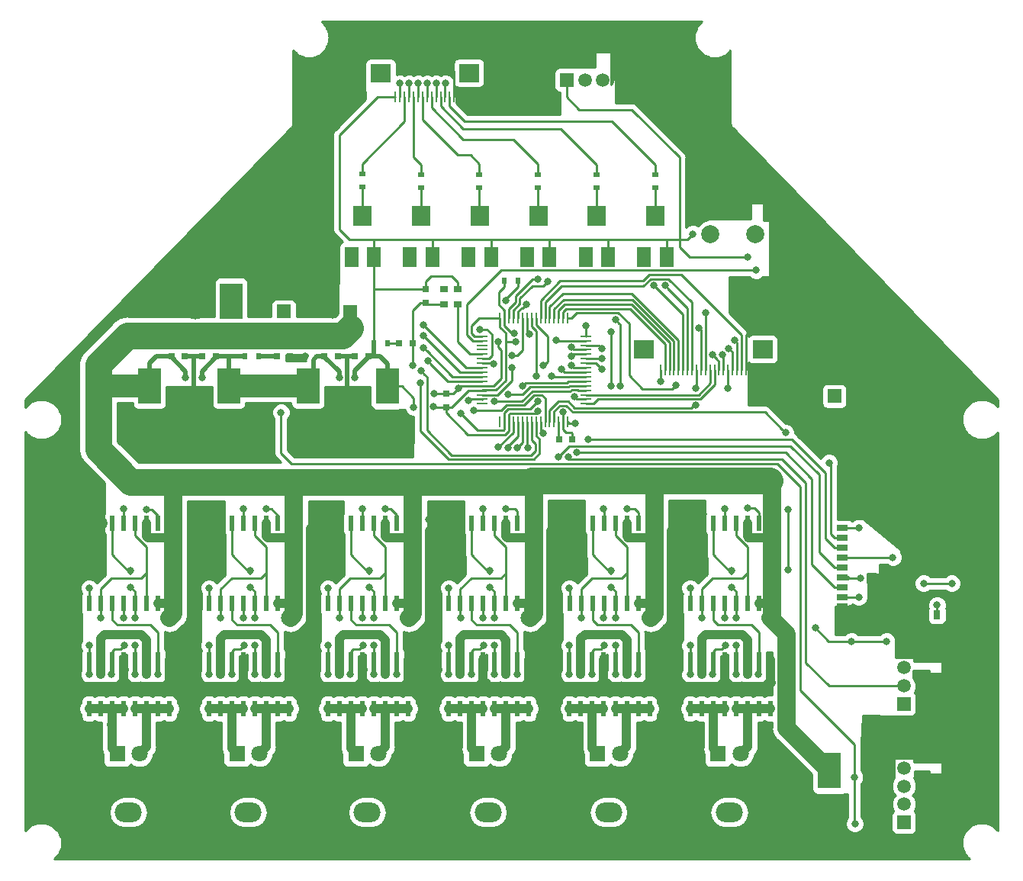
<source format=gtl>
G04 #@! TF.GenerationSoftware,KiCad,Pcbnew,(5.0.0)*
G04 #@! TF.CreationDate,2018-08-29T13:58:51+09:00*
G04 #@! TF.ProjectId,lancer_mainbord_v1,6C616E6365725F6D61696E626F72645F,rev?*
G04 #@! TF.SameCoordinates,Original*
G04 #@! TF.FileFunction,Copper,L1,Top,Signal*
G04 #@! TF.FilePolarity,Positive*
%FSLAX46Y46*%
G04 Gerber Fmt 4.6, Leading zero omitted, Abs format (unit mm)*
G04 Created by KiCad (PCBNEW (5.0.0)) date 08/29/18 13:58:51*
%MOMM*%
%LPD*%
G01*
G04 APERTURE LIST*
G04 #@! TA.AperFunction,SMDPad,CuDef*
%ADD10R,0.230000X1.250000*%
G04 #@! TD*
G04 #@! TA.AperFunction,SMDPad,CuDef*
%ADD11R,2.200000X2.000000*%
G04 #@! TD*
G04 #@! TA.AperFunction,SMDPad,CuDef*
%ADD12R,1.800000X2.000000*%
G04 #@! TD*
G04 #@! TA.AperFunction,SMDPad,CuDef*
%ADD13R,1.200000X1.000000*%
G04 #@! TD*
G04 #@! TA.AperFunction,SMDPad,CuDef*
%ADD14R,1.200000X0.700000*%
G04 #@! TD*
G04 #@! TA.AperFunction,SMDPad,CuDef*
%ADD15R,0.800000X1.000000*%
G04 #@! TD*
G04 #@! TA.AperFunction,SMDPad,CuDef*
%ADD16R,2.800000X1.000000*%
G04 #@! TD*
G04 #@! TA.AperFunction,SMDPad,CuDef*
%ADD17R,1.900000X1.300000*%
G04 #@! TD*
G04 #@! TA.AperFunction,ComponentPad*
%ADD18R,1.500000X1.500000*%
G04 #@! TD*
G04 #@! TA.AperFunction,ComponentPad*
%ADD19C,1.500000*%
G04 #@! TD*
G04 #@! TA.AperFunction,SMDPad,CuDef*
%ADD20R,0.500000X1.800000*%
G04 #@! TD*
G04 #@! TA.AperFunction,SMDPad,CuDef*
%ADD21R,0.280000X1.200000*%
G04 #@! TD*
G04 #@! TA.AperFunction,SMDPad,CuDef*
%ADD22R,1.200000X0.280000*%
G04 #@! TD*
G04 #@! TA.AperFunction,ComponentPad*
%ADD23C,1.524000*%
G04 #@! TD*
G04 #@! TA.AperFunction,ComponentPad*
%ADD24R,1.524000X1.524000*%
G04 #@! TD*
G04 #@! TA.AperFunction,ComponentPad*
%ADD25R,2.500000X4.000000*%
G04 #@! TD*
G04 #@! TA.AperFunction,ComponentPad*
%ADD26O,2.500000X4.000000*%
G04 #@! TD*
G04 #@! TA.AperFunction,SMDPad,CuDef*
%ADD27R,0.800000X0.800000*%
G04 #@! TD*
G04 #@! TA.AperFunction,SMDPad,CuDef*
%ADD28R,0.800000X0.700000*%
G04 #@! TD*
G04 #@! TA.AperFunction,SMDPad,CuDef*
%ADD29R,0.700000X0.800000*%
G04 #@! TD*
G04 #@! TA.AperFunction,SMDPad,CuDef*
%ADD30R,0.500000X1.700000*%
G04 #@! TD*
G04 #@! TA.AperFunction,SMDPad,CuDef*
%ADD31R,0.500000X0.800000*%
G04 #@! TD*
G04 #@! TA.AperFunction,SMDPad,CuDef*
%ADD32R,0.800000X0.500000*%
G04 #@! TD*
G04 #@! TA.AperFunction,ComponentPad*
%ADD33C,2.000000*%
G04 #@! TD*
G04 #@! TA.AperFunction,SMDPad,CuDef*
%ADD34R,1.500000X2.200000*%
G04 #@! TD*
G04 #@! TA.AperFunction,SMDPad,CuDef*
%ADD35R,2.000000X2.200000*%
G04 #@! TD*
G04 #@! TA.AperFunction,ComponentPad*
%ADD36O,3.000000X2.200000*%
G04 #@! TD*
G04 #@! TA.AperFunction,ComponentPad*
%ADD37R,1.800000X1.800000*%
G04 #@! TD*
G04 #@! TA.AperFunction,ComponentPad*
%ADD38C,1.800000*%
G04 #@! TD*
G04 #@! TA.AperFunction,SMDPad,CuDef*
%ADD39R,2.500000X4.000000*%
G04 #@! TD*
G04 #@! TA.AperFunction,SMDPad,CuDef*
%ADD40R,0.850000X0.650000*%
G04 #@! TD*
G04 #@! TA.AperFunction,ViaPad*
%ADD41C,1.800000*%
G04 #@! TD*
G04 #@! TA.AperFunction,ViaPad*
%ADD42C,0.800000*%
G04 #@! TD*
G04 #@! TA.AperFunction,Conductor*
%ADD43C,1.000000*%
G04 #@! TD*
G04 #@! TA.AperFunction,Conductor*
%ADD44C,0.500000*%
G04 #@! TD*
G04 #@! TA.AperFunction,Conductor*
%ADD45C,3.000000*%
G04 #@! TD*
G04 #@! TA.AperFunction,Conductor*
%ADD46C,0.250000*%
G04 #@! TD*
G04 #@! TA.AperFunction,Conductor*
%ADD47C,1.500000*%
G04 #@! TD*
G04 #@! TA.AperFunction,Conductor*
%ADD48C,2.500000*%
G04 #@! TD*
G04 #@! TA.AperFunction,Conductor*
%ADD49C,2.000000*%
G04 #@! TD*
G04 #@! TA.AperFunction,Conductor*
%ADD50C,0.254000*%
G04 #@! TD*
G04 APERTURE END LIST*
D10*
G04 #@! TO.P,P11,20*
G04 #@! TO.N,GND*
X182300000Y-86000000D03*
D11*
G04 #@! TO.P,P11,*
G04 #@! TO.N,*
X170950000Y-83700000D03*
X184150000Y-83700000D03*
D10*
G04 #@! TO.P,P11,14*
G04 #@! TO.N,RX*
X179300000Y-86000000D03*
G04 #@! TO.P,P11,13*
G04 #@! TO.N,DEBUG_LED1*
X178800000Y-86000000D03*
G04 #@! TO.P,P11,12*
G04 #@! TO.N,DEBUG_LED2*
X178300000Y-86000000D03*
G04 #@! TO.P,P11,11*
G04 #@! TO.N,TACT_SW1*
X177800000Y-86000000D03*
G04 #@! TO.P,P11,10*
G04 #@! TO.N,TACT_SW2*
X177300000Y-86000000D03*
G04 #@! TO.P,P11,9*
G04 #@! TO.N,TACT_SW3*
X176800000Y-86000000D03*
G04 #@! TO.P,P11,8*
G04 #@! TO.N,TACT_SW4*
X176300000Y-86000000D03*
G04 #@! TO.P,P11,7*
G04 #@! TO.N,SDA*
X175800000Y-86000000D03*
G04 #@! TO.P,P11,6*
G04 #@! TO.N,SCL*
X175300000Y-86000000D03*
G04 #@! TO.P,P11,5*
G04 #@! TO.N,R_SW8*
X174800000Y-86000000D03*
G04 #@! TO.P,P11,4*
G04 #@! TO.N,R_SW4*
X174300000Y-86000000D03*
G04 #@! TO.P,P11,3*
G04 #@! TO.N,R_SW2*
X173800000Y-86000000D03*
G04 #@! TO.P,P11,2*
G04 #@! TO.N,R_SW1*
X173300000Y-86000000D03*
G04 #@! TO.P,P11,1*
G04 #@! TO.N,+3V3*
X172800000Y-86000000D03*
G04 #@! TO.P,P11,15*
G04 #@! TO.N,TX*
X179800000Y-86000000D03*
G04 #@! TO.P,P11,16*
G04 #@! TO.N,TCK*
X180300000Y-86000000D03*
G04 #@! TO.P,P11,17*
G04 #@! TO.N,TMS*
X180800000Y-86000000D03*
G04 #@! TO.P,P11,18*
G04 #@! TO.N,NRST*
X181300000Y-86000000D03*
G04 #@! TO.P,P11,19*
G04 #@! TO.N,SWO*
X181800000Y-86000000D03*
G04 #@! TD*
G04 #@! TO.P,P10,14*
G04 #@! TO.N,GND*
X149900000Y-55700000D03*
G04 #@! TO.P,P10,13*
G04 #@! TO.N,Net-(P10-Pad13)*
X149400000Y-55700000D03*
G04 #@! TO.P,P10,12*
G04 #@! TO.N,ANALOG_SEN6*
X148900000Y-55700000D03*
G04 #@! TO.P,P10,11*
G04 #@! TO.N,Net-(P10-Pad11)*
X148400000Y-55700000D03*
G04 #@! TO.P,P10,10*
G04 #@! TO.N,ANALOG_SEN5*
X147900000Y-55700000D03*
G04 #@! TO.P,P10,9*
G04 #@! TO.N,Net-(P10-Pad9)*
X147400000Y-55700000D03*
G04 #@! TO.P,P10,8*
G04 #@! TO.N,ANALOG_SEN4*
X146900000Y-55700000D03*
G04 #@! TO.P,P10,7*
G04 #@! TO.N,Net-(P10-Pad7)*
X146400000Y-55700000D03*
G04 #@! TO.P,P10,6*
G04 #@! TO.N,ANALOG_SEN3*
X145900000Y-55700000D03*
G04 #@! TO.P,P10,5*
G04 #@! TO.N,Net-(P10-Pad5)*
X145400000Y-55700000D03*
G04 #@! TO.P,P10,4*
G04 #@! TO.N,ANALOG_SEN2*
X144900000Y-55700000D03*
G04 #@! TO.P,P10,3*
G04 #@! TO.N,Net-(P10-Pad3)*
X144400000Y-55700000D03*
G04 #@! TO.P,P10,2*
G04 #@! TO.N,ANALOG_SEN1*
X143900000Y-55700000D03*
D12*
G04 #@! TO.P,P10,*
G04 #@! TO.N,*
X141750000Y-53025000D03*
X151550000Y-53025000D03*
D10*
G04 #@! TO.P,P10,1*
G04 #@! TO.N,+3V3*
X143400000Y-55700000D03*
D11*
G04 #@! TO.P,P10,*
G04 #@! TO.N,*
X151550000Y-53025000D03*
X141750000Y-53025000D03*
G04 #@! TD*
D13*
G04 #@! TO.P,J1,14*
G04 #@! TO.N,GND*
X193000000Y-102000000D03*
D14*
G04 #@! TO.P,J1,8*
G04 #@! TO.N,Net-(J1-Pad8)*
X193000000Y-111250000D03*
G04 #@! TO.P,J1,2*
G04 #@! TO.N,CS*
X193000000Y-104650000D03*
G04 #@! TO.P,J1,3*
G04 #@! TO.N,MOSI*
X193000000Y-105750000D03*
G04 #@! TO.P,J1,4*
G04 #@! TO.N,+3V3*
X193000000Y-106850000D03*
G04 #@! TO.P,J1,5*
G04 #@! TO.N,SCK*
X193000000Y-107950000D03*
G04 #@! TO.P,J1,6*
G04 #@! TO.N,GND*
X193000000Y-109050000D03*
G04 #@! TO.P,J1,7*
G04 #@! TO.N,MISO*
X193000000Y-110150000D03*
G04 #@! TO.P,J1,1*
G04 #@! TO.N,Net-(J1-Pad1)*
X193000000Y-103550000D03*
G04 #@! TO.P,J1,9*
G04 #@! TO.N,GND*
X193000000Y-112200000D03*
D15*
G04 #@! TO.P,J1,10*
G04 #@! TO.N,CARD_DETECTION*
X203500000Y-113150000D03*
D13*
G04 #@! TO.P,J1,11*
G04 #@! TO.N,GND*
X197300000Y-113150000D03*
D16*
G04 #@! TO.P,J1,12*
X207650000Y-113150000D03*
D17*
G04 #@! TO.P,J1,13*
X208100000Y-99650000D03*
G04 #@! TD*
D18*
G04 #@! TO.P,J4,1*
G04 #@! TO.N,+3V3*
X199800000Y-123050000D03*
D19*
G04 #@! TO.P,J4,2*
G04 #@! TO.N,POTENTIOMETER2*
X199800000Y-121050000D03*
G04 #@! TO.P,J4,3*
G04 #@! TO.N,GND*
X199800000Y-119050000D03*
G04 #@! TD*
D20*
G04 #@! TO.P,IC5,10*
G04 #@! TO.N,Net-(D21-Pad2)*
X177380000Y-111920000D03*
G04 #@! TO.P,IC5,9*
G04 #@! TO.N,RB_PWM*
X176110000Y-111920000D03*
G04 #@! TO.P,IC5,7*
G04 #@! TO.N,GND*
X177380000Y-103000000D03*
G04 #@! TO.P,IC5,6*
G04 #@! TO.N,Net-(D22-Pad2)*
X178650000Y-103000000D03*
G04 #@! TO.P,IC5,16*
G04 #@! TO.N,+12V*
X185000000Y-111915000D03*
G04 #@! TO.P,IC5,15*
X183730000Y-111920000D03*
G04 #@! TO.P,IC5,14*
G04 #@! TO.N,Net-(D21-Pad2)*
X182460000Y-111920000D03*
G04 #@! TO.P,IC5,5*
G04 #@! TO.N,RB_PWM*
X179920000Y-103000000D03*
G04 #@! TO.P,IC5,1*
G04 #@! TO.N,+12V*
X185000000Y-103000000D03*
G04 #@! TO.P,IC5,2*
G04 #@! TO.N,DIR5*
X183730000Y-103000000D03*
G04 #@! TO.P,IC5,3*
G04 #@! TO.N,+12V*
X182460000Y-103000000D03*
G04 #@! TO.P,IC5,4*
G04 #@! TO.N,Net-(D21-Pad2)*
X181190000Y-103000000D03*
G04 #@! TO.P,IC5,8*
G04 #@! TO.N,GND*
X176110000Y-103000000D03*
G04 #@! TO.P,IC5,11*
G04 #@! TO.N,Net-(FET10-Pad2)*
X178650000Y-111920000D03*
G04 #@! TO.P,IC5,12*
G04 #@! TO.N,Net-(FET9-Pad2)*
X179920000Y-111920000D03*
G04 #@! TO.P,IC5,13*
G04 #@! TO.N,Net-(D22-Pad2)*
X181190000Y-111920000D03*
G04 #@! TD*
D21*
G04 #@! TO.P,CPU1,64*
G04 #@! TO.N,+3V3*
X155000000Y-80250000D03*
G04 #@! TO.P,CPU1,63*
G04 #@! TO.N,GND*
X155500000Y-80250000D03*
G04 #@! TO.P,CPU1,62*
G04 #@! TO.N,SDA*
X156000000Y-80250000D03*
G04 #@! TO.P,CPU1,61*
G04 #@! TO.N,SCL*
X156500000Y-80250000D03*
G04 #@! TO.P,CPU1,60*
G04 #@! TO.N,Net-(CPU1-Pad60)*
X157000000Y-80250000D03*
G04 #@! TO.P,CPU1,59*
G04 #@! TO.N,BZ*
X157500000Y-80250000D03*
G04 #@! TO.P,CPU1,58*
G04 #@! TO.N,CS*
X158000000Y-80250000D03*
G04 #@! TO.P,CPU1,57*
G04 #@! TO.N,LANCE_PWM*
X158500000Y-80250000D03*
G04 #@! TO.P,CPU1,56*
G04 #@! TO.N,S_PWM*
X159000000Y-80250000D03*
G04 #@! TO.P,CPU1,55*
G04 #@! TO.N,SWO*
X159500000Y-80250000D03*
G04 #@! TO.P,CPU1,54*
G04 #@! TO.N,TACT_SW4*
X160000000Y-80250000D03*
G04 #@! TO.P,CPU1,53*
G04 #@! TO.N,R_SW8*
X160500000Y-80250000D03*
G04 #@! TO.P,CPU1,52*
G04 #@! TO.N,R_SW4*
X161000000Y-80250000D03*
G04 #@! TO.P,CPU1,51*
G04 #@! TO.N,R_SW2*
X161500000Y-80250000D03*
G04 #@! TO.P,CPU1,50*
G04 #@! TO.N,R_SW1*
X162000000Y-80250000D03*
G04 #@! TO.P,CPU1,49*
G04 #@! TO.N,TCK*
X162500000Y-80250000D03*
D22*
G04 #@! TO.P,CPU1,48*
G04 #@! TO.N,+3V3*
X164500000Y-82250000D03*
G04 #@! TO.P,CPU1,47*
G04 #@! TO.N,GND*
X164500000Y-82750000D03*
G04 #@! TO.P,CPU1,46*
G04 #@! TO.N,TMS*
X164500000Y-83250000D03*
G04 #@! TO.P,CPU1,45*
G04 #@! TO.N,ENCORDER_B*
X164500000Y-83750000D03*
G04 #@! TO.P,CPU1,44*
G04 #@! TO.N,LB_PWM*
X164500000Y-84250000D03*
G04 #@! TO.P,CPU1,43*
G04 #@! TO.N,RX*
X164500000Y-84750000D03*
G04 #@! TO.P,CPU1,42*
G04 #@! TO.N,TX*
X164500000Y-85250000D03*
G04 #@! TO.P,CPU1,41*
G04 #@! TO.N,DIR6*
X164500000Y-85750000D03*
G04 #@! TO.P,CPU1,40*
G04 #@! TO.N,DIR5*
X164500000Y-86250000D03*
G04 #@! TO.P,CPU1,39*
G04 #@! TO.N,DIR4*
X164500000Y-86750000D03*
G04 #@! TO.P,CPU1,38*
G04 #@! TO.N,DIR3*
X164500000Y-87250000D03*
G04 #@! TO.P,CPU1,37*
G04 #@! TO.N,DIR2*
X164500000Y-87750000D03*
G04 #@! TO.P,CPU1,36*
G04 #@! TO.N,DIR1*
X164500000Y-88250000D03*
G04 #@! TO.P,CPU1,35*
G04 #@! TO.N,DEBUG_LED2*
X164500000Y-88750000D03*
G04 #@! TO.P,CPU1,34*
G04 #@! TO.N,RB_PWM*
X164500000Y-89250000D03*
G04 #@! TO.P,CPU1,33*
G04 #@! TO.N,DEBUG_LED1*
X164500000Y-89750000D03*
D21*
G04 #@! TO.P,CPU1,32*
G04 #@! TO.N,+3V3*
X162500000Y-91750000D03*
G04 #@! TO.P,CPU1,31*
G04 #@! TO.N,GND*
X162000000Y-91750000D03*
G04 #@! TO.P,CPU1,30*
G04 #@! TO.N,Net-(C27-Pad1)*
X161500000Y-91750000D03*
G04 #@! TO.P,CPU1,29*
G04 #@! TO.N,ENCORDER_A*
X161000000Y-91750000D03*
G04 #@! TO.P,CPU1,28*
G04 #@! TO.N,TACT_SW3*
X160500000Y-91750000D03*
G04 #@! TO.P,CPU1,27*
G04 #@! TO.N,LF_PWM*
X160000000Y-91750000D03*
G04 #@! TO.P,CPU1,26*
G04 #@! TO.N,RF_PWM*
X159500000Y-91750000D03*
G04 #@! TO.P,CPU1,25*
G04 #@! TO.N,ANALOG_SEN6*
X159000000Y-91750000D03*
G04 #@! TO.P,CPU1,24*
G04 #@! TO.N,ANALOG_SEN5*
X158500000Y-91750000D03*
G04 #@! TO.P,CPU1,23*
G04 #@! TO.N,MOSI*
X158000000Y-91750000D03*
G04 #@! TO.P,CPU1,22*
G04 #@! TO.N,MISO*
X157500000Y-91750000D03*
G04 #@! TO.P,CPU1,21*
G04 #@! TO.N,SCK*
X157000000Y-91750000D03*
G04 #@! TO.P,CPU1,20*
G04 #@! TO.N,POTENTIOMETER2*
X156500000Y-91750000D03*
G04 #@! TO.P,CPU1,19*
G04 #@! TO.N,+3V3*
X156000000Y-91750000D03*
G04 #@! TO.P,CPU1,18*
G04 #@! TO.N,GND*
X155500000Y-91750000D03*
G04 #@! TO.P,CPU1,17*
G04 #@! TO.N,Net-(CPU1-Pad17)*
X155000000Y-91750000D03*
D22*
G04 #@! TO.P,CPU1,16*
G04 #@! TO.N,Net-(CPU1-Pad16)*
X153000000Y-89750000D03*
G04 #@! TO.P,CPU1,15*
G04 #@! TO.N,POTENTIOMETER1*
X153000000Y-89250000D03*
G04 #@! TO.P,CPU1,14*
G04 #@! TO.N,TACT_SW2*
X153000000Y-88750000D03*
G04 #@! TO.P,CPU1,13*
G04 #@! TO.N,+3V3*
X153000000Y-88250000D03*
G04 #@! TO.P,CPU1,12*
G04 #@! TO.N,GND*
X153000000Y-87750000D03*
G04 #@! TO.P,CPU1,11*
G04 #@! TO.N,ANALOG_SEN4*
X153000000Y-87250000D03*
G04 #@! TO.P,CPU1,10*
G04 #@! TO.N,ANALOG_SEN3*
X153000000Y-86750000D03*
G04 #@! TO.P,CPU1,9*
G04 #@! TO.N,ANALOG_SEN2*
X153000000Y-86250000D03*
G04 #@! TO.P,CPU1,8*
G04 #@! TO.N,ANALOG_SEN1*
X153000000Y-85750000D03*
G04 #@! TO.P,CPU1,7*
G04 #@! TO.N,NRST*
X153000000Y-85250000D03*
G04 #@! TO.P,CPU1,6*
G04 #@! TO.N,TACT_SW1*
X153000000Y-84750000D03*
G04 #@! TO.P,CPU1,5*
G04 #@! TO.N,OSC_IN*
X153000000Y-84250000D03*
G04 #@! TO.P,CPU1,4*
G04 #@! TO.N,Net-(CPU1-Pad4)*
X153000000Y-83750000D03*
G04 #@! TO.P,CPU1,3*
G04 #@! TO.N,Net-(CPU1-Pad3)*
X153000000Y-83250000D03*
G04 #@! TO.P,CPU1,2*
G04 #@! TO.N,CARD_DETECTION*
X153000000Y-82750000D03*
G04 #@! TO.P,CPU1,1*
G04 #@! TO.N,+3V3*
X153000000Y-82250000D03*
G04 #@! TD*
D18*
G04 #@! TO.P,P3,1*
G04 #@! TO.N,+12V*
X138400000Y-79550000D03*
D19*
G04 #@! TO.P,P3,2*
G04 #@! TO.N,GND*
X136400000Y-79550000D03*
G04 #@! TD*
D23*
G04 #@! TO.P,P2,2*
G04 #@! TO.N,GND*
X129000000Y-79500000D03*
D24*
G04 #@! TO.P,P2,1*
G04 #@! TO.N,Net-(FET13-Pad4)*
X131000000Y-79500000D03*
G04 #@! TD*
D25*
G04 #@! TO.P,P1,1*
G04 #@! TO.N,Net-(FET13-Pad1)*
X125150000Y-78350000D03*
D26*
G04 #@! TO.P,P1,2*
G04 #@! TO.N,GND*
X121150000Y-78350000D03*
G04 #@! TD*
D27*
G04 #@! TO.P,LED1,2*
G04 #@! TO.N,Net-(LED1-Pad2)*
X130200000Y-84500000D03*
G04 #@! TO.P,LED1,1*
G04 #@! TO.N,GND*
X131700000Y-84500000D03*
G04 #@! TD*
G04 #@! TO.P,LED2,2*
G04 #@! TO.N,Net-(LED2-Pad2)*
X143800000Y-83000000D03*
G04 #@! TO.P,LED2,1*
G04 #@! TO.N,GND*
X145300000Y-83000000D03*
G04 #@! TD*
D28*
G04 #@! TO.P,C17,1*
G04 #@! TO.N,GND*
X149000000Y-88625000D03*
G04 #@! TO.P,C17,2*
G04 #@! TO.N,+3V3*
X149000000Y-90125000D03*
G04 #@! TD*
D23*
G04 #@! TO.P,BZ1,2*
G04 #@! TO.N,GND*
X197100000Y-88900000D03*
D24*
G04 #@! TO.P,BZ1,1*
G04 #@! TO.N,Net-(BZ1-Pad1)*
X192100000Y-88900000D03*
G04 #@! TD*
D29*
G04 #@! TO.P,C2,1*
G04 #@! TO.N,+12V*
X118525000Y-84500000D03*
G04 #@! TO.P,C2,2*
G04 #@! TO.N,GND*
X120025000Y-84500000D03*
G04 #@! TD*
G04 #@! TO.P,C3,1*
G04 #@! TO.N,+5V*
X123475000Y-84500000D03*
G04 #@! TO.P,C3,2*
G04 #@! TO.N,GND*
X121975000Y-84500000D03*
G04 #@! TD*
G04 #@! TO.P,C6,1*
G04 #@! TO.N,+5V*
X135525000Y-84500000D03*
G04 #@! TO.P,C6,2*
G04 #@! TO.N,GND*
X137025000Y-84500000D03*
G04 #@! TD*
G04 #@! TO.P,C7,1*
G04 #@! TO.N,+3V3*
X140375000Y-84500000D03*
G04 #@! TO.P,C7,2*
G04 #@! TO.N,GND*
X138875000Y-84500000D03*
G04 #@! TD*
D30*
G04 #@! TO.P,FET1,7*
G04 #@! TO.N,Net-(D13-Pad1)*
X111930000Y-123600000D03*
G04 #@! TO.P,FET1,5*
X109390000Y-123600000D03*
G04 #@! TO.P,FET1,6*
X110660000Y-123600000D03*
G04 #@! TO.P,FET1,8*
X113200000Y-123600000D03*
G04 #@! TO.P,FET1,4*
G04 #@! TO.N,Net-(D4-Pad1)*
X109390000Y-118200000D03*
G04 #@! TO.P,FET1,3*
G04 #@! TO.N,+12V*
X110660000Y-118200000D03*
G04 #@! TO.P,FET1,2*
G04 #@! TO.N,Net-(FET1-Pad2)*
X111930000Y-118200000D03*
G04 #@! TO.P,FET1,1*
G04 #@! TO.N,GND*
X113200000Y-118200000D03*
G04 #@! TD*
G04 #@! TO.P,FET2,7*
G04 #@! TO.N,Net-(D10-Pad1)*
X117030000Y-123600000D03*
G04 #@! TO.P,FET2,5*
X114490000Y-123600000D03*
G04 #@! TO.P,FET2,6*
X115760000Y-123600000D03*
G04 #@! TO.P,FET2,8*
X118300000Y-123600000D03*
G04 #@! TO.P,FET2,4*
G04 #@! TO.N,Net-(D5-Pad1)*
X114490000Y-118200000D03*
G04 #@! TO.P,FET2,3*
G04 #@! TO.N,+12V*
X115760000Y-118200000D03*
G04 #@! TO.P,FET2,2*
G04 #@! TO.N,Net-(FET2-Pad2)*
X117030000Y-118200000D03*
G04 #@! TO.P,FET2,1*
G04 #@! TO.N,GND*
X118300000Y-118200000D03*
G04 #@! TD*
G04 #@! TO.P,FET3,7*
G04 #@! TO.N,Net-(D14-Pad1)*
X125230000Y-123600000D03*
G04 #@! TO.P,FET3,5*
X122690000Y-123600000D03*
G04 #@! TO.P,FET3,6*
X123960000Y-123600000D03*
G04 #@! TO.P,FET3,8*
X126500000Y-123600000D03*
G04 #@! TO.P,FET3,4*
G04 #@! TO.N,Net-(D6-Pad1)*
X122690000Y-118200000D03*
G04 #@! TO.P,FET3,3*
G04 #@! TO.N,+12V*
X123960000Y-118200000D03*
G04 #@! TO.P,FET3,2*
G04 #@! TO.N,Net-(FET3-Pad2)*
X125230000Y-118200000D03*
G04 #@! TO.P,FET3,1*
G04 #@! TO.N,GND*
X126500000Y-118200000D03*
G04 #@! TD*
G04 #@! TO.P,FET4,7*
G04 #@! TO.N,Net-(D11-Pad1)*
X130330000Y-123600000D03*
G04 #@! TO.P,FET4,5*
X127790000Y-123600000D03*
G04 #@! TO.P,FET4,6*
X129060000Y-123600000D03*
G04 #@! TO.P,FET4,8*
X131600000Y-123600000D03*
G04 #@! TO.P,FET4,4*
G04 #@! TO.N,Net-(D7-Pad1)*
X127790000Y-118200000D03*
G04 #@! TO.P,FET4,3*
G04 #@! TO.N,+12V*
X129060000Y-118200000D03*
G04 #@! TO.P,FET4,2*
G04 #@! TO.N,Net-(FET4-Pad2)*
X130330000Y-118200000D03*
G04 #@! TO.P,FET4,1*
G04 #@! TO.N,GND*
X131600000Y-118200000D03*
G04 #@! TD*
G04 #@! TO.P,FET5,7*
G04 #@! TO.N,Net-(D15-Pad1)*
X138430000Y-123600000D03*
G04 #@! TO.P,FET5,5*
X135890000Y-123600000D03*
G04 #@! TO.P,FET5,6*
X137160000Y-123600000D03*
G04 #@! TO.P,FET5,8*
X139700000Y-123600000D03*
G04 #@! TO.P,FET5,4*
G04 #@! TO.N,Net-(D8-Pad1)*
X135890000Y-118200000D03*
G04 #@! TO.P,FET5,3*
G04 #@! TO.N,+12V*
X137160000Y-118200000D03*
G04 #@! TO.P,FET5,2*
G04 #@! TO.N,Net-(FET5-Pad2)*
X138430000Y-118200000D03*
G04 #@! TO.P,FET5,1*
G04 #@! TO.N,GND*
X139700000Y-118200000D03*
G04 #@! TD*
G04 #@! TO.P,FET6,7*
G04 #@! TO.N,Net-(D12-Pad1)*
X143530000Y-123600000D03*
G04 #@! TO.P,FET6,5*
X140990000Y-123600000D03*
G04 #@! TO.P,FET6,6*
X142260000Y-123600000D03*
G04 #@! TO.P,FET6,8*
X144800000Y-123600000D03*
G04 #@! TO.P,FET6,4*
G04 #@! TO.N,Net-(D9-Pad1)*
X140990000Y-118200000D03*
G04 #@! TO.P,FET6,3*
G04 #@! TO.N,+12V*
X142260000Y-118200000D03*
G04 #@! TO.P,FET6,2*
G04 #@! TO.N,Net-(FET6-Pad2)*
X143530000Y-118200000D03*
G04 #@! TO.P,FET6,1*
G04 #@! TO.N,GND*
X144800000Y-118200000D03*
G04 #@! TD*
G04 #@! TO.P,FET7,7*
G04 #@! TO.N,Net-(D28-Pad1)*
X165230000Y-123600000D03*
G04 #@! TO.P,FET7,5*
X162690000Y-123600000D03*
G04 #@! TO.P,FET7,6*
X163960000Y-123600000D03*
G04 #@! TO.P,FET7,8*
X166500000Y-123600000D03*
G04 #@! TO.P,FET7,4*
G04 #@! TO.N,Net-(D19-Pad1)*
X162690000Y-118200000D03*
G04 #@! TO.P,FET7,3*
G04 #@! TO.N,+12V*
X163960000Y-118200000D03*
G04 #@! TO.P,FET7,2*
G04 #@! TO.N,Net-(FET7-Pad2)*
X165230000Y-118200000D03*
G04 #@! TO.P,FET7,1*
G04 #@! TO.N,GND*
X166500000Y-118200000D03*
G04 #@! TD*
G04 #@! TO.P,FET8,7*
G04 #@! TO.N,Net-(D25-Pad1)*
X170330000Y-123600000D03*
G04 #@! TO.P,FET8,5*
X167790000Y-123600000D03*
G04 #@! TO.P,FET8,6*
X169060000Y-123600000D03*
G04 #@! TO.P,FET8,8*
X171600000Y-123600000D03*
G04 #@! TO.P,FET8,4*
G04 #@! TO.N,Net-(D20-Pad1)*
X167790000Y-118200000D03*
G04 #@! TO.P,FET8,3*
G04 #@! TO.N,+12V*
X169060000Y-118200000D03*
G04 #@! TO.P,FET8,2*
G04 #@! TO.N,Net-(FET8-Pad2)*
X170330000Y-118200000D03*
G04 #@! TO.P,FET8,1*
G04 #@! TO.N,GND*
X171600000Y-118200000D03*
G04 #@! TD*
G04 #@! TO.P,FET9,7*
G04 #@! TO.N,Net-(D29-Pad1)*
X178630000Y-123600000D03*
G04 #@! TO.P,FET9,5*
X176090000Y-123600000D03*
G04 #@! TO.P,FET9,6*
X177360000Y-123600000D03*
G04 #@! TO.P,FET9,8*
X179900000Y-123600000D03*
G04 #@! TO.P,FET9,4*
G04 #@! TO.N,Net-(D21-Pad1)*
X176090000Y-118200000D03*
G04 #@! TO.P,FET9,3*
G04 #@! TO.N,+12V*
X177360000Y-118200000D03*
G04 #@! TO.P,FET9,2*
G04 #@! TO.N,Net-(FET9-Pad2)*
X178630000Y-118200000D03*
G04 #@! TO.P,FET9,1*
G04 #@! TO.N,GND*
X179900000Y-118200000D03*
G04 #@! TD*
G04 #@! TO.P,FET10,7*
G04 #@! TO.N,Net-(D26-Pad1)*
X183730000Y-123600000D03*
G04 #@! TO.P,FET10,5*
X181190000Y-123600000D03*
G04 #@! TO.P,FET10,6*
X182460000Y-123600000D03*
G04 #@! TO.P,FET10,8*
X185000000Y-123600000D03*
G04 #@! TO.P,FET10,4*
G04 #@! TO.N,Net-(D22-Pad1)*
X181190000Y-118200000D03*
G04 #@! TO.P,FET10,3*
G04 #@! TO.N,+12V*
X182460000Y-118200000D03*
G04 #@! TO.P,FET10,2*
G04 #@! TO.N,Net-(FET10-Pad2)*
X183730000Y-118200000D03*
G04 #@! TO.P,FET10,1*
G04 #@! TO.N,GND*
X185000000Y-118200000D03*
G04 #@! TD*
G04 #@! TO.P,FET11,7*
G04 #@! TO.N,Net-(D30-Pad1)*
X151830000Y-123600000D03*
G04 #@! TO.P,FET11,5*
X149290000Y-123600000D03*
G04 #@! TO.P,FET11,6*
X150560000Y-123600000D03*
G04 #@! TO.P,FET11,8*
X153100000Y-123600000D03*
G04 #@! TO.P,FET11,4*
G04 #@! TO.N,Net-(D23-Pad1)*
X149290000Y-118200000D03*
G04 #@! TO.P,FET11,3*
G04 #@! TO.N,+12V*
X150560000Y-118200000D03*
G04 #@! TO.P,FET11,2*
G04 #@! TO.N,Net-(FET11-Pad2)*
X151830000Y-118200000D03*
G04 #@! TO.P,FET11,1*
G04 #@! TO.N,GND*
X153100000Y-118200000D03*
G04 #@! TD*
G04 #@! TO.P,FET12,7*
G04 #@! TO.N,Net-(D27-Pad1)*
X156930000Y-123600000D03*
G04 #@! TO.P,FET12,5*
X154390000Y-123600000D03*
G04 #@! TO.P,FET12,6*
X155660000Y-123600000D03*
G04 #@! TO.P,FET12,8*
X158200000Y-123600000D03*
G04 #@! TO.P,FET12,4*
G04 #@! TO.N,Net-(D24-Pad1)*
X154390000Y-118200000D03*
G04 #@! TO.P,FET12,3*
G04 #@! TO.N,+12V*
X155660000Y-118200000D03*
G04 #@! TO.P,FET12,2*
G04 #@! TO.N,Net-(FET12-Pad2)*
X156930000Y-118200000D03*
G04 #@! TO.P,FET12,1*
G04 #@! TO.N,GND*
X158200000Y-118200000D03*
G04 #@! TD*
D20*
G04 #@! TO.P,IC1,10*
G04 #@! TO.N,Net-(D4-Pad2)*
X110680000Y-111920000D03*
G04 #@! TO.P,IC1,9*
G04 #@! TO.N,LF_PWM*
X109410000Y-111920000D03*
G04 #@! TO.P,IC1,7*
G04 #@! TO.N,GND*
X110680000Y-103000000D03*
G04 #@! TO.P,IC1,6*
G04 #@! TO.N,Net-(D5-Pad2)*
X111950000Y-103000000D03*
G04 #@! TO.P,IC1,16*
G04 #@! TO.N,+12V*
X118300000Y-111915000D03*
G04 #@! TO.P,IC1,15*
X117030000Y-111920000D03*
G04 #@! TO.P,IC1,14*
G04 #@! TO.N,Net-(D4-Pad2)*
X115760000Y-111920000D03*
G04 #@! TO.P,IC1,5*
G04 #@! TO.N,LF_PWM*
X113220000Y-103000000D03*
G04 #@! TO.P,IC1,1*
G04 #@! TO.N,+12V*
X118300000Y-103000000D03*
G04 #@! TO.P,IC1,2*
G04 #@! TO.N,DIR1*
X117030000Y-103000000D03*
G04 #@! TO.P,IC1,3*
G04 #@! TO.N,+12V*
X115760000Y-103000000D03*
G04 #@! TO.P,IC1,4*
G04 #@! TO.N,Net-(D4-Pad2)*
X114490000Y-103000000D03*
G04 #@! TO.P,IC1,8*
G04 #@! TO.N,GND*
X109410000Y-103000000D03*
G04 #@! TO.P,IC1,11*
G04 #@! TO.N,Net-(FET2-Pad2)*
X111950000Y-111920000D03*
G04 #@! TO.P,IC1,12*
G04 #@! TO.N,Net-(FET1-Pad2)*
X113220000Y-111920000D03*
G04 #@! TO.P,IC1,13*
G04 #@! TO.N,Net-(D5-Pad2)*
X114490000Y-111920000D03*
G04 #@! TD*
G04 #@! TO.P,IC2,10*
G04 #@! TO.N,Net-(D6-Pad2)*
X123980000Y-111920000D03*
G04 #@! TO.P,IC2,9*
G04 #@! TO.N,LB_PWM*
X122710000Y-111920000D03*
G04 #@! TO.P,IC2,7*
G04 #@! TO.N,GND*
X123980000Y-103000000D03*
G04 #@! TO.P,IC2,6*
G04 #@! TO.N,Net-(D7-Pad2)*
X125250000Y-103000000D03*
G04 #@! TO.P,IC2,16*
G04 #@! TO.N,+12V*
X131600000Y-111915000D03*
G04 #@! TO.P,IC2,15*
X130330000Y-111920000D03*
G04 #@! TO.P,IC2,14*
G04 #@! TO.N,Net-(D6-Pad2)*
X129060000Y-111920000D03*
G04 #@! TO.P,IC2,5*
G04 #@! TO.N,LB_PWM*
X126520000Y-103000000D03*
G04 #@! TO.P,IC2,1*
G04 #@! TO.N,+12V*
X131600000Y-103000000D03*
G04 #@! TO.P,IC2,2*
G04 #@! TO.N,DIR2*
X130330000Y-103000000D03*
G04 #@! TO.P,IC2,3*
G04 #@! TO.N,+12V*
X129060000Y-103000000D03*
G04 #@! TO.P,IC2,4*
G04 #@! TO.N,Net-(D6-Pad2)*
X127790000Y-103000000D03*
G04 #@! TO.P,IC2,8*
G04 #@! TO.N,GND*
X122710000Y-103000000D03*
G04 #@! TO.P,IC2,11*
G04 #@! TO.N,Net-(FET4-Pad2)*
X125250000Y-111920000D03*
G04 #@! TO.P,IC2,12*
G04 #@! TO.N,Net-(FET3-Pad2)*
X126520000Y-111920000D03*
G04 #@! TO.P,IC2,13*
G04 #@! TO.N,Net-(D7-Pad2)*
X127790000Y-111920000D03*
G04 #@! TD*
G04 #@! TO.P,IC3,10*
G04 #@! TO.N,Net-(D8-Pad2)*
X137170000Y-111900000D03*
G04 #@! TO.P,IC3,9*
G04 #@! TO.N,S_PWM*
X135900000Y-111900000D03*
G04 #@! TO.P,IC3,7*
G04 #@! TO.N,GND*
X137170000Y-102980000D03*
G04 #@! TO.P,IC3,6*
G04 #@! TO.N,Net-(D9-Pad2)*
X138440000Y-102980000D03*
G04 #@! TO.P,IC3,16*
G04 #@! TO.N,+12V*
X144790000Y-111895000D03*
G04 #@! TO.P,IC3,15*
X143520000Y-111900000D03*
G04 #@! TO.P,IC3,14*
G04 #@! TO.N,Net-(D8-Pad2)*
X142250000Y-111900000D03*
G04 #@! TO.P,IC3,5*
G04 #@! TO.N,S_PWM*
X139710000Y-102980000D03*
G04 #@! TO.P,IC3,1*
G04 #@! TO.N,+12V*
X144790000Y-102980000D03*
G04 #@! TO.P,IC3,2*
G04 #@! TO.N,DIR3*
X143520000Y-102980000D03*
G04 #@! TO.P,IC3,3*
G04 #@! TO.N,+12V*
X142250000Y-102980000D03*
G04 #@! TO.P,IC3,4*
G04 #@! TO.N,Net-(D8-Pad2)*
X140980000Y-102980000D03*
G04 #@! TO.P,IC3,8*
G04 #@! TO.N,GND*
X135900000Y-102980000D03*
G04 #@! TO.P,IC3,11*
G04 #@! TO.N,Net-(FET6-Pad2)*
X138440000Y-111900000D03*
G04 #@! TO.P,IC3,12*
G04 #@! TO.N,Net-(FET5-Pad2)*
X139710000Y-111900000D03*
G04 #@! TO.P,IC3,13*
G04 #@! TO.N,Net-(D9-Pad2)*
X140980000Y-111900000D03*
G04 #@! TD*
G04 #@! TO.P,IC4,10*
G04 #@! TO.N,Net-(D19-Pad2)*
X163980000Y-111920000D03*
G04 #@! TO.P,IC4,9*
G04 #@! TO.N,RF_PWM*
X162710000Y-111920000D03*
G04 #@! TO.P,IC4,7*
G04 #@! TO.N,GND*
X163980000Y-103000000D03*
G04 #@! TO.P,IC4,6*
G04 #@! TO.N,Net-(D20-Pad2)*
X165250000Y-103000000D03*
G04 #@! TO.P,IC4,16*
G04 #@! TO.N,+12V*
X171600000Y-111915000D03*
G04 #@! TO.P,IC4,15*
X170330000Y-111920000D03*
G04 #@! TO.P,IC4,14*
G04 #@! TO.N,Net-(D19-Pad2)*
X169060000Y-111920000D03*
G04 #@! TO.P,IC4,5*
G04 #@! TO.N,RF_PWM*
X166520000Y-103000000D03*
G04 #@! TO.P,IC4,1*
G04 #@! TO.N,+12V*
X171600000Y-103000000D03*
G04 #@! TO.P,IC4,2*
G04 #@! TO.N,DIR4*
X170330000Y-103000000D03*
G04 #@! TO.P,IC4,3*
G04 #@! TO.N,+12V*
X169060000Y-103000000D03*
G04 #@! TO.P,IC4,4*
G04 #@! TO.N,Net-(D19-Pad2)*
X167790000Y-103000000D03*
G04 #@! TO.P,IC4,8*
G04 #@! TO.N,GND*
X162710000Y-103000000D03*
G04 #@! TO.P,IC4,11*
G04 #@! TO.N,Net-(FET8-Pad2)*
X165250000Y-111920000D03*
G04 #@! TO.P,IC4,12*
G04 #@! TO.N,Net-(FET7-Pad2)*
X166520000Y-111920000D03*
G04 #@! TO.P,IC4,13*
G04 #@! TO.N,Net-(D20-Pad2)*
X167790000Y-111920000D03*
G04 #@! TD*
G04 #@! TO.P,IC6,10*
G04 #@! TO.N,Net-(D23-Pad2)*
X150580000Y-111920000D03*
G04 #@! TO.P,IC6,9*
G04 #@! TO.N,LANCE_PWM*
X149310000Y-111920000D03*
G04 #@! TO.P,IC6,7*
G04 #@! TO.N,GND*
X150580000Y-103000000D03*
G04 #@! TO.P,IC6,6*
G04 #@! TO.N,Net-(D24-Pad2)*
X151850000Y-103000000D03*
G04 #@! TO.P,IC6,16*
G04 #@! TO.N,+12V*
X158200000Y-111915000D03*
G04 #@! TO.P,IC6,15*
X156930000Y-111920000D03*
G04 #@! TO.P,IC6,14*
G04 #@! TO.N,Net-(D23-Pad2)*
X155660000Y-111920000D03*
G04 #@! TO.P,IC6,5*
G04 #@! TO.N,LANCE_PWM*
X153120000Y-103000000D03*
G04 #@! TO.P,IC6,1*
G04 #@! TO.N,+12V*
X158200000Y-103000000D03*
G04 #@! TO.P,IC6,2*
G04 #@! TO.N,DIR6*
X156930000Y-103000000D03*
G04 #@! TO.P,IC6,3*
G04 #@! TO.N,+12V*
X155660000Y-103000000D03*
G04 #@! TO.P,IC6,4*
G04 #@! TO.N,Net-(D23-Pad2)*
X154390000Y-103000000D03*
G04 #@! TO.P,IC6,8*
G04 #@! TO.N,GND*
X149310000Y-103000000D03*
G04 #@! TO.P,IC6,11*
G04 #@! TO.N,Net-(FET12-Pad2)*
X151850000Y-111920000D03*
G04 #@! TO.P,IC6,12*
G04 #@! TO.N,Net-(FET11-Pad2)*
X153120000Y-111920000D03*
G04 #@! TO.P,IC6,13*
G04 #@! TO.N,Net-(D24-Pad2)*
X154390000Y-111920000D03*
G04 #@! TD*
D31*
G04 #@! TO.P,R1,2*
G04 #@! TO.N,Net-(LED1-Pad2)*
X128200000Y-84500000D03*
G04 #@! TO.P,R1,1*
G04 #@! TO.N,+5V*
X126700000Y-84500000D03*
G04 #@! TD*
G04 #@! TO.P,R2,2*
G04 #@! TO.N,Net-(LED2-Pad2)*
X142500000Y-83000000D03*
G04 #@! TO.P,R2,1*
G04 #@! TO.N,+3V3*
X141000000Y-83000000D03*
G04 #@! TD*
D32*
G04 #@! TO.P,R54,2*
G04 #@! TO.N,Net-(R54-Pad2)*
X139700000Y-65700000D03*
G04 #@! TO.P,R54,1*
G04 #@! TO.N,Net-(P10-Pad3)*
X139700000Y-64200000D03*
G04 #@! TD*
G04 #@! TO.P,R55,2*
G04 #@! TO.N,Net-(R55-Pad2)*
X146200000Y-65800000D03*
G04 #@! TO.P,R55,1*
G04 #@! TO.N,Net-(P10-Pad5)*
X146200000Y-64300000D03*
G04 #@! TD*
G04 #@! TO.P,R56,2*
G04 #@! TO.N,Net-(R56-Pad2)*
X152700000Y-65800000D03*
G04 #@! TO.P,R56,1*
G04 #@! TO.N,Net-(P10-Pad7)*
X152700000Y-64300000D03*
G04 #@! TD*
G04 #@! TO.P,R57,2*
G04 #@! TO.N,Net-(R57-Pad2)*
X159200000Y-65800000D03*
G04 #@! TO.P,R57,1*
G04 #@! TO.N,Net-(P10-Pad9)*
X159200000Y-64300000D03*
G04 #@! TD*
G04 #@! TO.P,R58,2*
G04 #@! TO.N,Net-(R58-Pad2)*
X165700000Y-65800000D03*
G04 #@! TO.P,R58,1*
G04 #@! TO.N,Net-(P10-Pad11)*
X165700000Y-64300000D03*
G04 #@! TD*
G04 #@! TO.P,R59,2*
G04 #@! TO.N,Net-(R59-Pad2)*
X172200000Y-65800000D03*
G04 #@! TO.P,R59,1*
G04 #@! TO.N,Net-(P10-Pad13)*
X172200000Y-64300000D03*
G04 #@! TD*
D33*
G04 #@! TO.P,SW1,1*
G04 #@! TO.N,GND*
X183300000Y-70950000D03*
G04 #@! TO.P,SW1,2*
G04 #@! TO.N,NRST*
X178300000Y-70950000D03*
G04 #@! TD*
D34*
G04 #@! TO.P,RV1,3*
G04 #@! TO.N,Net-(RV1-Pad3)*
X138500000Y-73500000D03*
G04 #@! TO.P,RV1,1*
G04 #@! TO.N,+3V3*
X141000000Y-73500000D03*
D35*
G04 #@! TO.P,RV1,2*
G04 #@! TO.N,Net-(R54-Pad2)*
X139750000Y-68900000D03*
G04 #@! TD*
D34*
G04 #@! TO.P,RV2,3*
G04 #@! TO.N,Net-(RV2-Pad3)*
X145000000Y-73500000D03*
G04 #@! TO.P,RV2,1*
G04 #@! TO.N,+3V3*
X147500000Y-73500000D03*
D35*
G04 #@! TO.P,RV2,2*
G04 #@! TO.N,Net-(R55-Pad2)*
X146250000Y-68900000D03*
G04 #@! TD*
D34*
G04 #@! TO.P,RV3,3*
G04 #@! TO.N,Net-(RV3-Pad3)*
X151500000Y-73500000D03*
G04 #@! TO.P,RV3,1*
G04 #@! TO.N,+3V3*
X154000000Y-73500000D03*
D35*
G04 #@! TO.P,RV3,2*
G04 #@! TO.N,Net-(R56-Pad2)*
X152750000Y-68900000D03*
G04 #@! TD*
D34*
G04 #@! TO.P,RV4,3*
G04 #@! TO.N,Net-(RV4-Pad3)*
X158000000Y-73500000D03*
G04 #@! TO.P,RV4,1*
G04 #@! TO.N,+3V3*
X160500000Y-73500000D03*
D35*
G04 #@! TO.P,RV4,2*
G04 #@! TO.N,Net-(R57-Pad2)*
X159250000Y-68900000D03*
G04 #@! TD*
D34*
G04 #@! TO.P,RV5,3*
G04 #@! TO.N,Net-(RV5-Pad3)*
X164500000Y-73500000D03*
G04 #@! TO.P,RV5,1*
G04 #@! TO.N,+3V3*
X167000000Y-73500000D03*
D35*
G04 #@! TO.P,RV5,2*
G04 #@! TO.N,Net-(R58-Pad2)*
X165750000Y-68900000D03*
G04 #@! TD*
D34*
G04 #@! TO.P,RV6,3*
G04 #@! TO.N,Net-(RV6-Pad3)*
X171000000Y-73500000D03*
G04 #@! TO.P,RV6,1*
G04 #@! TO.N,+3V3*
X173500000Y-73500000D03*
D35*
G04 #@! TO.P,RV6,2*
G04 #@! TO.N,Net-(R59-Pad2)*
X172250000Y-68900000D03*
G04 #@! TD*
D36*
G04 #@! TO.P,P4,*
G04 #@! TO.N,*
X113750000Y-135100000D03*
D37*
G04 #@! TO.P,P4,1*
G04 #@! TO.N,Net-(D13-Pad1)*
X112500000Y-128600000D03*
D38*
G04 #@! TO.P,P4,2*
G04 #@! TO.N,Net-(D10-Pad1)*
X115000000Y-128600000D03*
G04 #@! TD*
D36*
G04 #@! TO.P,P5,*
G04 #@! TO.N,*
X127050000Y-135100000D03*
D37*
G04 #@! TO.P,P5,1*
G04 #@! TO.N,Net-(D14-Pad1)*
X125800000Y-128600000D03*
D38*
G04 #@! TO.P,P5,2*
G04 #@! TO.N,Net-(D11-Pad1)*
X128300000Y-128600000D03*
G04 #@! TD*
D36*
G04 #@! TO.P,P6,*
G04 #@! TO.N,*
X140250000Y-135100000D03*
D37*
G04 #@! TO.P,P6,1*
G04 #@! TO.N,Net-(D15-Pad1)*
X139000000Y-128600000D03*
D38*
G04 #@! TO.P,P6,2*
G04 #@! TO.N,Net-(D12-Pad1)*
X141500000Y-128600000D03*
G04 #@! TD*
D36*
G04 #@! TO.P,P7,*
G04 #@! TO.N,*
X167050000Y-135100000D03*
D37*
G04 #@! TO.P,P7,1*
G04 #@! TO.N,Net-(D28-Pad1)*
X165800000Y-128600000D03*
D38*
G04 #@! TO.P,P7,2*
G04 #@! TO.N,Net-(D25-Pad1)*
X168300000Y-128600000D03*
G04 #@! TD*
D36*
G04 #@! TO.P,P8,*
G04 #@! TO.N,*
X180450000Y-135100000D03*
D37*
G04 #@! TO.P,P8,1*
G04 #@! TO.N,Net-(D29-Pad1)*
X179200000Y-128600000D03*
D38*
G04 #@! TO.P,P8,2*
G04 #@! TO.N,Net-(D26-Pad1)*
X181700000Y-128600000D03*
G04 #@! TD*
D36*
G04 #@! TO.P,P9,*
G04 #@! TO.N,*
X153650000Y-135100000D03*
D37*
G04 #@! TO.P,P9,1*
G04 #@! TO.N,Net-(D30-Pad1)*
X152400000Y-128600000D03*
D38*
G04 #@! TO.P,P9,2*
G04 #@! TO.N,Net-(D27-Pad1)*
X154900000Y-128600000D03*
G04 #@! TD*
D18*
G04 #@! TO.P,J2,1*
G04 #@! TO.N,+5V*
X199825000Y-136200000D03*
D19*
G04 #@! TO.P,J2,2*
G04 #@! TO.N,Net-(J2-Pad2)*
X199825000Y-134200000D03*
G04 #@! TO.P,J2,3*
G04 #@! TO.N,Net-(J2-Pad3)*
X199825000Y-132200000D03*
G04 #@! TO.P,J2,4*
G04 #@! TO.N,GND*
X199825000Y-130200000D03*
G04 #@! TD*
D18*
G04 #@! TO.P,J3,1*
G04 #@! TO.N,+3V3*
X162400000Y-53800000D03*
D19*
G04 #@! TO.P,J3,2*
G04 #@! TO.N,POTENTIOMETER1*
X164400000Y-53800000D03*
G04 #@! TO.P,J3,3*
G04 #@! TO.N,GND*
X166400000Y-53800000D03*
G04 #@! TD*
D29*
G04 #@! TO.P,C27,1*
G04 #@! TO.N,Net-(C27-Pad1)*
X161525000Y-93700000D03*
G04 #@! TO.P,C27,2*
G04 #@! TO.N,GND*
X163025000Y-93700000D03*
G04 #@! TD*
D31*
G04 #@! TO.P,R67,2*
G04 #@! TO.N,GND*
X155500000Y-76100000D03*
G04 #@! TO.P,R67,1*
G04 #@! TO.N,Net-(CPU1-Pad60)*
X157000000Y-76100000D03*
G04 #@! TD*
D39*
G04 #@! TO.P,C1,1*
G04 #@! TO.N,+12V*
X116100000Y-87750000D03*
G04 #@! TO.P,C1,2*
G04 #@! TO.N,GND*
X116100000Y-93850000D03*
G04 #@! TD*
G04 #@! TO.P,C4,1*
G04 #@! TO.N,+5V*
X124900000Y-87750000D03*
G04 #@! TO.P,C4,2*
G04 #@! TO.N,GND*
X124900000Y-93850000D03*
G04 #@! TD*
G04 #@! TO.P,C5,1*
G04 #@! TO.N,+5V*
X133700000Y-87750000D03*
G04 #@! TO.P,C5,2*
G04 #@! TO.N,GND*
X133700000Y-93850000D03*
G04 #@! TD*
G04 #@! TO.P,C8,1*
G04 #@! TO.N,+3V3*
X142500000Y-87800000D03*
G04 #@! TO.P,C8,2*
G04 #@! TO.N,GND*
X142500000Y-93900000D03*
G04 #@! TD*
D28*
G04 #@! TO.P,C26,1*
G04 #@! TO.N,+3V3*
X146725000Y-77025000D03*
G04 #@! TO.P,C26,2*
G04 #@! TO.N,GND*
X146725000Y-78525000D03*
G04 #@! TD*
D40*
G04 #@! TO.P,Y1,3*
G04 #@! TO.N,OSC_IN*
X150300000Y-78675000D03*
G04 #@! TO.P,Y1,4*
G04 #@! TO.N,+3V3*
X150300000Y-77025000D03*
G04 #@! TO.P,Y1,2*
G04 #@! TO.N,GND*
X148750000Y-78675000D03*
G04 #@! TO.P,Y1,1*
G04 #@! TO.N,Net-(Y1-Pad1)*
X148750000Y-77025000D03*
G04 #@! TD*
D39*
G04 #@! TO.P,C29,1*
G04 #@! TO.N,+12V*
X191500000Y-130475000D03*
G04 #@! TO.P,C29,2*
G04 #@! TO.N,GND*
X191500000Y-136575000D03*
G04 #@! TD*
D41*
G04 #@! TO.N,GND*
X160390000Y-139000000D03*
X146990000Y-139000000D03*
X133790000Y-139000000D03*
D42*
X126800000Y-120700000D03*
X131700000Y-120700000D03*
X124000000Y-104600000D03*
X140000000Y-120700000D03*
X144900000Y-120700000D03*
X137200000Y-104600000D03*
X164000000Y-104600000D03*
X166800000Y-120700000D03*
X171700000Y-120700000D03*
X177400000Y-104600000D03*
X180200000Y-120700000D03*
X185100000Y-120700000D03*
X150600000Y-104600000D03*
X153400000Y-120700000D03*
X158300000Y-120700000D03*
X110700000Y-104600000D03*
X118400000Y-120700000D03*
X113500000Y-120700000D03*
D41*
X120500000Y-139000000D03*
X185200000Y-138700000D03*
D42*
X148900000Y-51800000D03*
X197100000Y-96900000D03*
X147650000Y-88625000D03*
X195000000Y-109100000D03*
X197700000Y-109100000D03*
X154800000Y-82900000D03*
X150400000Y-88000000D03*
X150600000Y-90800000D03*
X162005849Y-90658510D03*
X120800000Y-115300000D03*
X120800000Y-108000000D03*
X120900000Y-101300000D03*
X134200000Y-101300000D03*
X134000000Y-107800000D03*
X134000000Y-115100000D03*
X147100000Y-102600000D03*
X147200000Y-107600000D03*
X147200000Y-115625000D03*
X160625000Y-115900000D03*
X160600000Y-107600000D03*
X160800000Y-101000000D03*
X174100000Y-101100000D03*
X174000000Y-108900000D03*
X174000000Y-115700000D03*
D41*
X173790000Y-139000000D03*
D42*
X161200000Y-82699998D03*
X159179044Y-89500044D03*
X156598082Y-81889769D03*
D41*
X104800000Y-98800000D03*
X104800000Y-130900000D03*
X104800000Y-116800000D03*
D42*
X139900000Y-50900000D03*
D41*
X188100000Y-83300000D03*
X176800000Y-57700000D03*
X201100000Y-105800000D03*
D42*
X127300000Y-90700000D03*
X133400000Y-84500000D03*
X145274999Y-85475001D03*
X113500000Y-91050000D03*
X145000000Y-93900000D03*
X185900000Y-69700000D03*
X203350000Y-117850000D03*
X203375000Y-128700000D03*
D41*
X207650000Y-124425000D03*
D42*
G04 #@! TO.N,+12V*
X124000000Y-119800000D03*
X129200000Y-104600000D03*
X129000000Y-119800000D03*
D41*
X131600000Y-113500000D03*
D42*
X137200000Y-119800000D03*
X142400000Y-104600000D03*
X142200000Y-119800000D03*
D41*
X144800000Y-113500000D03*
X171600000Y-113500000D03*
D42*
X169000000Y-119800000D03*
X164000000Y-119800000D03*
X169200000Y-104600000D03*
X182400000Y-119800000D03*
X177400000Y-119800000D03*
X182600000Y-104600000D03*
D41*
X158200000Y-113500000D03*
D42*
X155600000Y-119800000D03*
X150600000Y-119800000D03*
X155800000Y-104600000D03*
X115900000Y-104600000D03*
X110700000Y-119800000D03*
X115700000Y-119800000D03*
D41*
X118300000Y-113500000D03*
D42*
X120100000Y-86800000D03*
D41*
X185000000Y-113500000D03*
D42*
G04 #@! TO.N,+5V*
X130700000Y-90700000D03*
X137149990Y-86808598D03*
X121900000Y-86800000D03*
X194350000Y-131175000D03*
X194375000Y-136375000D03*
G04 #@! TO.N,+3V3*
X182500004Y-73500000D03*
X172800000Y-87300000D03*
X145424979Y-90109477D03*
X147599992Y-90100000D03*
X198600000Y-106800000D03*
X163300000Y-91900000D03*
X164500000Y-81074990D03*
X156769439Y-82874990D03*
X138850010Y-86808598D03*
X176400000Y-70900000D03*
X159153934Y-90550161D03*
X202000000Y-109675000D03*
X205125000Y-109675000D03*
X197900000Y-116100000D03*
X194000000Y-116100000D03*
X190000000Y-114650000D03*
G04 #@! TO.N,SDA*
X159200000Y-75900002D03*
X173300000Y-76625032D03*
G04 #@! TO.N,SCL*
X160300000Y-76200000D03*
X172100000Y-76625032D03*
G04 #@! TO.N,Net-(CPU1-Pad60)*
X157923596Y-78717360D03*
X155600000Y-78299994D03*
G04 #@! TO.N,BZ*
X168300013Y-87800000D03*
X167800000Y-80400000D03*
X156325010Y-84355888D03*
G04 #@! TO.N,CS*
X167300000Y-81800000D03*
X167300000Y-87800000D03*
X191500000Y-96300000D03*
X158220063Y-81974988D03*
G04 #@! TO.N,LANCE_PWM*
X149300000Y-110200000D03*
X153100000Y-101400000D03*
X159000000Y-86700000D03*
G04 #@! TO.N,S_PWM*
X135900000Y-110200000D03*
X139700000Y-101400000D03*
X159800000Y-85500000D03*
G04 #@! TO.N,TCK*
X174500000Y-87700000D03*
X180300000Y-88000000D03*
G04 #@! TO.N,TMS*
X180400000Y-83600000D03*
X166299998Y-83600000D03*
G04 #@! TO.N,ENCORDER_B*
X162900000Y-83475010D03*
G04 #@! TO.N,LB_PWM*
X122700000Y-110200000D03*
X126500000Y-101400000D03*
X162911350Y-84474958D03*
G04 #@! TO.N,RX*
X178600000Y-84325010D03*
X166300000Y-84700000D03*
G04 #@! TO.N,TX*
X179700000Y-84325010D03*
X166300002Y-85900000D03*
G04 #@! TO.N,DIR6*
X162899082Y-85474895D03*
X155675004Y-101400000D03*
G04 #@! TO.N,DIR5*
X161800000Y-85900000D03*
X182500000Y-101325000D03*
G04 #@! TO.N,DIR4*
X160700000Y-86700000D03*
X169125000Y-101425000D03*
G04 #@! TO.N,DIR3*
X157464427Y-87764427D03*
X142250000Y-101400000D03*
G04 #@! TO.N,DIR2*
X155900002Y-88724957D03*
X129050000Y-101425000D03*
G04 #@! TO.N,DIR1*
X154400000Y-89475010D03*
X115775000Y-101450000D03*
G04 #@! TO.N,RB_PWM*
X176100000Y-110200000D03*
X179900000Y-101400000D03*
X163235649Y-88950055D03*
G04 #@! TO.N,ENCORDER_A*
X186700002Y-92974990D03*
X186974999Y-101500064D03*
X187000002Y-108150000D03*
G04 #@! TO.N,TACT_SW3*
X176700000Y-89925021D03*
X176700004Y-88000000D03*
G04 #@! TO.N,LF_PWM*
X113200000Y-101400000D03*
X109400000Y-110200000D03*
X152100000Y-90500000D03*
G04 #@! TO.N,RF_PWM*
X162700000Y-110200000D03*
X166500000Y-101400000D03*
X159800000Y-93000000D03*
G04 #@! TO.N,ANALOG_SEN6*
X146149989Y-87400000D03*
X148914253Y-54188934D03*
G04 #@! TO.N,ANALOG_SEN5*
X146200006Y-86100000D03*
X147914140Y-54187322D03*
G04 #@! TO.N,MOSI*
X164800000Y-93724977D03*
X158100000Y-94600000D03*
G04 #@! TO.N,MISO*
X156900000Y-94600000D03*
X163489607Y-95150003D03*
G04 #@! TO.N,SCK*
X155900000Y-94600000D03*
X161497483Y-95625010D03*
G04 #@! TO.N,POTENTIOMETER2*
X154825000Y-94575000D03*
X162550000Y-95650000D03*
G04 #@! TO.N,POTENTIOMETER1*
X151450160Y-89350160D03*
G04 #@! TO.N,TACT_SW2*
X177074990Y-81300000D03*
X156325010Y-85723739D03*
G04 #@! TO.N,ANALOG_SEN4*
X146974838Y-85000160D03*
X146914210Y-54200108D03*
G04 #@! TO.N,ANALOG_SEN3*
X146499999Y-83500001D03*
X145914264Y-54188700D03*
G04 #@! TO.N,ANALOG_SEN2*
X144914253Y-54188934D03*
X146500000Y-82225000D03*
G04 #@! TO.N,ANALOG_SEN1*
X143900000Y-54200000D03*
X146500000Y-81025000D03*
G04 #@! TO.N,NRST*
X181000000Y-82700000D03*
X154274990Y-85295896D03*
G04 #@! TO.N,TACT_SW1*
X152774970Y-81499988D03*
X177792551Y-79624990D03*
G04 #@! TO.N,CARD_DETECTION*
X203500000Y-112100000D03*
X183437340Y-74937340D03*
G04 #@! TO.N,Net-(D4-Pad2)*
X110700000Y-113500000D03*
G04 #@! TO.N,Net-(D4-Pad1)*
X109400000Y-116600000D03*
X109400000Y-119800000D03*
G04 #@! TO.N,Net-(D5-Pad1)*
X114500000Y-116600000D03*
X114500000Y-119800000D03*
G04 #@! TO.N,Net-(D5-Pad2)*
X114000000Y-110100000D03*
X114000000Y-108300000D03*
X114500000Y-113500000D03*
G04 #@! TO.N,Net-(D6-Pad1)*
X122700000Y-119800000D03*
X122700000Y-116600000D03*
G04 #@! TO.N,Net-(D6-Pad2)*
X124000000Y-113500000D03*
G04 #@! TO.N,Net-(D7-Pad2)*
X127800000Y-113500000D03*
X127300000Y-108300000D03*
X127300000Y-110100000D03*
G04 #@! TO.N,Net-(D7-Pad1)*
X127800000Y-119800000D03*
X127800000Y-116600000D03*
G04 #@! TO.N,Net-(D8-Pad2)*
X137200000Y-113500000D03*
G04 #@! TO.N,Net-(D8-Pad1)*
X135900000Y-119800000D03*
X135900000Y-116600000D03*
G04 #@! TO.N,Net-(D9-Pad1)*
X141000000Y-119800000D03*
X141000000Y-116600000D03*
G04 #@! TO.N,Net-(D9-Pad2)*
X141000000Y-113500000D03*
X140500000Y-108300000D03*
X140500000Y-110100000D03*
G04 #@! TO.N,Net-(D10-Pad1)*
X115760000Y-125400000D03*
G04 #@! TO.N,Net-(D11-Pad1)*
X129050000Y-125400000D03*
G04 #@! TO.N,Net-(D12-Pad1)*
X142250000Y-125400000D03*
G04 #@! TO.N,Net-(D13-Pad1)*
X111900000Y-125400000D03*
G04 #@! TO.N,Net-(D14-Pad1)*
X125190000Y-125400000D03*
G04 #@! TO.N,Net-(D15-Pad1)*
X138390000Y-125400000D03*
G04 #@! TO.N,Net-(D19-Pad1)*
X162700000Y-116600000D03*
X162700000Y-119800000D03*
G04 #@! TO.N,Net-(D19-Pad2)*
X164000000Y-113500000D03*
G04 #@! TO.N,Net-(D20-Pad2)*
X167300000Y-110100000D03*
X167800000Y-113500000D03*
X167300000Y-108300000D03*
G04 #@! TO.N,Net-(D20-Pad1)*
X167800000Y-119800000D03*
X167800000Y-116600000D03*
G04 #@! TO.N,Net-(D21-Pad2)*
X177400000Y-113500000D03*
G04 #@! TO.N,Net-(D21-Pad1)*
X176100000Y-116600000D03*
X176100000Y-119800000D03*
G04 #@! TO.N,Net-(D22-Pad1)*
X181200000Y-119800000D03*
X181200000Y-116600000D03*
G04 #@! TO.N,Net-(D22-Pad2)*
X180700000Y-110100000D03*
X180700000Y-108300000D03*
X181200000Y-113500000D03*
G04 #@! TO.N,Net-(D23-Pad2)*
X150600000Y-113500000D03*
G04 #@! TO.N,Net-(D23-Pad1)*
X149300000Y-116600000D03*
X149300000Y-119800000D03*
G04 #@! TO.N,Net-(D24-Pad1)*
X154400000Y-119800000D03*
X154400000Y-116600000D03*
G04 #@! TO.N,Net-(D24-Pad2)*
X153900000Y-110100000D03*
X154400000Y-113500000D03*
X153900000Y-108300000D03*
G04 #@! TO.N,Net-(D25-Pad1)*
X169050000Y-125400000D03*
X169050000Y-125400000D03*
G04 #@! TO.N,Net-(D26-Pad1)*
X182500000Y-125400000D03*
G04 #@! TO.N,Net-(D27-Pad1)*
X155650000Y-125400000D03*
G04 #@! TO.N,Net-(D28-Pad1)*
X165190000Y-125400000D03*
X165190000Y-125400000D03*
G04 #@! TO.N,Net-(D29-Pad1)*
X178640000Y-125400000D03*
G04 #@! TO.N,Net-(D30-Pad1)*
X151790000Y-125400000D03*
G04 #@! TO.N,Net-(FET1-Pad2)*
X111900000Y-119800000D03*
X113300000Y-116600000D03*
X113200000Y-113500000D03*
G04 #@! TO.N,Net-(FET2-Pad2)*
X117000000Y-119800000D03*
G04 #@! TO.N,Net-(FET3-Pad2)*
X125200000Y-119800000D03*
X126600000Y-116600000D03*
X126500000Y-113500000D03*
G04 #@! TO.N,Net-(FET4-Pad2)*
X130300000Y-119800000D03*
G04 #@! TO.N,Net-(FET5-Pad2)*
X138400000Y-119800000D03*
X139800000Y-116600000D03*
X139700000Y-113500000D03*
G04 #@! TO.N,Net-(FET6-Pad2)*
X143500000Y-119800000D03*
G04 #@! TO.N,Net-(FET7-Pad2)*
X166500000Y-113500000D03*
X166600000Y-116600000D03*
X165200000Y-119800000D03*
G04 #@! TO.N,Net-(FET8-Pad2)*
X170300000Y-119800000D03*
G04 #@! TO.N,Net-(FET9-Pad2)*
X180000000Y-116600000D03*
X178600000Y-119800000D03*
X179900000Y-113500000D03*
G04 #@! TO.N,Net-(FET10-Pad2)*
X183700000Y-119800000D03*
G04 #@! TO.N,Net-(FET11-Pad2)*
X153100000Y-113500000D03*
X153200000Y-116600000D03*
X151800000Y-119800000D03*
G04 #@! TO.N,Net-(FET12-Pad2)*
X156900000Y-119800000D03*
G04 #@! TO.N,Net-(J1-Pad1)*
X194800000Y-103500000D03*
G04 #@! TO.N,Net-(J1-Pad8)*
X194800000Y-111200000D03*
G04 #@! TD*
D43*
G04 #@! TO.N,GND*
X123580000Y-103000000D02*
X123580000Y-104180000D01*
X126500000Y-118200000D02*
X126500000Y-120300000D01*
X123580000Y-104180000D02*
X124000000Y-104600000D01*
X131600000Y-118200000D02*
X131600000Y-120600000D01*
X126800000Y-120700000D02*
X127199999Y-121099999D01*
D44*
X131600000Y-120600000D02*
X131700000Y-120700000D01*
D43*
X131300001Y-121099999D02*
X131700000Y-120700000D01*
X127199999Y-121099999D02*
X131300001Y-121099999D01*
D44*
X126400001Y-121099999D02*
X126800000Y-120700000D01*
D43*
X126400001Y-121099999D02*
X122100000Y-121099999D01*
X122710000Y-103000000D02*
X123980000Y-103000000D01*
X136780000Y-103000000D02*
X136780000Y-104180000D01*
X139700000Y-118200000D02*
X139700000Y-120300000D01*
X136780000Y-104180000D02*
X137200000Y-104600000D01*
X144800000Y-118200000D02*
X144800000Y-120600000D01*
X140000000Y-120700000D02*
X140399999Y-121099999D01*
D44*
X144800000Y-120600000D02*
X144900000Y-120700000D01*
D43*
X144500001Y-121099999D02*
X144900000Y-120700000D01*
X140399999Y-121099999D02*
X144500001Y-121099999D01*
D44*
X139600001Y-121099999D02*
X140000000Y-120700000D01*
D43*
X139600001Y-121099999D02*
X135300000Y-121099999D01*
X135910000Y-103000000D02*
X137180000Y-103000000D01*
X162710000Y-103000000D02*
X163980000Y-103000000D01*
X171300001Y-121099999D02*
X171700000Y-120700000D01*
D44*
X171600000Y-120600000D02*
X171700000Y-120700000D01*
D43*
X163580000Y-103000000D02*
X163580000Y-104180000D01*
X166800000Y-120700000D02*
X167199999Y-121099999D01*
X171600000Y-118200000D02*
X171600000Y-120600000D01*
X163580000Y-104180000D02*
X164000000Y-104600000D01*
X166400001Y-121099999D02*
X162100000Y-121099999D01*
D44*
X166400001Y-121099999D02*
X166800000Y-120700000D01*
D43*
X166500000Y-118200000D02*
X166500000Y-120300000D01*
X176110000Y-103000000D02*
X177380000Y-103000000D01*
X180599999Y-121099999D02*
X184700001Y-121099999D01*
X184700001Y-121099999D02*
X185100000Y-120700000D01*
D44*
X185000000Y-120600000D02*
X185100000Y-120700000D01*
D43*
X176980000Y-103000000D02*
X176980000Y-104180000D01*
X180200000Y-120700000D02*
X180599999Y-121099999D01*
X185000000Y-118200000D02*
X185000000Y-120600000D01*
X176980000Y-104180000D02*
X177400000Y-104600000D01*
X179800001Y-121099999D02*
X175500000Y-121099999D01*
D44*
X179800001Y-121099999D02*
X180200000Y-120700000D01*
D43*
X179900000Y-118200000D02*
X179900000Y-120300000D01*
X149310000Y-103000000D02*
X150580000Y-103000000D01*
X153799999Y-121099999D02*
X157900001Y-121099999D01*
X157900001Y-121099999D02*
X158300000Y-120700000D01*
D44*
X158200000Y-120600000D02*
X158300000Y-120700000D01*
D43*
X150180000Y-103000000D02*
X150180000Y-104180000D01*
X153400000Y-120700000D02*
X153799999Y-121099999D01*
X158200000Y-118200000D02*
X158200000Y-120600000D01*
X150180000Y-104180000D02*
X150600000Y-104600000D01*
D44*
X153000001Y-121099999D02*
X153400000Y-120700000D01*
D43*
X153100000Y-118200000D02*
X153100000Y-120300000D01*
X110280000Y-103000000D02*
X110280000Y-104180000D01*
X110280000Y-104180000D02*
X110700000Y-104600000D01*
D44*
X113200000Y-120300000D02*
X113600000Y-120700000D01*
D43*
X113200000Y-118200000D02*
X113200000Y-120300000D01*
D44*
X113500000Y-120700000D02*
X113600000Y-120700000D01*
D43*
X118300000Y-118200000D02*
X118300000Y-120600000D01*
D44*
X118300000Y-120600000D02*
X118400000Y-120700000D01*
D43*
X118000001Y-121099999D02*
X118400000Y-120700000D01*
X113899999Y-121099999D02*
X118000001Y-121099999D01*
X113500000Y-120700000D02*
X113899999Y-121099999D01*
D44*
X113100001Y-121099999D02*
X113500000Y-120700000D01*
D43*
X113100001Y-121099999D02*
X108800000Y-121099999D01*
X108800000Y-121099999D02*
X108799999Y-121099999D01*
X113100001Y-121099999D02*
X113899999Y-121099999D01*
X126400001Y-121099999D02*
X127199999Y-121099999D01*
X131300001Y-121099999D02*
X133300000Y-121099999D01*
X139600001Y-121099999D02*
X140399999Y-121099999D01*
X153000001Y-121099999D02*
X153799999Y-121099999D01*
X166400001Y-121099999D02*
X167199999Y-121099999D01*
X179800001Y-121099999D02*
X180599999Y-121099999D01*
X123600000Y-121099999D02*
X120600000Y-121099999D01*
X120600000Y-121099999D02*
X118000001Y-121099999D01*
X153000001Y-121099999D02*
X148700000Y-121099999D01*
X167199999Y-121099999D02*
X170600000Y-121099999D01*
X170600000Y-121099999D02*
X171300001Y-121099999D01*
X134000000Y-103630000D02*
X134000000Y-107800000D01*
X134650000Y-102980000D02*
X134000000Y-103630000D01*
X135900000Y-102980000D02*
X134650000Y-102980000D01*
X135300000Y-121099999D02*
X134000000Y-121099999D01*
X134000000Y-121099999D02*
X133300000Y-121099999D01*
X147200000Y-103860000D02*
X147200000Y-107600000D01*
X148060000Y-103000000D02*
X147200000Y-103860000D01*
X149310000Y-103000000D02*
X148060000Y-103000000D01*
X148700000Y-121099999D02*
X147200000Y-121099999D01*
X147200000Y-121099999D02*
X144500001Y-121099999D01*
X160600000Y-103860000D02*
X160600000Y-107600000D01*
X161460000Y-103000000D02*
X160600000Y-103860000D01*
X162710000Y-103000000D02*
X161460000Y-103000000D01*
X162100000Y-121099999D02*
X160600000Y-121099999D01*
X160600000Y-121099999D02*
X157900001Y-121099999D01*
X174000000Y-103860000D02*
X174000000Y-108900000D01*
X174860000Y-103000000D02*
X174000000Y-103860000D01*
X176110000Y-103000000D02*
X174860000Y-103000000D01*
X175500000Y-121099999D02*
X174000000Y-121099999D01*
X174000000Y-121099999D02*
X170600000Y-121099999D01*
D45*
X104800000Y-133500000D02*
X110000000Y-138700000D01*
X110000000Y-138700000D02*
X120500000Y-138700000D01*
X120500000Y-138700000D02*
X134000000Y-138700000D01*
X134000000Y-138700000D02*
X147100000Y-138700000D01*
X147100000Y-138700000D02*
X160600000Y-138700000D01*
X160600000Y-138700000D02*
X174400000Y-138700000D01*
D43*
X108800000Y-121099999D02*
X104800001Y-121099999D01*
X104800001Y-121099999D02*
X104800000Y-121100000D01*
X120500000Y-139000000D02*
X120500000Y-138700000D01*
D45*
X174400000Y-138700000D02*
X185200000Y-138700000D01*
D46*
X149900000Y-55700000D02*
X149900000Y-52800000D01*
X149900000Y-52800000D02*
X148900000Y-51800000D01*
X207650000Y-100100000D02*
X207650000Y-100100000D01*
X193000000Y-101250000D02*
X193000000Y-102000000D01*
X194600000Y-99650000D02*
X193000000Y-101250000D01*
X193000000Y-112800000D02*
X193000000Y-112200000D01*
X193350000Y-113150000D02*
X193000000Y-112800000D01*
X197300000Y-113150000D02*
X193350000Y-113150000D01*
X207650000Y-113150000D02*
X207650000Y-109000000D01*
X207650000Y-109000000D02*
X207650000Y-100100000D01*
X197100000Y-96900000D02*
X197100000Y-99650000D01*
X208100000Y-99650000D02*
X197100000Y-99650000D01*
X197100000Y-99650000D02*
X194600000Y-99650000D01*
X149775000Y-88625000D02*
X149000000Y-88625000D01*
X153000000Y-87750000D02*
X150650000Y-87750000D01*
X149000000Y-88625000D02*
X147650000Y-88625000D01*
X193050000Y-109100000D02*
X193000000Y-109050000D01*
X195000000Y-109100000D02*
X193050000Y-109100000D01*
X154250000Y-87750000D02*
X153000000Y-87750000D01*
X155100000Y-86900000D02*
X154250000Y-87750000D01*
X155100000Y-83765685D02*
X155100000Y-86900000D01*
X154800000Y-82900000D02*
X154800000Y-83465685D01*
X154800000Y-83465685D02*
X155100000Y-83765685D01*
X150650000Y-87750000D02*
X150400000Y-88000000D01*
X150400000Y-88000000D02*
X149775000Y-88625000D01*
X155500000Y-92600000D02*
X155500000Y-91750000D01*
X155424999Y-92675001D02*
X155500000Y-92600000D01*
X152475001Y-92675001D02*
X155424999Y-92675001D01*
X150600000Y-90800000D02*
X152475001Y-92675001D01*
X162000000Y-92600000D02*
X162300000Y-92900000D01*
X162000000Y-91750000D02*
X162000000Y-92600000D01*
X162300000Y-92900000D02*
X162900000Y-92900000D01*
X163025000Y-93025000D02*
X163025000Y-93800000D01*
X162900000Y-92900000D02*
X163025000Y-93025000D01*
X162000000Y-90664359D02*
X162005849Y-90658510D01*
X162000000Y-91750000D02*
X162000000Y-90664359D01*
D43*
X120800000Y-120899999D02*
X120600000Y-121099999D01*
X120800000Y-103660000D02*
X120800000Y-108000000D01*
X122710000Y-103000000D02*
X121460000Y-103000000D01*
X121460000Y-103000000D02*
X120800000Y-103660000D01*
X120600000Y-121099999D02*
X120600000Y-121099999D01*
X120800000Y-115300000D02*
X120800000Y-120899999D01*
X120800000Y-108000000D02*
X120800000Y-115300000D01*
X134000000Y-107800000D02*
X134000000Y-115100000D01*
X134000000Y-115100000D02*
X134000000Y-121099999D01*
X147200000Y-107600000D02*
X147200000Y-114400000D01*
X147200000Y-114400000D02*
X147200000Y-121099999D01*
X160600000Y-115400000D02*
X160600000Y-121099999D01*
X160600000Y-107600000D02*
X160600000Y-115400000D01*
X174000000Y-108900000D02*
X174000000Y-115700000D01*
X174000000Y-115700000D02*
X174000000Y-121099999D01*
D46*
X154874998Y-77375002D02*
X155500000Y-76750000D01*
X155500000Y-80250000D02*
X155500000Y-79373004D01*
X154874998Y-78748002D02*
X154874998Y-77375002D01*
X155500000Y-79373004D02*
X154874998Y-78748002D01*
X155500000Y-76750000D02*
X155500000Y-76100000D01*
X164500000Y-82750000D02*
X161250002Y-82750000D01*
X161250002Y-82750000D02*
X161200000Y-82699998D01*
X156289769Y-81889769D02*
X156598082Y-81889769D01*
X155500000Y-80250000D02*
X155500000Y-81100000D01*
X155500000Y-81100000D02*
X156289769Y-81889769D01*
D45*
X104800000Y-130900000D02*
X104800000Y-133500000D01*
X104800000Y-116800000D02*
X104800000Y-130900000D01*
D46*
X207650000Y-100100000D02*
X208100000Y-99650000D01*
D44*
X142450000Y-93850000D02*
X142500000Y-93900000D01*
X124900000Y-93850000D02*
X124900000Y-93100000D01*
X124900000Y-93100000D02*
X127300000Y-90700000D01*
X131700000Y-84500000D02*
X133400000Y-84500000D01*
X121000000Y-84500000D02*
X121000000Y-93850000D01*
X120025000Y-84500000D02*
X121000000Y-84500000D01*
X121000000Y-84500000D02*
X121975000Y-84500000D01*
X138000000Y-84500000D02*
X138000000Y-93750000D01*
X138000000Y-84500000D02*
X138875000Y-84500000D01*
X137025000Y-84500000D02*
X138000000Y-84500000D01*
D46*
X145300000Y-83000000D02*
X145300000Y-85450000D01*
X145300000Y-85450000D02*
X145274999Y-85475001D01*
D43*
X121150000Y-75350000D02*
X122350000Y-74150000D01*
X121150000Y-78350000D02*
X121150000Y-75350000D01*
X135300000Y-74150000D02*
X136400000Y-75250000D01*
X129000000Y-74200000D02*
X129050000Y-74150000D01*
X129000000Y-79500000D02*
X129000000Y-74200000D01*
X122350000Y-74150000D02*
X129050000Y-74150000D01*
X129050000Y-74150000D02*
X135300000Y-74150000D01*
D46*
X197100000Y-84800000D02*
X197100000Y-88900000D01*
X197100000Y-84750000D02*
X197100000Y-84800000D01*
D43*
X136400000Y-75250000D02*
X136400000Y-79550000D01*
D46*
X155500000Y-91750000D02*
X155500000Y-90778587D01*
X155928598Y-90349989D02*
X158325011Y-90349989D01*
X158779045Y-89900043D02*
X159179044Y-89500044D01*
X158325011Y-90349989D02*
X158774957Y-89900043D01*
X155500000Y-90778587D02*
X155928598Y-90349989D01*
X158774957Y-89900043D02*
X158779045Y-89900043D01*
D44*
X115800000Y-91050000D02*
X113500000Y-91050000D01*
X116100000Y-93850000D02*
X116100000Y-91350000D01*
X116100000Y-91350000D02*
X115800000Y-91050000D01*
X142500000Y-93900000D02*
X145000000Y-93900000D01*
D46*
X134925000Y-55875000D02*
X139900000Y-50900000D01*
X134925000Y-58475000D02*
X134925000Y-55875000D01*
X122350000Y-74150000D02*
X122350000Y-71050000D01*
X122350000Y-71050000D02*
X134925000Y-58475000D01*
X146875000Y-78675000D02*
X146725000Y-78525000D01*
X148750000Y-78675000D02*
X146875000Y-78675000D01*
X145300000Y-82350000D02*
X145300000Y-83000000D01*
X145300000Y-79350000D02*
X145300000Y-82350000D01*
X146725000Y-78525000D02*
X146125000Y-78525000D01*
X146125000Y-78525000D02*
X145300000Y-79350000D01*
X197100000Y-84800000D02*
X197100000Y-80900000D01*
X197100000Y-80900000D02*
X186299999Y-70099999D01*
X186299999Y-70099999D02*
X185900000Y-69700000D01*
X182300000Y-82100000D02*
X182300000Y-86000000D01*
X185900000Y-69700000D02*
X185900000Y-78500000D01*
X185900000Y-78500000D02*
X182300000Y-82100000D01*
D47*
X108905000Y-103025000D02*
X104800000Y-103025000D01*
X108930000Y-103000000D02*
X108905000Y-103025000D01*
X110680000Y-103000000D02*
X108930000Y-103000000D01*
D45*
X104800000Y-98800000D02*
X104800000Y-103025000D01*
X104800000Y-103025000D02*
X104800000Y-116800000D01*
X189375000Y-138700000D02*
X191500000Y-136575000D01*
X185200000Y-138700000D02*
X189375000Y-138700000D01*
D46*
X207425000Y-114875000D02*
X207424989Y-114874989D01*
X207650000Y-113150000D02*
X207650000Y-114875000D01*
X207650000Y-114875000D02*
X207425000Y-114875000D01*
X203450000Y-117750000D02*
X203350000Y-117850000D01*
X203450000Y-114874989D02*
X203450000Y-117750000D01*
X207424989Y-114874989D02*
X203450000Y-114874989D01*
X207650000Y-114875000D02*
X207650000Y-124425000D01*
X207650000Y-124425000D02*
X203375000Y-128700000D01*
X199874989Y-114874989D02*
X203450000Y-114874989D01*
X199200000Y-114200000D02*
X199874989Y-114874989D01*
X197925000Y-109125000D02*
X199200000Y-110400000D01*
X197700000Y-109100000D02*
X197725000Y-109125000D01*
X197725000Y-109125000D02*
X197925000Y-109125000D01*
X199200000Y-110400000D02*
X199200000Y-113125000D01*
X199200000Y-113125000D02*
X199200000Y-114200000D01*
X199175000Y-113150000D02*
X199200000Y-113125000D01*
X197300000Y-113150000D02*
X199175000Y-113150000D01*
X207650000Y-124425000D02*
X207650000Y-124425000D01*
D48*
X133750000Y-93900000D02*
X133700000Y-93850000D01*
X142500000Y-93900000D02*
X133750000Y-93900000D01*
X124900000Y-93850000D02*
X116100000Y-93850000D01*
D49*
G04 #@! TO.N,+12V*
X158749999Y-113100001D02*
X158350000Y-113500000D01*
X158749999Y-98849999D02*
X158749999Y-113100001D01*
X172149999Y-113100001D02*
X171750000Y-113500000D01*
X172149999Y-98849999D02*
X172149999Y-113100001D01*
X145324999Y-113100001D02*
X144925000Y-113500000D01*
X145324999Y-98849999D02*
X145324999Y-113100001D01*
X132124999Y-113100001D02*
X131725000Y-113500000D01*
X132124999Y-98849999D02*
X132124999Y-113100001D01*
D43*
X131600000Y-113500000D02*
X131600000Y-111915000D01*
X123960000Y-118200000D02*
X123960000Y-115840000D01*
X124400000Y-115400000D02*
X128500000Y-115400000D01*
X123960000Y-118200000D02*
X123960000Y-119760000D01*
X123960000Y-115840000D02*
X124400000Y-115400000D01*
X129060000Y-115960000D02*
X129060000Y-118200000D01*
X129060000Y-103000000D02*
X129060000Y-104460000D01*
X130330000Y-111920000D02*
X131595000Y-111920000D01*
X129060000Y-118200000D02*
X129060000Y-119740000D01*
X128500000Y-115400000D02*
X129060000Y-115960000D01*
X144800000Y-113500000D02*
X144800000Y-111915000D01*
X137160000Y-118200000D02*
X137160000Y-115840000D01*
X137600000Y-115400000D02*
X141700000Y-115400000D01*
X137160000Y-118200000D02*
X137160000Y-119760000D01*
X142400000Y-104600000D02*
X144800000Y-104600000D01*
X137160000Y-115840000D02*
X137600000Y-115400000D01*
X142260000Y-115960000D02*
X142260000Y-118200000D01*
X142260000Y-103000000D02*
X142260000Y-104460000D01*
X143530000Y-111920000D02*
X144795000Y-111920000D01*
X142260000Y-118200000D02*
X142260000Y-119740000D01*
X141700000Y-115400000D02*
X142260000Y-115960000D01*
X170330000Y-111920000D02*
X171595000Y-111920000D01*
X163960000Y-118200000D02*
X163960000Y-119760000D01*
X169200000Y-104600000D02*
X171600000Y-104600000D01*
X163960000Y-115840000D02*
X164400000Y-115400000D01*
X169060000Y-118200000D02*
X169060000Y-119740000D01*
X169060000Y-115960000D02*
X169060000Y-118200000D01*
X163960000Y-118200000D02*
X163960000Y-115840000D01*
X169060000Y-103000000D02*
X169060000Y-104460000D01*
X168500000Y-115400000D02*
X169060000Y-115960000D01*
X164400000Y-115400000D02*
X168500000Y-115400000D01*
X171600000Y-113500000D02*
X171600000Y-111915000D01*
X183730000Y-111920000D02*
X184995000Y-111920000D01*
X182460000Y-118200000D02*
X182460000Y-119740000D01*
X182460000Y-103000000D02*
X182460000Y-104460000D01*
X156930000Y-111920000D02*
X158195000Y-111920000D01*
X150560000Y-118200000D02*
X150560000Y-119760000D01*
X155800000Y-104600000D02*
X158200000Y-104600000D01*
X150560000Y-115840000D02*
X151000000Y-115400000D01*
X155660000Y-118200000D02*
X155660000Y-119740000D01*
X155660000Y-115960000D02*
X155660000Y-118200000D01*
X150560000Y-118200000D02*
X150560000Y-115840000D01*
X155660000Y-103000000D02*
X155660000Y-104460000D01*
X155100000Y-115400000D02*
X155660000Y-115960000D01*
X151000000Y-115400000D02*
X155100000Y-115400000D01*
X158200000Y-113500000D02*
X158200000Y-111915000D01*
X117030000Y-111920000D02*
X118295000Y-111920000D01*
D44*
X118295000Y-111920000D02*
X118300000Y-111915000D01*
D43*
X115760000Y-103000000D02*
X115760000Y-104460000D01*
D44*
X115760000Y-104460000D02*
X115900000Y-104600000D01*
X110760000Y-119860000D02*
X110700000Y-119800000D01*
D43*
X115760000Y-118200000D02*
X115760000Y-119740000D01*
D44*
X115760000Y-119740000D02*
X115700000Y-119800000D01*
D43*
X110660000Y-118200000D02*
X110660000Y-115840000D01*
X115760000Y-115960000D02*
X115760000Y-118200000D01*
X115200000Y-115400000D02*
X115760000Y-115960000D01*
X111100000Y-115400000D02*
X115200000Y-115400000D01*
X110660000Y-115840000D02*
X111100000Y-115400000D01*
X110660000Y-119760000D02*
X110700000Y-119800000D01*
X110660000Y-118200000D02*
X110660000Y-119760000D01*
X115900000Y-104600000D02*
X118300000Y-104600000D01*
X118300000Y-103000000D02*
X118300000Y-104600000D01*
X118300000Y-113500000D02*
X118300000Y-111915000D01*
D44*
X118300000Y-104600000D02*
X118300000Y-104700000D01*
D43*
X171600000Y-98300000D02*
X171700000Y-98200000D01*
X131600000Y-98600000D02*
X131200000Y-98200000D01*
X118300000Y-98600000D02*
X118700000Y-98200000D01*
X110500000Y-87200000D02*
X110400000Y-87100000D01*
D45*
X158500000Y-98300000D02*
X171600000Y-98300000D01*
D43*
X144790000Y-98390000D02*
X144600000Y-98200000D01*
D45*
X110400000Y-94800000D02*
X110400000Y-87100000D01*
X114000000Y-98400000D02*
X110400000Y-94800000D01*
D44*
X116100000Y-85250000D02*
X116100000Y-87750000D01*
X116850000Y-84500000D02*
X116100000Y-85250000D01*
X118525000Y-84500000D02*
X116850000Y-84500000D01*
X118525000Y-84550000D02*
X120100000Y-86125000D01*
X120100000Y-86125000D02*
X120100000Y-86800000D01*
X118525000Y-84500000D02*
X118525000Y-84550000D01*
D47*
X138400000Y-79550000D02*
X138400000Y-81350000D01*
D45*
X137550000Y-82200000D02*
X138400000Y-81350000D01*
X113600000Y-82200000D02*
X137550000Y-82200000D01*
X110400000Y-87100000D02*
X110400000Y-85400000D01*
X110400000Y-85400000D02*
X113600000Y-82200000D01*
D43*
X182600000Y-104600000D02*
X185000000Y-104600000D01*
X182460000Y-115960000D02*
X182460000Y-118200000D01*
X181900000Y-115400000D02*
X182460000Y-115960000D01*
X177800000Y-115400000D02*
X181900000Y-115400000D01*
X177360000Y-115840000D02*
X177800000Y-115400000D01*
X177360000Y-118200000D02*
X177360000Y-115840000D01*
X177360000Y-118200000D02*
X177360000Y-119760000D01*
D49*
X144800000Y-98475000D02*
X144875000Y-98400000D01*
D45*
X158200000Y-98400000D02*
X144875000Y-98400000D01*
X144875000Y-98400000D02*
X131600000Y-98400000D01*
D49*
X118300000Y-98450000D02*
X118250000Y-98400000D01*
D45*
X131600000Y-98400000D02*
X118250000Y-98400000D01*
X118250000Y-98400000D02*
X114000000Y-98400000D01*
D49*
X118699999Y-113100001D02*
X118300000Y-113500000D01*
X118699999Y-98849999D02*
X118699999Y-113100001D01*
X118250000Y-98400000D02*
X118699999Y-98849999D01*
D43*
X129200000Y-104600000D02*
X131600000Y-104600000D01*
D45*
X171600000Y-98300000D02*
X184925000Y-98300000D01*
D49*
X185224999Y-113350001D02*
X185075000Y-113500000D01*
X185224999Y-99099999D02*
X185224999Y-113350001D01*
X186800000Y-125775000D02*
X191500000Y-130475000D01*
X185000000Y-113500000D02*
X186800000Y-115300000D01*
X186800000Y-115300000D02*
X186800000Y-125775000D01*
D48*
X111050000Y-87750000D02*
X110400000Y-87100000D01*
X116100000Y-87750000D02*
X111050000Y-87750000D01*
D44*
G04 #@! TO.N,+5V*
X124900000Y-87750000D02*
X124900000Y-86300000D01*
X124900000Y-85250000D02*
X124900000Y-84500000D01*
X124900000Y-87750000D02*
X124900000Y-85250000D01*
X123475000Y-84500000D02*
X124900000Y-84500000D01*
X124900000Y-84500000D02*
X126700000Y-84500000D01*
X133700000Y-87750000D02*
X133700000Y-86325000D01*
X134675000Y-84500000D02*
X134300000Y-84875000D01*
X135525000Y-84500000D02*
X134675000Y-84500000D01*
X134300000Y-87150000D02*
X133700000Y-87750000D01*
X134300000Y-84875000D02*
X134300000Y-87150000D01*
X135525000Y-84500000D02*
X135525000Y-84550000D01*
X135525000Y-84550000D02*
X137149990Y-86174990D01*
X137149990Y-86174990D02*
X137149990Y-86808598D01*
X123475000Y-84550000D02*
X121900000Y-86125000D01*
X123475000Y-84500000D02*
X123475000Y-84550000D01*
X121900000Y-86125000D02*
X121900000Y-86800000D01*
D46*
X194350000Y-131175000D02*
X194350000Y-136350000D01*
X194350000Y-136350000D02*
X194375000Y-136375000D01*
X194350000Y-130609315D02*
X194350000Y-131175000D01*
X194350000Y-127575000D02*
X194350000Y-130609315D01*
X130700000Y-95200000D02*
X131875001Y-96375001D01*
X130700000Y-90700000D02*
X130700000Y-95200000D01*
X131875001Y-96375001D02*
X185755955Y-96375001D01*
X185755955Y-96375001D02*
X188299989Y-98919035D01*
X188299989Y-98919035D02*
X188299989Y-121524989D01*
X188299989Y-121524989D02*
X194350000Y-127575000D01*
D48*
X133700000Y-87750000D02*
X124900000Y-87750000D01*
D46*
G04 #@! TO.N,+3V3*
X141000000Y-73500000D02*
X141000000Y-71500000D01*
X173500000Y-71500000D02*
X173500000Y-73500000D01*
X141000000Y-71500000D02*
X141500000Y-71500000D01*
X141500000Y-71500000D02*
X147500000Y-71500000D01*
X147500000Y-71500000D02*
X154000000Y-71500000D01*
X154000000Y-71500000D02*
X160400000Y-71500000D01*
X160400000Y-71500000D02*
X167000000Y-71500000D01*
X167000000Y-71500000D02*
X173500000Y-71500000D01*
X167000000Y-73500000D02*
X167000000Y-71500000D01*
X160500000Y-73500000D02*
X160500000Y-71500000D01*
X160500000Y-71500000D02*
X160400000Y-71500000D01*
X154000000Y-73500000D02*
X154000000Y-71500000D01*
X147500000Y-73500000D02*
X147500000Y-71500000D01*
X143400000Y-55700000D02*
X141400000Y-55700000D01*
X138300000Y-71500000D02*
X141000000Y-71500000D01*
X137200000Y-70400000D02*
X138300000Y-71500000D01*
X137200000Y-59900000D02*
X137200000Y-60000000D01*
X137200000Y-60000000D02*
X137200000Y-70400000D01*
X141400000Y-55700000D02*
X137200000Y-59900000D01*
X172800000Y-86000000D02*
X172800000Y-87300000D01*
X169600000Y-57100000D02*
X174900000Y-62400000D01*
X174900000Y-62400000D02*
X174900000Y-70100000D01*
X169600000Y-57100000D02*
X163800000Y-57100000D01*
X162400000Y-55700000D02*
X162400000Y-53800000D01*
X163800000Y-57100000D02*
X162400000Y-55700000D01*
X149000000Y-90125000D02*
X149650000Y-90125000D01*
X149650000Y-90125000D02*
X151525000Y-88250000D01*
X151525000Y-88250000D02*
X153000000Y-88250000D01*
X149000000Y-90125000D02*
X147624992Y-90125000D01*
X147624992Y-90125000D02*
X147599992Y-90100000D01*
X193000000Y-106850000D02*
X198550000Y-106850000D01*
X198550000Y-106850000D02*
X198600000Y-106800000D01*
X153860001Y-88225001D02*
X153000000Y-88250000D01*
X153024999Y-88225001D02*
X153860001Y-88225001D01*
X153000000Y-88250000D02*
X153024999Y-88225001D01*
X162650000Y-91900000D02*
X162500000Y-91750000D01*
X163300000Y-91900000D02*
X162650000Y-91900000D01*
X155600000Y-87200000D02*
X155600000Y-82900000D01*
X153860001Y-88225001D02*
X154574999Y-88225001D01*
X154574999Y-88225001D02*
X155600000Y-87200000D01*
X155586401Y-93150009D02*
X156000000Y-92736410D01*
X156000000Y-92600000D02*
X156000000Y-91750000D01*
X151425009Y-93150009D02*
X155586401Y-93150009D01*
X149000000Y-90725000D02*
X151425009Y-93150009D01*
X149000000Y-90125000D02*
X149000000Y-90725000D01*
X156000000Y-92736410D02*
X156000000Y-92600000D01*
X141000000Y-73500000D02*
X141000000Y-76300000D01*
X153000000Y-82250000D02*
X152150000Y-82250000D01*
X152150000Y-82250000D02*
X151800000Y-81900000D01*
X151800000Y-81900000D02*
X151800000Y-81100000D01*
X152650000Y-80250000D02*
X155000000Y-80250000D01*
X151800000Y-81100000D02*
X152650000Y-80250000D01*
X164500000Y-82250000D02*
X164500000Y-81074990D01*
X155625010Y-82874990D02*
X156203754Y-82874990D01*
X155600000Y-82900000D02*
X155625010Y-82874990D01*
X156203754Y-82874990D02*
X156769439Y-82874990D01*
D44*
X140375000Y-84550000D02*
X138850010Y-86074990D01*
X140375000Y-84500000D02*
X140375000Y-84550000D01*
X138850010Y-86074990D02*
X138850010Y-86808598D01*
D46*
X144100000Y-87800000D02*
X142500000Y-87800000D01*
X145424979Y-90109477D02*
X145424979Y-89124979D01*
X145424979Y-89124979D02*
X144100000Y-87800000D01*
D44*
X142500000Y-87800000D02*
X142500000Y-85300000D01*
X142500000Y-85300000D02*
X141700000Y-84500000D01*
X141000000Y-83000000D02*
X141000000Y-84500000D01*
X141700000Y-84500000D02*
X141000000Y-84500000D01*
X141000000Y-84500000D02*
X140375000Y-84500000D01*
D46*
X173500000Y-71500000D02*
X174900000Y-71500000D01*
X174900000Y-70100000D02*
X174900000Y-71500000D01*
X174900000Y-71500000D02*
X174900000Y-72400000D01*
X176000000Y-73500000D02*
X182500004Y-73500000D01*
X174900000Y-72400000D02*
X176000000Y-73500000D01*
X174900000Y-71500000D02*
X175800000Y-71500000D01*
X175800000Y-71500000D02*
X176400000Y-70900000D01*
X155000000Y-80700000D02*
X155000000Y-80250000D01*
X155000000Y-81236410D02*
X155000000Y-80700000D01*
X155600000Y-82900000D02*
X155600000Y-81836410D01*
X155600000Y-81836410D02*
X155000000Y-81236410D01*
X158904095Y-90800000D02*
X159153934Y-90550161D01*
X156114998Y-90800000D02*
X158904095Y-90800000D01*
X156000000Y-90914998D02*
X156114998Y-90800000D01*
X156000000Y-91750000D02*
X156000000Y-90914998D01*
X146725000Y-77025000D02*
X141000000Y-77025000D01*
X141000000Y-76300000D02*
X141000000Y-77025000D01*
X141000000Y-77025000D02*
X141000000Y-83000000D01*
X150300000Y-76250000D02*
X150300000Y-77025000D01*
X149650000Y-75600000D02*
X150300000Y-76250000D01*
X147300000Y-75600000D02*
X149650000Y-75600000D01*
X146725000Y-77025000D02*
X146725000Y-76175000D01*
X146725000Y-76175000D02*
X147300000Y-75600000D01*
X202000000Y-109675000D02*
X205125000Y-109675000D01*
X197900000Y-116100000D02*
X194000000Y-116100000D01*
X194000000Y-116100000D02*
X191450000Y-116100000D01*
X191450000Y-116100000D02*
X190000000Y-114650000D01*
G04 #@! TO.N,SDA*
X158634315Y-75900002D02*
X159200000Y-75900002D01*
X156750011Y-77784306D02*
X158634315Y-75900002D01*
X156750011Y-78485341D02*
X156750011Y-77784306D01*
X156000000Y-79235352D02*
X156750011Y-78485341D01*
X156000000Y-80250000D02*
X156000000Y-79235352D01*
X175800000Y-86000000D02*
X175800000Y-79125032D01*
X175800000Y-79125032D02*
X173699999Y-77025031D01*
X173699999Y-77025031D02*
X173300000Y-76625032D01*
G04 #@! TO.N,SCL*
X158571766Y-76699999D02*
X159800001Y-76699999D01*
X157200022Y-78671741D02*
X157200022Y-78071742D01*
X159900001Y-76599999D02*
X160300000Y-76200000D01*
X157200022Y-78071742D02*
X158571766Y-76699999D01*
X156500000Y-79371763D02*
X157200022Y-78671741D01*
X156500000Y-80250000D02*
X156500000Y-79371763D01*
X159800001Y-76699999D02*
X159900001Y-76599999D01*
X175300000Y-79825032D02*
X172499999Y-77025031D01*
X172499999Y-77025031D02*
X172100000Y-76625032D01*
X175300000Y-86000000D02*
X175300000Y-79825032D01*
G04 #@! TO.N,Net-(CPU1-Pad60)*
X157000000Y-79700000D02*
X157024999Y-79675001D01*
X157000000Y-80250000D02*
X157000000Y-79700000D01*
X157523597Y-79117359D02*
X157923596Y-78717360D01*
X157390814Y-79117359D02*
X157523597Y-79117359D01*
X157024999Y-79483174D02*
X157390814Y-79117359D01*
X157024999Y-80225001D02*
X157024999Y-79483174D01*
X157000000Y-80250000D02*
X157024999Y-80225001D01*
X155600000Y-78150000D02*
X155600000Y-78299994D01*
X157000000Y-76100000D02*
X157000000Y-76750000D01*
X157000000Y-76750000D02*
X155600000Y-78150000D01*
G04 #@! TO.N,BZ*
X168199999Y-80799999D02*
X167800000Y-80400000D01*
X168300013Y-80900013D02*
X168199999Y-80799999D01*
X168300013Y-87800000D02*
X168300013Y-80900013D01*
X157494449Y-83752134D02*
X156890695Y-84355888D01*
X157494449Y-81105551D02*
X157494449Y-83752134D01*
X157500000Y-81100000D02*
X157494449Y-81105551D01*
X157500000Y-80250000D02*
X157500000Y-81100000D01*
X156890695Y-84355888D02*
X156325010Y-84355888D01*
G04 #@! TO.N,CS*
X167300000Y-81800000D02*
X167300000Y-87800000D01*
X191699992Y-104199992D02*
X191699992Y-96499992D01*
X191699992Y-96499992D02*
X191500000Y-96300000D01*
X192150000Y-104650000D02*
X191699992Y-104199992D01*
X193000000Y-104650000D02*
X192150000Y-104650000D01*
X158000000Y-80250000D02*
X158000000Y-81754925D01*
X158000000Y-81754925D02*
X158220063Y-81974988D01*
G04 #@! TO.N,LANCE_PWM*
X149310000Y-110210000D02*
X149310000Y-111920000D01*
X153120000Y-103000000D02*
X153120000Y-101420000D01*
X158500000Y-81201992D02*
X159000000Y-81701992D01*
X159000000Y-81701992D02*
X159000000Y-86134315D01*
X158500000Y-80250000D02*
X158500000Y-81201992D01*
X159000000Y-86134315D02*
X159000000Y-86700000D01*
G04 #@! TO.N,S_PWM*
X135910000Y-110210000D02*
X135910000Y-111920000D01*
X139720000Y-103000000D02*
X139720000Y-101420000D01*
X159900000Y-85500000D02*
X159800000Y-85500000D01*
X160300000Y-85100000D02*
X159900000Y-85500000D01*
X160300000Y-82290588D02*
X160300000Y-85100000D01*
X159000000Y-80250000D02*
X159000000Y-80990588D01*
X159000000Y-80990588D02*
X160300000Y-82290588D01*
G04 #@! TO.N,SWO*
X181800000Y-82100000D02*
X181800000Y-85125000D01*
X175150011Y-75450011D02*
X181800000Y-82100000D01*
X171515564Y-75450011D02*
X175150011Y-75450011D01*
X159500000Y-80250000D02*
X159500000Y-78273004D01*
X161673004Y-76100000D02*
X170865575Y-76100000D01*
X181800000Y-85125000D02*
X181800000Y-86000000D01*
X159500000Y-78273004D02*
X161673004Y-76100000D01*
X170865575Y-76100000D02*
X171515564Y-75450011D01*
G04 #@! TO.N,TACT_SW4*
X173698034Y-75900022D02*
X171701964Y-75900022D01*
X176300000Y-86000000D02*
X176300000Y-78501988D01*
X160000000Y-78500000D02*
X160000000Y-79400000D01*
X161800000Y-76700000D02*
X160000000Y-78500000D01*
X170901986Y-76700000D02*
X161800000Y-76700000D01*
X171701964Y-75900022D02*
X170901986Y-76700000D01*
X176300000Y-78501988D02*
X173698034Y-75900022D01*
X160000000Y-79400000D02*
X160000000Y-80250000D01*
G04 #@! TO.N,R_SW8*
X160500000Y-79000000D02*
X162000000Y-77500000D01*
X174800000Y-85125000D02*
X174800000Y-86000000D01*
X162000000Y-77500000D02*
X169626996Y-77500000D01*
X174800000Y-82673004D02*
X174800000Y-85125000D01*
X169626996Y-77500000D02*
X174800000Y-82673004D01*
X160500000Y-80250000D02*
X160500000Y-79000000D01*
G04 #@! TO.N,R_SW4*
X161000000Y-80250000D02*
X161000000Y-79263590D01*
X162063590Y-78200000D02*
X169690585Y-78200000D01*
X161000000Y-79263590D02*
X162063590Y-78200000D01*
X169690585Y-78200000D02*
X174300000Y-82809415D01*
X174300000Y-82809415D02*
X174300000Y-85125000D01*
X174300000Y-85125000D02*
X174300000Y-86000000D01*
G04 #@! TO.N,R_SW2*
X169604140Y-78749966D02*
X173800000Y-82945826D01*
X173800000Y-82945826D02*
X173800000Y-85125000D01*
X161500000Y-80250000D02*
X161500000Y-79400000D01*
X162150034Y-78749966D02*
X169604140Y-78749966D01*
X173800000Y-85125000D02*
X173800000Y-86000000D01*
X161500000Y-79400000D02*
X162150034Y-78749966D01*
G04 #@! TO.N,R_SW1*
X162000000Y-80250000D02*
X162000000Y-79536410D01*
X169417738Y-79199975D02*
X173300000Y-83082237D01*
X162000000Y-79536410D02*
X162336435Y-79199975D01*
X173300000Y-85125000D02*
X173300000Y-86000000D01*
X162336435Y-79199975D02*
X169417738Y-79199975D01*
X173300000Y-83082237D02*
X173300000Y-85125000D01*
G04 #@! TO.N,TCK*
X180300000Y-88000000D02*
X180300000Y-86000000D01*
X162500000Y-80250000D02*
X162900000Y-80250000D01*
X162900000Y-80250000D02*
X163500014Y-79649986D01*
X170799999Y-88099999D02*
X174100001Y-88099999D01*
X174100001Y-88099999D02*
X174500000Y-87700000D01*
X169325001Y-86625001D02*
X170799999Y-88099999D01*
X169325001Y-80851999D02*
X169325001Y-86625001D01*
X168122988Y-79649986D02*
X169325001Y-80851999D01*
X163500014Y-79649986D02*
X168122988Y-79649986D01*
G04 #@! TO.N,TMS*
X180800000Y-84000000D02*
X180800000Y-86000000D01*
X180400000Y-83600000D02*
X180800000Y-84000000D01*
X164500000Y-83250000D02*
X165949998Y-83250000D01*
X165949998Y-83250000D02*
X166299998Y-83600000D01*
G04 #@! TO.N,ENCORDER_B*
X163174990Y-83750000D02*
X162900000Y-83475010D01*
X164500000Y-83750000D02*
X163174990Y-83750000D01*
G04 #@! TO.N,LB_PWM*
X122710000Y-110210000D02*
X122710000Y-111920000D01*
X126520000Y-103000000D02*
X126520000Y-101420000D01*
X126520000Y-101420000D02*
X126500000Y-101400000D01*
X163136308Y-84250000D02*
X162911350Y-84474958D01*
X164500000Y-84250000D02*
X163136308Y-84250000D01*
G04 #@! TO.N,RX*
X179300000Y-85025010D02*
X178999999Y-84725009D01*
X179300000Y-86000000D02*
X179300000Y-85025010D01*
X178999999Y-84725009D02*
X178600000Y-84325010D01*
X164500000Y-84750000D02*
X166250000Y-84750000D01*
X166250000Y-84750000D02*
X166300000Y-84700000D01*
G04 #@! TO.N,TX*
X179800000Y-84425010D02*
X179700000Y-84325010D01*
X179800000Y-86000000D02*
X179800000Y-84425010D01*
X165900003Y-85500001D02*
X166300002Y-85900000D01*
X164500000Y-85250000D02*
X165650002Y-85250000D01*
X165650002Y-85250000D02*
X165900003Y-85500001D01*
G04 #@! TO.N,DIR6*
X164500000Y-85750000D02*
X163174187Y-85750000D01*
X163174187Y-85750000D02*
X162899082Y-85474895D01*
X155675004Y-101400000D02*
X156675000Y-101400000D01*
X156930000Y-101655000D02*
X156930000Y-103000000D01*
X156675000Y-101400000D02*
X156930000Y-101655000D01*
G04 #@! TO.N,DIR5*
X164500000Y-86250000D02*
X162150000Y-86250000D01*
X162150000Y-86250000D02*
X161800000Y-85900000D01*
X182705000Y-101325000D02*
X182500000Y-101325000D01*
X182500000Y-101325000D02*
X183225000Y-101325000D01*
X183730000Y-101830000D02*
X183730000Y-103000000D01*
X183225000Y-101325000D02*
X183730000Y-101830000D01*
G04 #@! TO.N,DIR4*
X164500000Y-86750000D02*
X160750000Y-86750000D01*
X160750000Y-86750000D02*
X160700000Y-86700000D01*
X170330000Y-101850000D02*
X170330000Y-103000000D01*
X169905000Y-101425000D02*
X170330000Y-101850000D01*
X169125000Y-101425000D02*
X169905000Y-101425000D01*
G04 #@! TO.N,DIR3*
X164500000Y-87250000D02*
X162550000Y-87250000D01*
X162550000Y-87250000D02*
X162374999Y-87425001D01*
X157803853Y-87425001D02*
X157464427Y-87764427D01*
X162374999Y-87425001D02*
X157803853Y-87425001D01*
X143520000Y-102104315D02*
X143520000Y-102980000D01*
X142815685Y-101400000D02*
X143520000Y-102104315D01*
X142250000Y-101400000D02*
X142815685Y-101400000D01*
G04 #@! TO.N,DIR2*
X157529217Y-88724957D02*
X156465687Y-88724957D01*
X156465687Y-88724957D02*
X155900002Y-88724957D01*
X158379162Y-87875012D02*
X157529217Y-88724957D01*
X162617251Y-87875012D02*
X158379162Y-87875012D01*
X162742263Y-87750000D02*
X162617251Y-87875012D01*
X164500000Y-87750000D02*
X162742263Y-87750000D01*
X130330000Y-102139315D02*
X130330000Y-103000000D01*
X129615685Y-101425000D02*
X130330000Y-102139315D01*
X129050000Y-101425000D02*
X129615685Y-101425000D01*
G04 #@! TO.N,DIR1*
X157440618Y-89449967D02*
X154990728Y-89449967D01*
X154965685Y-89475010D02*
X154400000Y-89475010D01*
X158565562Y-88325023D02*
X157440618Y-89449967D01*
X164500000Y-88250000D02*
X163650000Y-88250000D01*
X162803651Y-88325023D02*
X158565562Y-88325023D01*
X162903629Y-88225045D02*
X162803651Y-88325023D01*
X163625045Y-88225045D02*
X162903629Y-88225045D01*
X154990728Y-89449967D02*
X154965685Y-89475010D01*
X163650000Y-88250000D02*
X163625045Y-88225045D01*
X117030000Y-102139315D02*
X117030000Y-103000000D01*
X116340685Y-101450000D02*
X117030000Y-102139315D01*
X115775000Y-101450000D02*
X116340685Y-101450000D01*
G04 #@! TO.N,DEBUG_LED2*
X164500000Y-88750000D02*
X177023006Y-88750000D01*
X177023006Y-88750000D02*
X178300000Y-87473006D01*
X178300000Y-87473006D02*
X178300000Y-86875000D01*
X178300000Y-86875000D02*
X178300000Y-86000000D01*
G04 #@! TO.N,RB_PWM*
X176110000Y-110210000D02*
X176110000Y-111920000D01*
X179920000Y-103000000D02*
X179920000Y-101420000D01*
X164500000Y-89250000D02*
X163535594Y-89250000D01*
X163535594Y-89250000D02*
X163235649Y-88950055D01*
G04 #@! TO.N,DEBUG_LED1*
X178800000Y-87609417D02*
X178800000Y-86875000D01*
X177209406Y-89200011D02*
X178800000Y-87609417D01*
X164500000Y-89750000D02*
X165335002Y-89750000D01*
X165335002Y-89750000D02*
X165884991Y-89200011D01*
X165884991Y-89200011D02*
X177209406Y-89200011D01*
X178800000Y-86875000D02*
X178800000Y-86000000D01*
G04 #@! TO.N,ENCORDER_A*
X161657847Y-89933508D02*
X162353851Y-89933508D01*
X186300003Y-92574991D02*
X186700002Y-92974990D01*
X162353851Y-89933508D02*
X163095355Y-90675012D01*
X163095355Y-90675012D02*
X184400024Y-90675012D01*
X161000000Y-91750000D02*
X161000000Y-90591355D01*
X161000000Y-90591355D02*
X161657847Y-89933508D01*
X184400024Y-90675012D02*
X186300003Y-92574991D01*
X186974999Y-101500064D02*
X186974999Y-108124997D01*
X186974999Y-108124997D02*
X187000002Y-108150000D01*
G04 #@! TO.N,TACT_SW3*
X176800000Y-87600000D02*
X176700004Y-87699996D01*
X176700004Y-87699996D02*
X176700004Y-88000000D01*
X176800000Y-86000000D02*
X176800000Y-87600000D01*
X176549979Y-89925021D02*
X176700000Y-89925021D01*
X160500000Y-90454944D02*
X161471447Y-89483497D01*
X161471447Y-89483497D02*
X162540251Y-89483497D01*
X160500000Y-91750000D02*
X160500000Y-90454944D01*
X162540251Y-89483497D02*
X163281755Y-90225001D01*
X163281755Y-90225001D02*
X176249999Y-90225001D01*
X176249999Y-90225001D02*
X176549979Y-89925021D01*
G04 #@! TO.N,LF_PWM*
X113220000Y-103000000D02*
X113220000Y-101420000D01*
X113220000Y-101420000D02*
X113200000Y-101400000D01*
X109410000Y-110210000D02*
X109410000Y-111920000D01*
X109400000Y-110200000D02*
X109410000Y-110210000D01*
X160000000Y-89126996D02*
X159648038Y-88775034D01*
X152665685Y-90500000D02*
X152100000Y-90500000D01*
X159648038Y-88775034D02*
X158751962Y-88775034D01*
X155142176Y-90500000D02*
X152665685Y-90500000D01*
X155742198Y-89899978D02*
X155142176Y-90500000D01*
X158751962Y-88775034D02*
X157627018Y-89899978D01*
X160000000Y-91750000D02*
X160000000Y-89126996D01*
X157627018Y-89899978D02*
X155742198Y-89899978D01*
G04 #@! TO.N,RF_PWM*
X162710000Y-110210000D02*
X162710000Y-111920000D01*
X166520000Y-103000000D02*
X166520000Y-101420000D01*
X159500000Y-91750000D02*
X159500000Y-92700000D01*
X159500000Y-92700000D02*
X159800000Y-93000000D01*
G04 #@! TO.N,ANALOG_SEN6*
X159000000Y-91750000D02*
X159000000Y-93273004D01*
X159000000Y-93273004D02*
X159387672Y-93660676D01*
X158735381Y-95901643D02*
X149301643Y-95901643D01*
X159387672Y-93660676D02*
X159387672Y-95249352D01*
X159387672Y-95249352D02*
X158735381Y-95901643D01*
X149301643Y-95901643D02*
X146149989Y-92749989D01*
X146149989Y-87965685D02*
X146149989Y-87400000D01*
X146149989Y-92749989D02*
X146149989Y-87965685D01*
X148900000Y-54203187D02*
X148914253Y-54188934D01*
X148900000Y-55700000D02*
X148900000Y-54203187D01*
G04 #@! TO.N,ANALOG_SEN5*
X146874999Y-86774993D02*
X146600005Y-86499999D01*
X158500000Y-91750000D02*
X158500000Y-93801678D01*
X146874992Y-92674992D02*
X146874992Y-89751998D01*
X158421370Y-95451632D02*
X149651632Y-95451632D01*
X158500000Y-93801678D02*
X158937661Y-94239339D01*
X158937661Y-94239339D02*
X158937661Y-94935341D01*
X149651632Y-95451632D02*
X146874992Y-92674992D01*
X146874992Y-89751998D02*
X146874999Y-89751991D01*
X146874999Y-89751991D02*
X146874999Y-86774993D01*
X146600005Y-86499999D02*
X146200006Y-86100000D01*
X158937661Y-94935341D02*
X158421370Y-95451632D01*
X147900000Y-54201462D02*
X147914140Y-54187322D01*
X147900000Y-55700000D02*
X147900000Y-54201462D01*
G04 #@! TO.N,MOSI*
X191100000Y-104700000D02*
X191100000Y-97400000D01*
X187424977Y-93724977D02*
X165365685Y-93724977D01*
X191100000Y-97400000D02*
X187424977Y-93724977D01*
X193000000Y-105750000D02*
X192150000Y-105750000D01*
X165365685Y-93724977D02*
X164800000Y-93724977D01*
X192150000Y-105750000D02*
X191100000Y-104700000D01*
X158000000Y-91750000D02*
X158000000Y-94500000D01*
X158000000Y-94500000D02*
X158100000Y-94600000D01*
G04 #@! TO.N,MISO*
X157299999Y-94200001D02*
X156900000Y-94600000D01*
X157500000Y-94000000D02*
X157299999Y-94200001D01*
X157500000Y-91750000D02*
X157500000Y-94000000D01*
X164055292Y-95150003D02*
X163489607Y-95150003D01*
X193000000Y-110150000D02*
X192150000Y-110150000D01*
X189600000Y-107600000D02*
X189600000Y-98063590D01*
X186686413Y-95150003D02*
X164055292Y-95150003D01*
X189600000Y-98063590D02*
X186686413Y-95150003D01*
X192150000Y-110150000D02*
X189600000Y-107600000D01*
G04 #@! TO.N,SCK*
X157000000Y-91750000D02*
X157000000Y-93326996D01*
X157000000Y-93326996D02*
X155900000Y-94426996D01*
X155900000Y-94426996D02*
X155900000Y-94600000D01*
X192150000Y-107950000D02*
X190400000Y-106200000D01*
X190400000Y-106200000D02*
X190400000Y-97600000D01*
X187249987Y-94449987D02*
X163862595Y-94449987D01*
X163837609Y-94425001D02*
X162697492Y-94425001D01*
X161897482Y-95225011D02*
X161497483Y-95625010D01*
X162697492Y-94425001D02*
X161897482Y-95225011D01*
X193000000Y-107950000D02*
X192150000Y-107950000D01*
X190400000Y-97600000D02*
X187249987Y-94449987D01*
X163862595Y-94449987D02*
X163837609Y-94425001D01*
G04 #@! TO.N,POTENTIOMETER2*
X156500000Y-91750000D02*
X156500000Y-92847824D01*
X156500000Y-92847824D02*
X156500000Y-92900000D01*
X156500000Y-92900000D02*
X154825000Y-94575000D01*
X162775013Y-95875013D02*
X162550000Y-95650000D01*
X186275013Y-95875013D02*
X162775013Y-95875013D01*
X188950000Y-98550000D02*
X186275013Y-95875013D01*
X188950000Y-118475000D02*
X188950000Y-98550000D01*
X199800000Y-121050000D02*
X191525000Y-121050000D01*
X191525000Y-121050000D02*
X188950000Y-118475000D01*
G04 #@! TO.N,POTENTIOMETER1*
X153000000Y-89250000D02*
X152975001Y-89274999D01*
X151550320Y-89250000D02*
X151450160Y-89350160D01*
X153000000Y-89250000D02*
X151550320Y-89250000D01*
G04 #@! TO.N,TACT_SW2*
X177300000Y-86000000D02*
X177300000Y-81525010D01*
X177300000Y-81525010D02*
X177074990Y-81300000D01*
X156325010Y-87147990D02*
X156325010Y-86289424D01*
X156325010Y-86289424D02*
X156325010Y-85723739D01*
X153000000Y-88750000D02*
X154723000Y-88750000D01*
X154723000Y-88750000D02*
X156325010Y-87147990D01*
G04 #@! TO.N,ANALOG_SEN4*
X147374837Y-85400159D02*
X146974838Y-85000160D01*
X149224678Y-87250000D02*
X147374837Y-85400159D01*
X153000000Y-87250000D02*
X149224678Y-87250000D01*
X146900000Y-55700000D02*
X146900000Y-54214318D01*
X146900000Y-54214318D02*
X146914210Y-54200108D01*
G04 #@! TO.N,ANALOG_SEN3*
X146899998Y-83900000D02*
X146499999Y-83500001D01*
X149749998Y-86750000D02*
X146899998Y-83900000D01*
X153000000Y-86750000D02*
X149749998Y-86750000D01*
X145900000Y-54202964D02*
X145914264Y-54188700D01*
X145900000Y-55700000D02*
X145900000Y-54202964D01*
G04 #@! TO.N,ANALOG_SEN2*
X144900000Y-55700000D02*
X144900000Y-54203187D01*
X144900000Y-54203187D02*
X144914253Y-54188934D01*
X153000000Y-86250000D02*
X150525000Y-86250000D01*
X146899999Y-82624999D02*
X146500000Y-82225000D01*
X150525000Y-86250000D02*
X146899999Y-82624999D01*
G04 #@! TO.N,ANALOG_SEN1*
X143900000Y-54200000D02*
X143900000Y-55700000D01*
X153000000Y-85750000D02*
X151225000Y-85750000D01*
X151225000Y-85750000D02*
X146899999Y-81424999D01*
X146899999Y-81424999D02*
X146500000Y-81025000D01*
G04 #@! TO.N,NRST*
X181300000Y-83000000D02*
X181000000Y-82700000D01*
X181300000Y-86000000D02*
X181300000Y-83000000D01*
X154229094Y-85250000D02*
X154274990Y-85295896D01*
X153000000Y-85250000D02*
X154229094Y-85250000D01*
G04 #@! TO.N,TACT_SW1*
X177800000Y-79632439D02*
X177792551Y-79624990D01*
X177800000Y-86000000D02*
X177800000Y-79632439D01*
X153340655Y-81499988D02*
X152774970Y-81499988D01*
X153540655Y-81499988D02*
X153340655Y-81499988D01*
X154075000Y-82034333D02*
X153540655Y-81499988D01*
X154075000Y-84422882D02*
X154075000Y-82034333D01*
X153000000Y-84750000D02*
X153747882Y-84750000D01*
X153747882Y-84750000D02*
X154075000Y-84422882D01*
G04 #@! TO.N,CARD_DETECTION*
X203500000Y-112100000D02*
X203500000Y-113150000D01*
X151349989Y-82086400D02*
X151349989Y-78750011D01*
X151349989Y-78750011D02*
X155162660Y-74937340D01*
X155162660Y-74937340D02*
X182871655Y-74937340D01*
X182871655Y-74937340D02*
X183437340Y-74937340D01*
X152013590Y-82750000D02*
X151349989Y-82086400D01*
X153000000Y-82750000D02*
X152013590Y-82750000D01*
G04 #@! TO.N,Net-(D4-Pad2)*
X114490000Y-103000000D02*
X114490000Y-104390000D01*
X114490000Y-104390000D02*
X115760000Y-105660000D01*
X115760000Y-105660000D02*
X115760000Y-107800000D01*
X115760000Y-107800000D02*
X115760000Y-110040000D01*
X115760000Y-110040000D02*
X115760000Y-111920000D01*
X115760000Y-107800000D02*
X115760000Y-108540000D01*
X110680000Y-110320000D02*
X110680000Y-111920000D01*
X111900000Y-109100000D02*
X110680000Y-110320000D01*
X115200000Y-109100000D02*
X111900000Y-109100000D01*
X115760000Y-108540000D02*
X115200000Y-109100000D01*
X110680000Y-111920000D02*
X110680000Y-113480000D01*
X110680000Y-113480000D02*
X110700000Y-113500000D01*
G04 #@! TO.N,Net-(D4-Pad1)*
X109390000Y-118200000D02*
X109390000Y-116610000D01*
X109390000Y-116610000D02*
X109400000Y-116600000D01*
D44*
X109390000Y-118200000D02*
X109390000Y-119790000D01*
X109390000Y-119790000D02*
X109400000Y-119800000D01*
D46*
G04 #@! TO.N,Net-(D5-Pad1)*
X114490000Y-118200000D02*
X114490000Y-116610000D01*
X114490000Y-116610000D02*
X114500000Y-116600000D01*
D44*
X114490000Y-118200000D02*
X114490000Y-119790000D01*
X114490000Y-119790000D02*
X114500000Y-119800000D01*
D46*
G04 #@! TO.N,Net-(D5-Pad2)*
X111950000Y-103000000D02*
X111950000Y-106450000D01*
X114490000Y-110590000D02*
X114490000Y-111920000D01*
X114000000Y-110100000D02*
X114490000Y-110590000D01*
X111950000Y-106450000D02*
X114000000Y-108600000D01*
X114490000Y-111920000D02*
X114490000Y-113490000D01*
X114490000Y-113490000D02*
X114500000Y-113500000D01*
D44*
G04 #@! TO.N,Net-(D6-Pad1)*
X122690000Y-118200000D02*
X122690000Y-119790000D01*
D46*
X122690000Y-118200000D02*
X122690000Y-116610000D01*
G04 #@! TO.N,Net-(D6-Pad2)*
X127790000Y-103000000D02*
X127790000Y-104390000D01*
X129060000Y-105660000D02*
X129060000Y-107800000D01*
X123980000Y-110320000D02*
X123980000Y-111920000D01*
X129060000Y-110040000D02*
X129060000Y-111920000D01*
X125200000Y-109100000D02*
X123980000Y-110320000D01*
X127790000Y-104390000D02*
X129060000Y-105660000D01*
X129060000Y-107800000D02*
X129060000Y-110040000D01*
X128500000Y-109100000D02*
X125200000Y-109100000D01*
X129060000Y-108540000D02*
X128500000Y-109100000D01*
X123980000Y-111920000D02*
X123980000Y-113480000D01*
G04 #@! TO.N,Net-(D7-Pad2)*
X125250000Y-103000000D02*
X125250000Y-106450000D01*
X127790000Y-110590000D02*
X127790000Y-111920000D01*
X127300000Y-110100000D02*
X127790000Y-110590000D01*
X127790000Y-111920000D02*
X127790000Y-113490000D01*
X125250000Y-106450000D02*
X127300000Y-108600000D01*
G04 #@! TO.N,Net-(D7-Pad1)*
X127790000Y-118200000D02*
X127790000Y-116610000D01*
X127790000Y-116610000D02*
X127800000Y-116600000D01*
D44*
X127790000Y-118200000D02*
X127790000Y-119790000D01*
D46*
G04 #@! TO.N,Net-(D8-Pad2)*
X140990000Y-103000000D02*
X140990000Y-104390000D01*
X142260000Y-105660000D02*
X142260000Y-107800000D01*
X137180000Y-110320000D02*
X137180000Y-111920000D01*
X142260000Y-110040000D02*
X142260000Y-111920000D01*
X138400000Y-109100000D02*
X137180000Y-110320000D01*
X140990000Y-104390000D02*
X142260000Y-105660000D01*
X142260000Y-107800000D02*
X142260000Y-110040000D01*
X141700000Y-109100000D02*
X138400000Y-109100000D01*
X142260000Y-108540000D02*
X141700000Y-109100000D01*
X137180000Y-111920000D02*
X137180000Y-113480000D01*
D44*
G04 #@! TO.N,Net-(D8-Pad1)*
X135890000Y-118200000D02*
X135890000Y-119790000D01*
D46*
X135890000Y-118200000D02*
X135890000Y-116610000D01*
G04 #@! TO.N,Net-(D9-Pad1)*
X140990000Y-118200000D02*
X140990000Y-116610000D01*
X140990000Y-116610000D02*
X141000000Y-116600000D01*
D44*
X140990000Y-118200000D02*
X140990000Y-119790000D01*
D46*
G04 #@! TO.N,Net-(D9-Pad2)*
X138450000Y-103000000D02*
X138450000Y-106450000D01*
X140990000Y-110590000D02*
X140990000Y-111920000D01*
X140500000Y-110100000D02*
X140990000Y-110590000D01*
X140990000Y-111920000D02*
X140990000Y-113490000D01*
X138450000Y-106450000D02*
X140500000Y-108600000D01*
D43*
G04 #@! TO.N,Net-(D10-Pad1)*
X115760000Y-123600000D02*
X115760000Y-125400000D01*
X115760000Y-125400000D02*
X115760000Y-127840000D01*
X115760000Y-127840000D02*
X115000000Y-128600000D01*
X114490000Y-123600000D02*
X118300000Y-123600000D01*
G04 #@! TO.N,Net-(D11-Pad1)*
X129050000Y-125400000D02*
X129050000Y-127840000D01*
X129050000Y-123600000D02*
X129050000Y-125400000D01*
X129050000Y-127840000D02*
X128290000Y-128600000D01*
X127790000Y-123600000D02*
X131600000Y-123600000D01*
G04 #@! TO.N,Net-(D12-Pad1)*
X142250000Y-125400000D02*
X142250000Y-127840000D01*
X142250000Y-123600000D02*
X142250000Y-125400000D01*
X142250000Y-127840000D02*
X141490000Y-128600000D01*
X144800000Y-123600000D02*
X140990000Y-123600000D01*
G04 #@! TO.N,Net-(D13-Pad1)*
X111930000Y-123600000D02*
X111930000Y-125400000D01*
X111930000Y-125400000D02*
X111930000Y-128030000D01*
X111930000Y-128030000D02*
X112500000Y-128600000D01*
X111900000Y-125400000D02*
X111930000Y-125400000D01*
X109390000Y-123600000D02*
X113200000Y-123600000D01*
G04 #@! TO.N,Net-(D14-Pad1)*
X125220000Y-125400000D02*
X125220000Y-128030000D01*
X125220000Y-123600000D02*
X125220000Y-125400000D01*
X125220000Y-128030000D02*
X125790000Y-128600000D01*
X122690000Y-123600000D02*
X126500000Y-123600000D01*
G04 #@! TO.N,Net-(D15-Pad1)*
X138420000Y-125400000D02*
X138420000Y-128030000D01*
X138420000Y-123600000D02*
X138420000Y-125400000D01*
X138420000Y-128030000D02*
X138990000Y-128600000D01*
X139700000Y-123600000D02*
X135890000Y-123600000D01*
D44*
G04 #@! TO.N,Net-(D19-Pad1)*
X162690000Y-118200000D02*
X162690000Y-119790000D01*
D46*
X162690000Y-118200000D02*
X162690000Y-116610000D01*
G04 #@! TO.N,Net-(D19-Pad2)*
X163980000Y-111920000D02*
X163980000Y-113480000D01*
X169060000Y-108540000D02*
X168500000Y-109100000D01*
X168500000Y-109100000D02*
X165200000Y-109100000D01*
X165200000Y-109100000D02*
X163980000Y-110320000D01*
X169060000Y-105660000D02*
X169060000Y-107800000D01*
X163980000Y-110320000D02*
X163980000Y-111920000D01*
X169060000Y-107800000D02*
X169060000Y-110040000D01*
X167790000Y-104390000D02*
X169060000Y-105660000D01*
X167790000Y-103000000D02*
X167790000Y-104390000D01*
X169060000Y-110040000D02*
X169060000Y-111920000D01*
G04 #@! TO.N,Net-(D20-Pad2)*
X167790000Y-110590000D02*
X167790000Y-111920000D01*
X167300000Y-110100000D02*
X167790000Y-110590000D01*
X165250000Y-106450000D02*
X167300000Y-108600000D01*
X167790000Y-111920000D02*
X167790000Y-113490000D01*
X165250000Y-103000000D02*
X165250000Y-106450000D01*
G04 #@! TO.N,Net-(D20-Pad1)*
X167790000Y-116610000D02*
X167800000Y-116600000D01*
D44*
X167790000Y-118200000D02*
X167790000Y-119790000D01*
D46*
X167790000Y-118200000D02*
X167790000Y-116610000D01*
G04 #@! TO.N,Net-(D21-Pad2)*
X177380000Y-111920000D02*
X177380000Y-113480000D01*
X182460000Y-108540000D02*
X181900000Y-109100000D01*
X181900000Y-109100000D02*
X178600000Y-109100000D01*
X178600000Y-109100000D02*
X177380000Y-110320000D01*
X182460000Y-105660000D02*
X182460000Y-107800000D01*
X177380000Y-110320000D02*
X177380000Y-111920000D01*
X182460000Y-107800000D02*
X182460000Y-110040000D01*
X181190000Y-104390000D02*
X182460000Y-105660000D01*
X181190000Y-103000000D02*
X181190000Y-104390000D01*
X182460000Y-110040000D02*
X182460000Y-111920000D01*
D44*
G04 #@! TO.N,Net-(D21-Pad1)*
X176090000Y-118200000D02*
X176090000Y-119790000D01*
D46*
X176090000Y-118200000D02*
X176090000Y-116610000D01*
G04 #@! TO.N,Net-(D22-Pad1)*
X181190000Y-116610000D02*
X181200000Y-116600000D01*
D44*
X181190000Y-118200000D02*
X181190000Y-119790000D01*
D46*
X181190000Y-118200000D02*
X181190000Y-116610000D01*
G04 #@! TO.N,Net-(D22-Pad2)*
X181190000Y-110590000D02*
X181190000Y-111920000D01*
X180700000Y-110100000D02*
X181190000Y-110590000D01*
X178650000Y-106450000D02*
X180700000Y-108600000D01*
X181190000Y-111920000D02*
X181190000Y-113490000D01*
X178650000Y-103000000D02*
X178650000Y-106450000D01*
G04 #@! TO.N,Net-(D23-Pad2)*
X150580000Y-111920000D02*
X150580000Y-113480000D01*
X155660000Y-108540000D02*
X155100000Y-109100000D01*
X155100000Y-109100000D02*
X151800000Y-109100000D01*
X151800000Y-109100000D02*
X150580000Y-110320000D01*
X155660000Y-105660000D02*
X155660000Y-107800000D01*
X150580000Y-110320000D02*
X150580000Y-111920000D01*
X155660000Y-107800000D02*
X155660000Y-110040000D01*
X154390000Y-104390000D02*
X155660000Y-105660000D01*
X154390000Y-103000000D02*
X154390000Y-104390000D01*
X155660000Y-110040000D02*
X155660000Y-111920000D01*
D44*
G04 #@! TO.N,Net-(D23-Pad1)*
X149290000Y-118200000D02*
X149290000Y-119790000D01*
D46*
X149290000Y-118200000D02*
X149290000Y-116610000D01*
G04 #@! TO.N,Net-(D24-Pad1)*
X154390000Y-116610000D02*
X154400000Y-116600000D01*
D44*
X154390000Y-118200000D02*
X154390000Y-119790000D01*
D46*
X154390000Y-118200000D02*
X154390000Y-116610000D01*
G04 #@! TO.N,Net-(D24-Pad2)*
X154390000Y-110590000D02*
X154390000Y-111920000D01*
X153900000Y-110100000D02*
X154390000Y-110590000D01*
X151850000Y-106450000D02*
X153900000Y-108600000D01*
X154390000Y-111920000D02*
X154390000Y-113490000D01*
X151850000Y-103000000D02*
X151850000Y-106450000D01*
D43*
G04 #@! TO.N,Net-(D25-Pad1)*
X169050000Y-125400000D02*
X169050000Y-127840000D01*
X169050000Y-123600000D02*
X169050000Y-125400000D01*
X169050000Y-127840000D02*
X168290000Y-128600000D01*
X169050000Y-125400000D02*
X169050000Y-127840000D01*
X169050000Y-123600000D02*
X169050000Y-125400000D01*
X169050000Y-127840000D02*
X168290000Y-128600000D01*
X167790000Y-123600000D02*
X171600000Y-123600000D01*
G04 #@! TO.N,Net-(D26-Pad1)*
X182500000Y-125400000D02*
X182500000Y-127840000D01*
X182500000Y-123600000D02*
X182500000Y-125400000D01*
X182500000Y-127840000D02*
X181740000Y-128600000D01*
X181190000Y-123600000D02*
X185000000Y-123600000D01*
G04 #@! TO.N,Net-(D27-Pad1)*
X155650000Y-125400000D02*
X155650000Y-127840000D01*
X155650000Y-123600000D02*
X155650000Y-125400000D01*
X155650000Y-127840000D02*
X154890000Y-128600000D01*
X158200000Y-123600000D02*
X154390000Y-123600000D01*
G04 #@! TO.N,Net-(D28-Pad1)*
X165220000Y-125400000D02*
X165220000Y-128030000D01*
X165220000Y-123600000D02*
X165220000Y-125400000D01*
X165220000Y-128030000D02*
X165790000Y-128600000D01*
X165220000Y-125400000D02*
X165220000Y-128030000D01*
X165220000Y-123600000D02*
X165220000Y-125400000D01*
X165220000Y-128030000D02*
X165790000Y-128600000D01*
X166500000Y-123600000D02*
X162690000Y-123600000D01*
G04 #@! TO.N,Net-(D29-Pad1)*
X178670000Y-125400000D02*
X178670000Y-128030000D01*
X178670000Y-123600000D02*
X178670000Y-125400000D01*
X178670000Y-128030000D02*
X179240000Y-128600000D01*
X179900000Y-123600000D02*
X176090000Y-123600000D01*
G04 #@! TO.N,Net-(D30-Pad1)*
X151820000Y-125400000D02*
X151820000Y-128030000D01*
X151820000Y-123600000D02*
X151820000Y-125400000D01*
X151820000Y-128030000D02*
X152390000Y-128600000D01*
X153100000Y-123600000D02*
X149290000Y-123600000D01*
D44*
G04 #@! TO.N,Net-(FET1-Pad2)*
X111930000Y-118200000D02*
X111930000Y-119770000D01*
X111930000Y-119770000D02*
X111900000Y-119800000D01*
D46*
X113220000Y-111920000D02*
X113220000Y-113480000D01*
X111930000Y-117270000D02*
X111930000Y-118200000D01*
X112200000Y-117000000D02*
X111930000Y-117270000D01*
X112900000Y-117000000D02*
X112200000Y-117000000D01*
X113300000Y-116600000D02*
X112900000Y-117000000D01*
X113220000Y-113480000D02*
X113200000Y-113500000D01*
G04 #@! TO.N,Net-(FET2-Pad2)*
X111950000Y-111920000D02*
X111950000Y-113750000D01*
X117030000Y-115130000D02*
X117030000Y-118200000D01*
X116200000Y-114300000D02*
X117030000Y-115130000D01*
X112500000Y-114300000D02*
X116200000Y-114300000D01*
X111950000Y-113750000D02*
X112500000Y-114300000D01*
D44*
X117030000Y-118200000D02*
X117030000Y-119770000D01*
X117030000Y-119770000D02*
X117000000Y-119800000D01*
D46*
G04 #@! TO.N,Net-(FET3-Pad2)*
X126520000Y-111920000D02*
X126520000Y-113480000D01*
X125230000Y-117270000D02*
X125230000Y-118200000D01*
X126600000Y-116600000D02*
X126200000Y-117000000D01*
X125500000Y-117000000D02*
X125230000Y-117270000D01*
X126200000Y-117000000D02*
X125500000Y-117000000D01*
D44*
X125230000Y-118200000D02*
X125230000Y-119770000D01*
G04 #@! TO.N,Net-(FET4-Pad2)*
X130330000Y-118200000D02*
X130330000Y-119770000D01*
D46*
X125250000Y-111920000D02*
X125250000Y-113750000D01*
X129500000Y-114300000D02*
X130330000Y-115130000D01*
X125800000Y-114300000D02*
X129500000Y-114300000D01*
X125250000Y-113750000D02*
X125800000Y-114300000D01*
X130330000Y-115130000D02*
X130330000Y-118200000D01*
G04 #@! TO.N,Net-(FET5-Pad2)*
X139720000Y-111920000D02*
X139720000Y-113480000D01*
X138430000Y-117270000D02*
X138430000Y-118200000D01*
X139800000Y-116600000D02*
X139400000Y-117000000D01*
X138700000Y-117000000D02*
X138430000Y-117270000D01*
X139400000Y-117000000D02*
X138700000Y-117000000D01*
D44*
X138430000Y-118200000D02*
X138430000Y-119770000D01*
G04 #@! TO.N,Net-(FET6-Pad2)*
X143530000Y-118200000D02*
X143530000Y-119770000D01*
D46*
X138450000Y-111920000D02*
X138450000Y-113750000D01*
X142700000Y-114300000D02*
X143530000Y-115130000D01*
X139000000Y-114300000D02*
X142700000Y-114300000D01*
X138450000Y-113750000D02*
X139000000Y-114300000D01*
X143530000Y-115130000D02*
X143530000Y-118200000D01*
G04 #@! TO.N,Net-(FET7-Pad2)*
X166520000Y-111920000D02*
X166520000Y-113480000D01*
X166200000Y-117000000D02*
X165500000Y-117000000D01*
X166600000Y-116600000D02*
X166200000Y-117000000D01*
X165230000Y-117270000D02*
X165230000Y-118200000D01*
D44*
X165230000Y-118200000D02*
X165230000Y-119770000D01*
D46*
X165500000Y-117000000D02*
X165230000Y-117270000D01*
G04 #@! TO.N,Net-(FET8-Pad2)*
X169500000Y-114300000D02*
X170330000Y-115130000D01*
X170330000Y-115130000D02*
X170330000Y-118200000D01*
X165250000Y-111920000D02*
X165250000Y-113750000D01*
D44*
X170330000Y-118200000D02*
X170330000Y-119770000D01*
D46*
X165800000Y-114300000D02*
X169500000Y-114300000D01*
X165250000Y-113750000D02*
X165800000Y-114300000D01*
G04 #@! TO.N,Net-(FET9-Pad2)*
X179920000Y-111920000D02*
X179920000Y-113480000D01*
X179600000Y-117000000D02*
X178900000Y-117000000D01*
X180000000Y-116600000D02*
X179600000Y-117000000D01*
X178630000Y-117270000D02*
X178630000Y-118200000D01*
D44*
X178630000Y-118200000D02*
X178630000Y-119770000D01*
D46*
X178900000Y-117000000D02*
X178630000Y-117270000D01*
D44*
G04 #@! TO.N,Net-(FET10-Pad2)*
X183730000Y-118200000D02*
X183730000Y-119770000D01*
D46*
X183730000Y-115130000D02*
X183730000Y-118200000D01*
X182900000Y-114300000D02*
X183730000Y-115130000D01*
X179200000Y-114300000D02*
X182900000Y-114300000D01*
X178650000Y-111920000D02*
X178650000Y-113750000D01*
X178650000Y-113750000D02*
X179200000Y-114300000D01*
G04 #@! TO.N,Net-(FET11-Pad2)*
X153120000Y-111920000D02*
X153120000Y-113480000D01*
X152800000Y-117000000D02*
X152100000Y-117000000D01*
X153200000Y-116600000D02*
X152800000Y-117000000D01*
X151830000Y-117270000D02*
X151830000Y-118200000D01*
D44*
X151830000Y-118200000D02*
X151830000Y-119770000D01*
D46*
X152100000Y-117000000D02*
X151830000Y-117270000D01*
G04 #@! TO.N,Net-(FET12-Pad2)*
X156100000Y-114300000D02*
X156930000Y-115130000D01*
X156930000Y-115130000D02*
X156930000Y-118200000D01*
X151850000Y-111920000D02*
X151850000Y-113750000D01*
D44*
X156930000Y-118200000D02*
X156930000Y-119770000D01*
D46*
X152400000Y-114300000D02*
X156100000Y-114300000D01*
X151850000Y-113750000D02*
X152400000Y-114300000D01*
G04 #@! TO.N,Net-(J1-Pad1)*
X193000000Y-103550000D02*
X194750000Y-103550000D01*
X194750000Y-103550000D02*
X194800000Y-103500000D01*
G04 #@! TO.N,Net-(J1-Pad8)*
X193050000Y-111200000D02*
X193000000Y-111250000D01*
X194800000Y-111200000D02*
X193050000Y-111200000D01*
D44*
G04 #@! TO.N,Net-(LED1-Pad2)*
X128200000Y-84500000D02*
X130200000Y-84500000D01*
D46*
G04 #@! TO.N,Net-(LED2-Pad2)*
X142500000Y-83000000D02*
X143800000Y-83000000D01*
G04 #@! TO.N,Net-(P10-Pad13)*
X149400000Y-55700000D02*
X149400000Y-56700000D01*
X172200000Y-63200000D02*
X172200000Y-64300000D01*
X167400000Y-58400000D02*
X172200000Y-63200000D01*
X151100000Y-58400000D02*
X167400000Y-58400000D01*
X149400000Y-56700000D02*
X151100000Y-58400000D01*
G04 #@! TO.N,Net-(P10-Pad11)*
X148400000Y-55700000D02*
X148400000Y-56700000D01*
X165700000Y-63200000D02*
X165700000Y-64300000D01*
X161700000Y-59200000D02*
X165700000Y-63200000D01*
X150900000Y-59200000D02*
X161700000Y-59200000D01*
X148400000Y-56700000D02*
X150900000Y-59200000D01*
G04 #@! TO.N,Net-(P10-Pad9)*
X147400000Y-55700000D02*
X147400000Y-56900000D01*
X159200000Y-63100000D02*
X159200000Y-64300000D01*
X156500000Y-60400000D02*
X159200000Y-63100000D01*
X150900000Y-60400000D02*
X156500000Y-60400000D01*
X147400000Y-56900000D02*
X150900000Y-60400000D01*
G04 #@! TO.N,Net-(P10-Pad7)*
X146400000Y-55700000D02*
X146400000Y-58200000D01*
X152700000Y-63100000D02*
X152700000Y-64300000D01*
X151700000Y-62100000D02*
X152700000Y-63100000D01*
X150300000Y-62100000D02*
X151700000Y-62100000D01*
X146400000Y-58200000D02*
X150300000Y-62100000D01*
G04 #@! TO.N,Net-(P10-Pad5)*
X145400000Y-55700000D02*
X145400000Y-62400000D01*
X146200000Y-63200000D02*
X146200000Y-64300000D01*
X145400000Y-62400000D02*
X146200000Y-63200000D01*
G04 #@! TO.N,Net-(P10-Pad3)*
X144400000Y-55700000D02*
X144400000Y-58400000D01*
X139700000Y-63100000D02*
X139700000Y-64200000D01*
X144400000Y-58400000D02*
X139700000Y-63100000D01*
G04 #@! TO.N,Net-(R54-Pad2)*
X139700000Y-68850000D02*
X139750000Y-68900000D01*
X139700000Y-65700000D02*
X139700000Y-68850000D01*
G04 #@! TO.N,Net-(R55-Pad2)*
X146200000Y-68850000D02*
X146250000Y-68900000D01*
X146200000Y-65800000D02*
X146200000Y-68850000D01*
G04 #@! TO.N,Net-(R56-Pad2)*
X152700000Y-68850000D02*
X152750000Y-68900000D01*
X152700000Y-65800000D02*
X152700000Y-68850000D01*
G04 #@! TO.N,Net-(R57-Pad2)*
X159200000Y-68850000D02*
X159250000Y-68900000D01*
X159200000Y-65800000D02*
X159200000Y-68850000D01*
G04 #@! TO.N,Net-(R58-Pad2)*
X165700000Y-68850000D02*
X165750000Y-68900000D01*
X165700000Y-65800000D02*
X165700000Y-68850000D01*
G04 #@! TO.N,Net-(R59-Pad2)*
X172200000Y-68850000D02*
X172250000Y-68900000D01*
X172200000Y-65800000D02*
X172200000Y-68850000D01*
G04 #@! TO.N,Net-(C27-Pad1)*
X161500000Y-93775000D02*
X161525000Y-93800000D01*
X161500000Y-91750000D02*
X161500000Y-93775000D01*
G04 #@! TO.N,OSC_IN*
X150300000Y-78675000D02*
X150300000Y-82875000D01*
X151675000Y-84250000D02*
X153000000Y-84250000D01*
X150300000Y-82875000D02*
X151675000Y-84250000D01*
G04 #@! TD*
D50*
G04 #@! TO.N,GND*
G36*
X177336844Y-47402389D02*
X177256346Y-47456176D01*
X177170269Y-47568964D01*
X176905259Y-47833974D01*
X176830762Y-48013825D01*
X176807109Y-48044818D01*
X176762334Y-48179024D01*
X176565000Y-48655431D01*
X176565000Y-49544569D01*
X176785441Y-50076761D01*
X176823928Y-50186355D01*
X176838486Y-50204821D01*
X176905259Y-50366026D01*
X177190197Y-50650964D01*
X177282357Y-50767868D01*
X177352195Y-50812962D01*
X177533974Y-50994741D01*
X177812211Y-51109991D01*
X177904432Y-51169537D01*
X178033174Y-51201517D01*
X178355431Y-51335000D01*
X178570543Y-51335000D01*
X178623075Y-51348049D01*
X178773739Y-51335000D01*
X179244569Y-51335000D01*
X180066026Y-50994741D01*
X180540297Y-50520470D01*
X180565001Y-50497634D01*
X180565000Y-58523289D01*
X180550652Y-58591273D01*
X180565000Y-58668068D01*
X180565000Y-58672387D01*
X180578287Y-58739186D01*
X180604353Y-58878699D01*
X180606779Y-58882423D01*
X180607646Y-58886782D01*
X180686515Y-59004819D01*
X180723673Y-59061856D01*
X180726689Y-59064943D01*
X180770095Y-59129905D01*
X180827871Y-59168509D01*
X210265001Y-89299446D01*
X210265001Y-90099238D01*
X210259871Y-90090078D01*
X210173355Y-90012588D01*
X209766026Y-89605259D01*
X208944569Y-89265000D01*
X208428908Y-89265000D01*
X208287786Y-89255008D01*
X208250101Y-89265000D01*
X208055431Y-89265000D01*
X207709176Y-89408424D01*
X207572035Y-89444786D01*
X207491538Y-89498572D01*
X207233974Y-89605259D01*
X207036844Y-89802389D01*
X206956346Y-89856176D01*
X206870269Y-89968964D01*
X206605259Y-90233974D01*
X206530762Y-90413825D01*
X206507109Y-90444818D01*
X206462334Y-90579024D01*
X206265000Y-91055431D01*
X206265000Y-91944569D01*
X206485441Y-92476761D01*
X206523928Y-92586355D01*
X206538486Y-92604821D01*
X206605259Y-92766026D01*
X206890197Y-93050964D01*
X206982357Y-93167868D01*
X207052195Y-93212962D01*
X207233974Y-93394741D01*
X207512211Y-93509991D01*
X207604432Y-93569537D01*
X207733174Y-93601517D01*
X208055431Y-93735000D01*
X208270543Y-93735000D01*
X208323075Y-93748049D01*
X208473739Y-93735000D01*
X208944569Y-93735000D01*
X209766026Y-93394741D01*
X210240297Y-92920470D01*
X210265001Y-92897634D01*
X210265000Y-137099237D01*
X210259871Y-137090078D01*
X210173355Y-137012588D01*
X209766026Y-136605259D01*
X208944569Y-136265000D01*
X208428908Y-136265000D01*
X208287786Y-136255008D01*
X208250101Y-136265000D01*
X208055431Y-136265000D01*
X207709176Y-136408424D01*
X207572035Y-136444786D01*
X207491538Y-136498572D01*
X207233974Y-136605259D01*
X207036844Y-136802389D01*
X206956346Y-136856176D01*
X206870269Y-136968964D01*
X206605259Y-137233974D01*
X206530762Y-137413825D01*
X206507109Y-137444818D01*
X206462334Y-137579024D01*
X206265000Y-138055431D01*
X206265000Y-138944569D01*
X206485441Y-139476761D01*
X206523928Y-139586355D01*
X206538486Y-139604821D01*
X206605259Y-139766026D01*
X206890197Y-140050964D01*
X206982357Y-140167868D01*
X207052195Y-140212962D01*
X207104233Y-140265000D01*
X105495767Y-140265000D01*
X105840297Y-139920470D01*
X105881800Y-139882105D01*
X105885477Y-139875290D01*
X105994741Y-139766026D01*
X106160975Y-139364702D01*
X106233422Y-139230434D01*
X106244729Y-139162502D01*
X106335000Y-138944569D01*
X106335000Y-138620159D01*
X106355000Y-138500000D01*
X106354722Y-138464580D01*
X106335000Y-138356593D01*
X106335000Y-138055431D01*
X106236621Y-137817924D01*
X106221686Y-137736146D01*
X106148949Y-137606264D01*
X105994741Y-137233974D01*
X105871360Y-137110593D01*
X105859871Y-137090078D01*
X105773355Y-137012588D01*
X105366026Y-136605259D01*
X104544569Y-136265000D01*
X104028908Y-136265000D01*
X103887786Y-136255008D01*
X103850101Y-136265000D01*
X103655431Y-136265000D01*
X103309176Y-136408424D01*
X103172035Y-136444786D01*
X103091538Y-136498572D01*
X102833974Y-136605259D01*
X102636844Y-136802389D01*
X102556346Y-136856176D01*
X102470269Y-136968964D01*
X102335000Y-137104233D01*
X102335000Y-135100000D01*
X111581010Y-135100000D01*
X111715666Y-135776963D01*
X112099135Y-136350865D01*
X112673037Y-136734334D01*
X113179120Y-136835000D01*
X114320880Y-136835000D01*
X114826963Y-136734334D01*
X115400865Y-136350865D01*
X115784334Y-135776963D01*
X115918990Y-135100000D01*
X124881010Y-135100000D01*
X125015666Y-135776963D01*
X125399135Y-136350865D01*
X125973037Y-136734334D01*
X126479120Y-136835000D01*
X127620880Y-136835000D01*
X128126963Y-136734334D01*
X128700865Y-136350865D01*
X129084334Y-135776963D01*
X129218990Y-135100000D01*
X138081010Y-135100000D01*
X138215666Y-135776963D01*
X138599135Y-136350865D01*
X139173037Y-136734334D01*
X139679120Y-136835000D01*
X140820880Y-136835000D01*
X141326963Y-136734334D01*
X141900865Y-136350865D01*
X142284334Y-135776963D01*
X142418990Y-135100000D01*
X151481010Y-135100000D01*
X151615666Y-135776963D01*
X151999135Y-136350865D01*
X152573037Y-136734334D01*
X153079120Y-136835000D01*
X154220880Y-136835000D01*
X154726963Y-136734334D01*
X155300865Y-136350865D01*
X155684334Y-135776963D01*
X155818990Y-135100000D01*
X164881010Y-135100000D01*
X165015666Y-135776963D01*
X165399135Y-136350865D01*
X165973037Y-136734334D01*
X166479120Y-136835000D01*
X167620880Y-136835000D01*
X168126963Y-136734334D01*
X168700865Y-136350865D01*
X169084334Y-135776963D01*
X169218990Y-135100000D01*
X178281010Y-135100000D01*
X178415666Y-135776963D01*
X178799135Y-136350865D01*
X179373037Y-136734334D01*
X179879120Y-136835000D01*
X181020880Y-136835000D01*
X181526963Y-136734334D01*
X182100865Y-136350865D01*
X182484334Y-135776963D01*
X182618990Y-135100000D01*
X182484334Y-134423037D01*
X182100865Y-133849135D01*
X181526963Y-133465666D01*
X181020880Y-133365000D01*
X179879120Y-133365000D01*
X179373037Y-133465666D01*
X178799135Y-133849135D01*
X178415666Y-134423037D01*
X178281010Y-135100000D01*
X169218990Y-135100000D01*
X169084334Y-134423037D01*
X168700865Y-133849135D01*
X168126963Y-133465666D01*
X167620880Y-133365000D01*
X166479120Y-133365000D01*
X165973037Y-133465666D01*
X165399135Y-133849135D01*
X165015666Y-134423037D01*
X164881010Y-135100000D01*
X155818990Y-135100000D01*
X155684334Y-134423037D01*
X155300865Y-133849135D01*
X154726963Y-133465666D01*
X154220880Y-133365000D01*
X153079120Y-133365000D01*
X152573037Y-133465666D01*
X151999135Y-133849135D01*
X151615666Y-134423037D01*
X151481010Y-135100000D01*
X142418990Y-135100000D01*
X142284334Y-134423037D01*
X141900865Y-133849135D01*
X141326963Y-133465666D01*
X140820880Y-133365000D01*
X139679120Y-133365000D01*
X139173037Y-133465666D01*
X138599135Y-133849135D01*
X138215666Y-134423037D01*
X138081010Y-135100000D01*
X129218990Y-135100000D01*
X129084334Y-134423037D01*
X128700865Y-133849135D01*
X128126963Y-133465666D01*
X127620880Y-133365000D01*
X126479120Y-133365000D01*
X125973037Y-133465666D01*
X125399135Y-133849135D01*
X125015666Y-134423037D01*
X124881010Y-135100000D01*
X115918990Y-135100000D01*
X115784334Y-134423037D01*
X115400865Y-133849135D01*
X114826963Y-133465666D01*
X114320880Y-133365000D01*
X113179120Y-133365000D01*
X112673037Y-133465666D01*
X112099135Y-133849135D01*
X111715666Y-134423037D01*
X111581010Y-135100000D01*
X102335000Y-135100000D01*
X102335000Y-123600000D01*
X108232765Y-123600000D01*
X108320854Y-124042855D01*
X108492560Y-124299831D01*
X108492560Y-124450000D01*
X108541843Y-124697765D01*
X108682191Y-124907809D01*
X108892235Y-125048157D01*
X109140000Y-125097440D01*
X109640000Y-125097440D01*
X109887765Y-125048157D01*
X110025000Y-124956459D01*
X110162235Y-125048157D01*
X110410000Y-125097440D01*
X110795001Y-125097440D01*
X110795001Y-125137392D01*
X110742765Y-125400000D01*
X110795000Y-125662605D01*
X110795001Y-127918212D01*
X110772765Y-128030000D01*
X110860854Y-128472854D01*
X110860855Y-128472855D01*
X110952560Y-128610101D01*
X110952560Y-129500000D01*
X111001843Y-129747765D01*
X111142191Y-129957809D01*
X111352235Y-130098157D01*
X111600000Y-130147440D01*
X113400000Y-130147440D01*
X113647765Y-130098157D01*
X113857809Y-129957809D01*
X113989662Y-129760479D01*
X114130493Y-129901310D01*
X114694670Y-130135000D01*
X115305330Y-130135000D01*
X115869507Y-129901310D01*
X116301310Y-129469507D01*
X116535000Y-128905330D01*
X116535000Y-128687214D01*
X116578289Y-128658289D01*
X116829146Y-128282855D01*
X116895000Y-127951783D01*
X116917235Y-127840001D01*
X116895000Y-127728219D01*
X116895000Y-125097440D01*
X117280000Y-125097440D01*
X117527765Y-125048157D01*
X117665000Y-124956459D01*
X117802235Y-125048157D01*
X118050000Y-125097440D01*
X118550000Y-125097440D01*
X118797765Y-125048157D01*
X119007809Y-124907809D01*
X119148157Y-124697765D01*
X119197440Y-124450000D01*
X119197440Y-124299831D01*
X119369146Y-124042855D01*
X119457235Y-123600000D01*
X121532765Y-123600000D01*
X121620854Y-124042855D01*
X121792560Y-124299831D01*
X121792560Y-124450000D01*
X121841843Y-124697765D01*
X121982191Y-124907809D01*
X122192235Y-125048157D01*
X122440000Y-125097440D01*
X122940000Y-125097440D01*
X123187765Y-125048157D01*
X123325000Y-124956459D01*
X123462235Y-125048157D01*
X123710000Y-125097440D01*
X124085001Y-125097440D01*
X124085001Y-125288214D01*
X124085000Y-125288218D01*
X124085001Y-127918212D01*
X124062765Y-128030000D01*
X124150854Y-128472854D01*
X124150855Y-128472855D01*
X124252560Y-128625067D01*
X124252560Y-129500000D01*
X124301843Y-129747765D01*
X124442191Y-129957809D01*
X124652235Y-130098157D01*
X124900000Y-130147440D01*
X126700000Y-130147440D01*
X126947765Y-130098157D01*
X127157809Y-129957809D01*
X127289662Y-129760479D01*
X127430493Y-129901310D01*
X127994670Y-130135000D01*
X128605330Y-130135000D01*
X129169507Y-129901310D01*
X129601310Y-129469507D01*
X129835000Y-128905330D01*
X129835000Y-128680532D01*
X129868289Y-128658289D01*
X130119146Y-128282855D01*
X130185000Y-127951783D01*
X130207235Y-127840001D01*
X130185000Y-127728219D01*
X130185000Y-125097440D01*
X130580000Y-125097440D01*
X130827765Y-125048157D01*
X130965000Y-124956459D01*
X131102235Y-125048157D01*
X131350000Y-125097440D01*
X131850000Y-125097440D01*
X132097765Y-125048157D01*
X132307809Y-124907809D01*
X132448157Y-124697765D01*
X132497440Y-124450000D01*
X132497440Y-124299831D01*
X132669146Y-124042855D01*
X132757235Y-123600000D01*
X134732765Y-123600000D01*
X134820854Y-124042855D01*
X134992560Y-124299831D01*
X134992560Y-124450000D01*
X135041843Y-124697765D01*
X135182191Y-124907809D01*
X135392235Y-125048157D01*
X135640000Y-125097440D01*
X136140000Y-125097440D01*
X136387765Y-125048157D01*
X136525000Y-124956459D01*
X136662235Y-125048157D01*
X136910000Y-125097440D01*
X137285001Y-125097440D01*
X137285001Y-125288214D01*
X137285000Y-125288218D01*
X137285001Y-127918212D01*
X137262765Y-128030000D01*
X137350854Y-128472854D01*
X137350855Y-128472855D01*
X137452560Y-128625067D01*
X137452560Y-129500000D01*
X137501843Y-129747765D01*
X137642191Y-129957809D01*
X137852235Y-130098157D01*
X138100000Y-130147440D01*
X139900000Y-130147440D01*
X140147765Y-130098157D01*
X140357809Y-129957809D01*
X140489662Y-129760479D01*
X140630493Y-129901310D01*
X141194670Y-130135000D01*
X141805330Y-130135000D01*
X142369507Y-129901310D01*
X142801310Y-129469507D01*
X143035000Y-128905330D01*
X143035000Y-128680532D01*
X143068289Y-128658289D01*
X143319146Y-128282855D01*
X143385000Y-127951783D01*
X143407235Y-127840001D01*
X143385000Y-127728219D01*
X143385000Y-125097440D01*
X143780000Y-125097440D01*
X144027765Y-125048157D01*
X144165000Y-124956459D01*
X144302235Y-125048157D01*
X144550000Y-125097440D01*
X145050000Y-125097440D01*
X145297765Y-125048157D01*
X145507809Y-124907809D01*
X145648157Y-124697765D01*
X145697440Y-124450000D01*
X145697440Y-124299831D01*
X145869146Y-124042855D01*
X145957235Y-123600000D01*
X148132765Y-123600000D01*
X148220854Y-124042855D01*
X148392560Y-124299831D01*
X148392560Y-124450000D01*
X148441843Y-124697765D01*
X148582191Y-124907809D01*
X148792235Y-125048157D01*
X149040000Y-125097440D01*
X149540000Y-125097440D01*
X149787765Y-125048157D01*
X149925000Y-124956459D01*
X150062235Y-125048157D01*
X150310000Y-125097440D01*
X150685001Y-125097440D01*
X150685001Y-125288214D01*
X150685000Y-125288218D01*
X150685001Y-127918212D01*
X150662765Y-128030000D01*
X150750854Y-128472854D01*
X150750855Y-128472855D01*
X150852560Y-128625067D01*
X150852560Y-129500000D01*
X150901843Y-129747765D01*
X151042191Y-129957809D01*
X151252235Y-130098157D01*
X151500000Y-130147440D01*
X153300000Y-130147440D01*
X153547765Y-130098157D01*
X153757809Y-129957809D01*
X153889662Y-129760479D01*
X154030493Y-129901310D01*
X154594670Y-130135000D01*
X155205330Y-130135000D01*
X155769507Y-129901310D01*
X156201310Y-129469507D01*
X156435000Y-128905330D01*
X156435000Y-128680532D01*
X156468289Y-128658289D01*
X156719146Y-128282855D01*
X156785000Y-127951783D01*
X156807235Y-127840001D01*
X156785000Y-127728219D01*
X156785000Y-125097440D01*
X157180000Y-125097440D01*
X157427765Y-125048157D01*
X157565000Y-124956459D01*
X157702235Y-125048157D01*
X157950000Y-125097440D01*
X158450000Y-125097440D01*
X158697765Y-125048157D01*
X158907809Y-124907809D01*
X159048157Y-124697765D01*
X159097440Y-124450000D01*
X159097440Y-124299831D01*
X159269146Y-124042855D01*
X159357235Y-123600000D01*
X161532765Y-123600000D01*
X161620854Y-124042855D01*
X161792560Y-124299831D01*
X161792560Y-124450000D01*
X161841843Y-124697765D01*
X161982191Y-124907809D01*
X162192235Y-125048157D01*
X162440000Y-125097440D01*
X162940000Y-125097440D01*
X163187765Y-125048157D01*
X163325000Y-124956459D01*
X163462235Y-125048157D01*
X163710000Y-125097440D01*
X164085001Y-125097440D01*
X164085001Y-125288214D01*
X164085000Y-125288218D01*
X164085001Y-127918212D01*
X164062765Y-128030000D01*
X164150854Y-128472854D01*
X164150855Y-128472855D01*
X164252560Y-128625067D01*
X164252560Y-129500000D01*
X164301843Y-129747765D01*
X164442191Y-129957809D01*
X164652235Y-130098157D01*
X164900000Y-130147440D01*
X166700000Y-130147440D01*
X166947765Y-130098157D01*
X167157809Y-129957809D01*
X167289662Y-129760479D01*
X167430493Y-129901310D01*
X167994670Y-130135000D01*
X168605330Y-130135000D01*
X169169507Y-129901310D01*
X169601310Y-129469507D01*
X169835000Y-128905330D01*
X169835000Y-128680532D01*
X169868289Y-128658289D01*
X170119146Y-128282855D01*
X170185000Y-127951783D01*
X170207235Y-127840001D01*
X170185000Y-127728219D01*
X170185000Y-125097440D01*
X170580000Y-125097440D01*
X170827765Y-125048157D01*
X170965000Y-124956459D01*
X171102235Y-125048157D01*
X171350000Y-125097440D01*
X171850000Y-125097440D01*
X172097765Y-125048157D01*
X172307809Y-124907809D01*
X172448157Y-124697765D01*
X172497440Y-124450000D01*
X172497440Y-124299831D01*
X172669146Y-124042855D01*
X172757235Y-123600000D01*
X172669146Y-123157145D01*
X172497440Y-122900169D01*
X172497440Y-122750000D01*
X172448157Y-122502235D01*
X172307809Y-122292191D01*
X172097765Y-122151843D01*
X171850000Y-122102560D01*
X171350000Y-122102560D01*
X171102235Y-122151843D01*
X170965000Y-122243541D01*
X170827765Y-122151843D01*
X170580000Y-122102560D01*
X170080000Y-122102560D01*
X169832235Y-122151843D01*
X169695000Y-122243541D01*
X169557765Y-122151843D01*
X169310000Y-122102560D01*
X168810000Y-122102560D01*
X168562235Y-122151843D01*
X168425000Y-122243541D01*
X168287765Y-122151843D01*
X168040000Y-122102560D01*
X167540000Y-122102560D01*
X167292235Y-122151843D01*
X167145000Y-122250223D01*
X166997765Y-122151843D01*
X166750000Y-122102560D01*
X166250000Y-122102560D01*
X166002235Y-122151843D01*
X165865000Y-122243541D01*
X165727765Y-122151843D01*
X165480000Y-122102560D01*
X164980000Y-122102560D01*
X164732235Y-122151843D01*
X164595000Y-122243541D01*
X164457765Y-122151843D01*
X164210000Y-122102560D01*
X163710000Y-122102560D01*
X163462235Y-122151843D01*
X163325000Y-122243541D01*
X163187765Y-122151843D01*
X162940000Y-122102560D01*
X162440000Y-122102560D01*
X162192235Y-122151843D01*
X161982191Y-122292191D01*
X161841843Y-122502235D01*
X161792560Y-122750000D01*
X161792560Y-122900169D01*
X161620854Y-123157145D01*
X161532765Y-123600000D01*
X159357235Y-123600000D01*
X159269146Y-123157145D01*
X159097440Y-122900169D01*
X159097440Y-122750000D01*
X159048157Y-122502235D01*
X158907809Y-122292191D01*
X158697765Y-122151843D01*
X158450000Y-122102560D01*
X157950000Y-122102560D01*
X157702235Y-122151843D01*
X157565000Y-122243541D01*
X157427765Y-122151843D01*
X157180000Y-122102560D01*
X156680000Y-122102560D01*
X156432235Y-122151843D01*
X156295000Y-122243541D01*
X156157765Y-122151843D01*
X155910000Y-122102560D01*
X155410000Y-122102560D01*
X155162235Y-122151843D01*
X155025000Y-122243541D01*
X154887765Y-122151843D01*
X154640000Y-122102560D01*
X154140000Y-122102560D01*
X153892235Y-122151843D01*
X153745000Y-122250223D01*
X153597765Y-122151843D01*
X153350000Y-122102560D01*
X152850000Y-122102560D01*
X152602235Y-122151843D01*
X152465000Y-122243541D01*
X152327765Y-122151843D01*
X152080000Y-122102560D01*
X151580000Y-122102560D01*
X151332235Y-122151843D01*
X151195000Y-122243541D01*
X151057765Y-122151843D01*
X150810000Y-122102560D01*
X150310000Y-122102560D01*
X150062235Y-122151843D01*
X149925000Y-122243541D01*
X149787765Y-122151843D01*
X149540000Y-122102560D01*
X149040000Y-122102560D01*
X148792235Y-122151843D01*
X148582191Y-122292191D01*
X148441843Y-122502235D01*
X148392560Y-122750000D01*
X148392560Y-122900169D01*
X148220854Y-123157145D01*
X148132765Y-123600000D01*
X145957235Y-123600000D01*
X145869146Y-123157145D01*
X145697440Y-122900169D01*
X145697440Y-122750000D01*
X145648157Y-122502235D01*
X145507809Y-122292191D01*
X145297765Y-122151843D01*
X145050000Y-122102560D01*
X144550000Y-122102560D01*
X144302235Y-122151843D01*
X144165000Y-122243541D01*
X144027765Y-122151843D01*
X143780000Y-122102560D01*
X143280000Y-122102560D01*
X143032235Y-122151843D01*
X142895000Y-122243541D01*
X142757765Y-122151843D01*
X142510000Y-122102560D01*
X142010000Y-122102560D01*
X141762235Y-122151843D01*
X141625000Y-122243541D01*
X141487765Y-122151843D01*
X141240000Y-122102560D01*
X140740000Y-122102560D01*
X140492235Y-122151843D01*
X140345000Y-122250223D01*
X140197765Y-122151843D01*
X139950000Y-122102560D01*
X139450000Y-122102560D01*
X139202235Y-122151843D01*
X139065000Y-122243541D01*
X138927765Y-122151843D01*
X138680000Y-122102560D01*
X138180000Y-122102560D01*
X137932235Y-122151843D01*
X137795000Y-122243541D01*
X137657765Y-122151843D01*
X137410000Y-122102560D01*
X136910000Y-122102560D01*
X136662235Y-122151843D01*
X136525000Y-122243541D01*
X136387765Y-122151843D01*
X136140000Y-122102560D01*
X135640000Y-122102560D01*
X135392235Y-122151843D01*
X135182191Y-122292191D01*
X135041843Y-122502235D01*
X134992560Y-122750000D01*
X134992560Y-122900169D01*
X134820854Y-123157145D01*
X134732765Y-123600000D01*
X132757235Y-123600000D01*
X132669146Y-123157145D01*
X132497440Y-122900169D01*
X132497440Y-122750000D01*
X132448157Y-122502235D01*
X132307809Y-122292191D01*
X132097765Y-122151843D01*
X131850000Y-122102560D01*
X131350000Y-122102560D01*
X131102235Y-122151843D01*
X130965000Y-122243541D01*
X130827765Y-122151843D01*
X130580000Y-122102560D01*
X130080000Y-122102560D01*
X129832235Y-122151843D01*
X129695000Y-122243541D01*
X129557765Y-122151843D01*
X129310000Y-122102560D01*
X128810000Y-122102560D01*
X128562235Y-122151843D01*
X128425000Y-122243541D01*
X128287765Y-122151843D01*
X128040000Y-122102560D01*
X127540000Y-122102560D01*
X127292235Y-122151843D01*
X127145000Y-122250223D01*
X126997765Y-122151843D01*
X126750000Y-122102560D01*
X126250000Y-122102560D01*
X126002235Y-122151843D01*
X125865000Y-122243541D01*
X125727765Y-122151843D01*
X125480000Y-122102560D01*
X124980000Y-122102560D01*
X124732235Y-122151843D01*
X124595000Y-122243541D01*
X124457765Y-122151843D01*
X124210000Y-122102560D01*
X123710000Y-122102560D01*
X123462235Y-122151843D01*
X123325000Y-122243541D01*
X123187765Y-122151843D01*
X122940000Y-122102560D01*
X122440000Y-122102560D01*
X122192235Y-122151843D01*
X121982191Y-122292191D01*
X121841843Y-122502235D01*
X121792560Y-122750000D01*
X121792560Y-122900169D01*
X121620854Y-123157145D01*
X121532765Y-123600000D01*
X119457235Y-123600000D01*
X119369146Y-123157145D01*
X119197440Y-122900169D01*
X119197440Y-122750000D01*
X119148157Y-122502235D01*
X119007809Y-122292191D01*
X118797765Y-122151843D01*
X118550000Y-122102560D01*
X118050000Y-122102560D01*
X117802235Y-122151843D01*
X117665000Y-122243541D01*
X117527765Y-122151843D01*
X117280000Y-122102560D01*
X116780000Y-122102560D01*
X116532235Y-122151843D01*
X116395000Y-122243541D01*
X116257765Y-122151843D01*
X116010000Y-122102560D01*
X115510000Y-122102560D01*
X115262235Y-122151843D01*
X115125000Y-122243541D01*
X114987765Y-122151843D01*
X114740000Y-122102560D01*
X114240000Y-122102560D01*
X113992235Y-122151843D01*
X113845000Y-122250223D01*
X113697765Y-122151843D01*
X113450000Y-122102560D01*
X112950000Y-122102560D01*
X112702235Y-122151843D01*
X112565000Y-122243541D01*
X112427765Y-122151843D01*
X112180000Y-122102560D01*
X111680000Y-122102560D01*
X111432235Y-122151843D01*
X111295000Y-122243541D01*
X111157765Y-122151843D01*
X110910000Y-122102560D01*
X110410000Y-122102560D01*
X110162235Y-122151843D01*
X110025000Y-122243541D01*
X109887765Y-122151843D01*
X109640000Y-122102560D01*
X109140000Y-122102560D01*
X108892235Y-122151843D01*
X108682191Y-122292191D01*
X108541843Y-122502235D01*
X108492560Y-122750000D01*
X108492560Y-122900169D01*
X108320854Y-123157145D01*
X108232765Y-123600000D01*
X102335000Y-123600000D01*
X102335000Y-92895767D01*
X102490197Y-93050964D01*
X102582357Y-93167868D01*
X102652195Y-93212962D01*
X102833974Y-93394741D01*
X103112211Y-93509991D01*
X103204432Y-93569537D01*
X103333174Y-93601517D01*
X103655431Y-93735000D01*
X103870543Y-93735000D01*
X103923075Y-93748049D01*
X104073739Y-93735000D01*
X104544569Y-93735000D01*
X105366026Y-93394741D01*
X105840297Y-92920470D01*
X105881800Y-92882105D01*
X105885477Y-92875290D01*
X105994741Y-92766026D01*
X106160975Y-92364702D01*
X106233422Y-92230434D01*
X106244729Y-92162502D01*
X106335000Y-91944569D01*
X106335000Y-91620159D01*
X106355000Y-91500000D01*
X106354722Y-91464580D01*
X106335000Y-91356593D01*
X106335000Y-91055431D01*
X106236621Y-90817924D01*
X106221686Y-90736146D01*
X106148949Y-90606264D01*
X105994741Y-90233974D01*
X105871360Y-90110593D01*
X105859871Y-90090078D01*
X105773355Y-90012588D01*
X105366026Y-89605259D01*
X104544569Y-89265000D01*
X104028908Y-89265000D01*
X103887786Y-89255008D01*
X103850101Y-89265000D01*
X103655431Y-89265000D01*
X103309176Y-89408424D01*
X103172035Y-89444786D01*
X103091538Y-89498572D01*
X102833974Y-89605259D01*
X102636844Y-89802389D01*
X102556346Y-89856176D01*
X102470269Y-89968964D01*
X102335000Y-90104233D01*
X102335000Y-89299444D01*
X106144654Y-85400000D01*
X108223174Y-85400000D01*
X108265000Y-85610275D01*
X108265000Y-87310278D01*
X108265001Y-87310283D01*
X108265000Y-94589725D01*
X108223174Y-94800000D01*
X108265000Y-95010275D01*
X108265000Y-95010278D01*
X108388874Y-95633035D01*
X108860751Y-96339249D01*
X109039019Y-96458364D01*
X111073000Y-98492346D01*
X111073000Y-101997240D01*
X111052560Y-102100000D01*
X111052560Y-103900000D01*
X111101843Y-104147765D01*
X111190000Y-104279701D01*
X111190001Y-106366002D01*
X111175331Y-106431556D01*
X111180600Y-106461790D01*
X111173000Y-106500000D01*
X111173000Y-108752198D01*
X110287403Y-109637795D01*
X110277431Y-109613720D01*
X109986280Y-109322569D01*
X109605874Y-109165000D01*
X109194126Y-109165000D01*
X108813720Y-109322569D01*
X108522569Y-109613720D01*
X108365000Y-109994126D01*
X108365000Y-110405874D01*
X108522569Y-110786280D01*
X108552997Y-110816708D01*
X108512560Y-111020000D01*
X108512560Y-112820000D01*
X108561843Y-113067765D01*
X108573000Y-113084463D01*
X108573000Y-115963289D01*
X108522569Y-116013720D01*
X108365000Y-116394126D01*
X108365000Y-116805874D01*
X108522569Y-117186280D01*
X108524701Y-117188412D01*
X108492560Y-117350000D01*
X108492560Y-119050000D01*
X108505001Y-119112544D01*
X108505001Y-119256134D01*
X108365000Y-119594126D01*
X108365000Y-120005874D01*
X108522569Y-120386280D01*
X108813720Y-120677431D01*
X109194126Y-120835000D01*
X109605874Y-120835000D01*
X109976394Y-120681526D01*
X109976477Y-120681609D01*
X110257146Y-120869146D01*
X110700000Y-120957235D01*
X111142854Y-120869146D01*
X111385364Y-120707107D01*
X111694126Y-120835000D01*
X112105874Y-120835000D01*
X112486280Y-120677431D01*
X112777431Y-120386280D01*
X112935000Y-120005874D01*
X112935000Y-119594126D01*
X112815000Y-119304420D01*
X112815000Y-119112541D01*
X112827440Y-119050000D01*
X112827440Y-117760455D01*
X112900000Y-117774888D01*
X112974847Y-117760000D01*
X112974852Y-117760000D01*
X113196537Y-117715904D01*
X113317618Y-117635000D01*
X113505874Y-117635000D01*
X113592560Y-117599094D01*
X113592560Y-119050000D01*
X113605001Y-119112544D01*
X113605001Y-119256134D01*
X113465000Y-119594126D01*
X113465000Y-120005874D01*
X113622569Y-120386280D01*
X113913720Y-120677431D01*
X114294126Y-120835000D01*
X114705874Y-120835000D01*
X115086280Y-120677431D01*
X115099795Y-120663916D01*
X115101033Y-120664744D01*
X115113720Y-120677431D01*
X115130297Y-120684297D01*
X115317146Y-120809146D01*
X115760000Y-120897235D01*
X116202855Y-120809146D01*
X116408217Y-120671928D01*
X116413720Y-120677431D01*
X116794126Y-120835000D01*
X117205874Y-120835000D01*
X117586280Y-120677431D01*
X117877431Y-120386280D01*
X118035000Y-120005874D01*
X118035000Y-119594126D01*
X117915000Y-119304420D01*
X117915000Y-119112541D01*
X117927440Y-119050000D01*
X117927440Y-117350000D01*
X117878157Y-117102235D01*
X117790000Y-116970300D01*
X117790000Y-115204846D01*
X117804888Y-115129999D01*
X117792161Y-115066015D01*
X118300000Y-115167031D01*
X118937945Y-115040135D01*
X119342253Y-114769985D01*
X119742249Y-114369989D01*
X119878768Y-114278770D01*
X120240135Y-113737946D01*
X120334999Y-113261032D01*
X120334999Y-113261031D01*
X120367030Y-113100002D01*
X120334999Y-112938972D01*
X120334999Y-100535000D01*
X124373000Y-100535000D01*
X124373000Y-101900000D01*
X124382667Y-101948601D01*
X124382673Y-101948610D01*
X124352560Y-102100000D01*
X124352560Y-103900000D01*
X124401843Y-104147765D01*
X124490000Y-104279701D01*
X124490001Y-106340423D01*
X124482667Y-106351399D01*
X124473000Y-106400000D01*
X124473000Y-108752198D01*
X123587403Y-109637795D01*
X123577431Y-109613720D01*
X123286280Y-109322569D01*
X122905874Y-109165000D01*
X122494126Y-109165000D01*
X122113720Y-109322569D01*
X121822569Y-109613720D01*
X121665000Y-109994126D01*
X121665000Y-110405874D01*
X121822569Y-110786280D01*
X121852997Y-110816708D01*
X121812560Y-111020000D01*
X121812560Y-112608618D01*
X121810197Y-112610197D01*
X121782667Y-112651399D01*
X121773000Y-112700000D01*
X121773000Y-116133390D01*
X121665000Y-116394126D01*
X121665000Y-116805874D01*
X121822569Y-117186280D01*
X121824701Y-117188412D01*
X121792560Y-117350000D01*
X121792560Y-119050000D01*
X121805001Y-119112544D01*
X121805001Y-119256134D01*
X121665000Y-119594126D01*
X121665000Y-120005874D01*
X121822569Y-120386280D01*
X122113720Y-120677431D01*
X122494126Y-120835000D01*
X122905874Y-120835000D01*
X123286280Y-120677431D01*
X123287805Y-120675906D01*
X123517146Y-120829146D01*
X123960000Y-120917235D01*
X124402855Y-120829146D01*
X124623716Y-120681571D01*
X124994126Y-120835000D01*
X125405874Y-120835000D01*
X125786280Y-120677431D01*
X126077431Y-120386280D01*
X126235000Y-120005874D01*
X126235000Y-119594126D01*
X126115000Y-119304420D01*
X126115000Y-119112541D01*
X126127440Y-119050000D01*
X126127440Y-117760455D01*
X126200000Y-117774888D01*
X126274847Y-117760000D01*
X126274852Y-117760000D01*
X126496537Y-117715904D01*
X126617618Y-117635000D01*
X126805874Y-117635000D01*
X126892560Y-117599094D01*
X126892560Y-119050000D01*
X126905001Y-119112544D01*
X126905001Y-119256134D01*
X126765000Y-119594126D01*
X126765000Y-120005874D01*
X126922569Y-120386280D01*
X127213720Y-120677431D01*
X127594126Y-120835000D01*
X128005874Y-120835000D01*
X128386280Y-120677431D01*
X128399795Y-120663916D01*
X128401033Y-120664744D01*
X128413720Y-120677431D01*
X128430297Y-120684297D01*
X128617146Y-120809146D01*
X129060000Y-120897235D01*
X129502855Y-120809146D01*
X129708217Y-120671928D01*
X129713720Y-120677431D01*
X130094126Y-120835000D01*
X130505874Y-120835000D01*
X130886280Y-120677431D01*
X131177431Y-120386280D01*
X131335000Y-120005874D01*
X131335000Y-119594126D01*
X131215000Y-119304420D01*
X131215000Y-119112541D01*
X131227440Y-119050000D01*
X131227440Y-117350000D01*
X131178157Y-117102235D01*
X131090000Y-116970300D01*
X131090000Y-115204846D01*
X131104888Y-115129999D01*
X131090000Y-115055152D01*
X131090000Y-115055148D01*
X131087007Y-115040103D01*
X131087055Y-115040135D01*
X131725000Y-115167031D01*
X132362945Y-115040135D01*
X132767253Y-114769985D01*
X133167249Y-114369989D01*
X133303768Y-114278770D01*
X133665135Y-113737946D01*
X133759999Y-113261032D01*
X133759999Y-113261031D01*
X133792030Y-113100002D01*
X133759999Y-112938972D01*
X133759999Y-100535000D01*
X137573000Y-100535000D01*
X137573000Y-101926966D01*
X137542560Y-102080000D01*
X137542560Y-103880000D01*
X137591843Y-104127765D01*
X137690000Y-104274667D01*
X137690001Y-106366002D01*
X137675331Y-106431556D01*
X137680600Y-106461790D01*
X137673000Y-106500000D01*
X137673000Y-108752198D01*
X136787403Y-109637795D01*
X136777431Y-109613720D01*
X136486280Y-109322569D01*
X136105874Y-109165000D01*
X135694126Y-109165000D01*
X135313720Y-109322569D01*
X135022569Y-109613720D01*
X134865000Y-109994126D01*
X134865000Y-110405874D01*
X135022569Y-110786280D01*
X135041338Y-110805049D01*
X135002560Y-111000000D01*
X135002560Y-112800000D01*
X135051843Y-113047765D01*
X135073000Y-113079428D01*
X135073000Y-115963289D01*
X135022569Y-116013720D01*
X134865000Y-116394126D01*
X134865000Y-116805874D01*
X135022569Y-117186280D01*
X135024701Y-117188412D01*
X134992560Y-117350000D01*
X134992560Y-119050000D01*
X135005001Y-119112544D01*
X135005001Y-119256134D01*
X134865000Y-119594126D01*
X134865000Y-120005874D01*
X135022569Y-120386280D01*
X135313720Y-120677431D01*
X135694126Y-120835000D01*
X136105874Y-120835000D01*
X136486280Y-120677431D01*
X136487805Y-120675906D01*
X136717146Y-120829146D01*
X137160000Y-120917235D01*
X137602855Y-120829146D01*
X137823716Y-120681571D01*
X138194126Y-120835000D01*
X138605874Y-120835000D01*
X138986280Y-120677431D01*
X139277431Y-120386280D01*
X139435000Y-120005874D01*
X139435000Y-119594126D01*
X139315000Y-119304420D01*
X139315000Y-119112541D01*
X139327440Y-119050000D01*
X139327440Y-117760455D01*
X139400000Y-117774888D01*
X139474847Y-117760000D01*
X139474852Y-117760000D01*
X139696537Y-117715904D01*
X139817618Y-117635000D01*
X140005874Y-117635000D01*
X140092560Y-117599094D01*
X140092560Y-119050000D01*
X140105001Y-119112544D01*
X140105001Y-119256134D01*
X139965000Y-119594126D01*
X139965000Y-120005874D01*
X140122569Y-120386280D01*
X140413720Y-120677431D01*
X140794126Y-120835000D01*
X141205874Y-120835000D01*
X141586280Y-120677431D01*
X141599795Y-120663916D01*
X141601033Y-120664744D01*
X141613720Y-120677431D01*
X141630297Y-120684297D01*
X141817146Y-120809146D01*
X142260000Y-120897235D01*
X142702855Y-120809146D01*
X142908217Y-120671928D01*
X142913720Y-120677431D01*
X143294126Y-120835000D01*
X143705874Y-120835000D01*
X144086280Y-120677431D01*
X144377431Y-120386280D01*
X144535000Y-120005874D01*
X144535000Y-119594126D01*
X144415000Y-119304420D01*
X144415000Y-119112541D01*
X144427440Y-119050000D01*
X144427440Y-117350000D01*
X144378157Y-117102235D01*
X144290000Y-116970300D01*
X144290000Y-115204846D01*
X144304888Y-115129999D01*
X144290000Y-115055152D01*
X144290000Y-115055148D01*
X144287007Y-115040103D01*
X144287055Y-115040135D01*
X144925000Y-115167031D01*
X145562945Y-115040135D01*
X145967253Y-114769985D01*
X146367249Y-114369989D01*
X146503768Y-114278770D01*
X146865135Y-113737946D01*
X146959999Y-113261032D01*
X146959999Y-113261031D01*
X146992030Y-113100002D01*
X146959999Y-112938972D01*
X146959999Y-100535000D01*
X150973000Y-100535000D01*
X150973000Y-101997240D01*
X150952560Y-102100000D01*
X150952560Y-103900000D01*
X151001843Y-104147765D01*
X151090000Y-104279701D01*
X151090001Y-106366002D01*
X151075331Y-106431556D01*
X151090001Y-106515731D01*
X151090001Y-106524852D01*
X151102836Y-106589377D01*
X151127241Y-106729412D01*
X151132267Y-106737336D01*
X151134097Y-106746537D01*
X151173000Y-106804759D01*
X151173000Y-108652198D01*
X150187403Y-109637795D01*
X150177431Y-109613720D01*
X149886280Y-109322569D01*
X149505874Y-109165000D01*
X149094126Y-109165000D01*
X148713720Y-109322569D01*
X148422569Y-109613720D01*
X148265000Y-109994126D01*
X148265000Y-110405874D01*
X148422569Y-110786280D01*
X148452997Y-110816708D01*
X148412560Y-111020000D01*
X148412560Y-112820000D01*
X148461843Y-113067765D01*
X148473000Y-113084463D01*
X148473000Y-115963289D01*
X148422569Y-116013720D01*
X148265000Y-116394126D01*
X148265000Y-116805874D01*
X148422569Y-117186280D01*
X148424701Y-117188412D01*
X148392560Y-117350000D01*
X148392560Y-119050000D01*
X148405001Y-119112544D01*
X148405001Y-119256134D01*
X148265000Y-119594126D01*
X148265000Y-120005874D01*
X148422569Y-120386280D01*
X148713720Y-120677431D01*
X149094126Y-120835000D01*
X149505874Y-120835000D01*
X149886280Y-120677431D01*
X149887805Y-120675906D01*
X150117146Y-120829146D01*
X150560000Y-120917235D01*
X151002855Y-120829146D01*
X151223716Y-120681571D01*
X151594126Y-120835000D01*
X152005874Y-120835000D01*
X152386280Y-120677431D01*
X152677431Y-120386280D01*
X152835000Y-120005874D01*
X152835000Y-119594126D01*
X152715000Y-119304420D01*
X152715000Y-119112541D01*
X152727440Y-119050000D01*
X152727440Y-117760455D01*
X152800000Y-117774888D01*
X152874847Y-117760000D01*
X152874852Y-117760000D01*
X153096537Y-117715904D01*
X153217618Y-117635000D01*
X153405874Y-117635000D01*
X153492560Y-117599094D01*
X153492560Y-119050000D01*
X153505001Y-119112544D01*
X153505001Y-119256134D01*
X153365000Y-119594126D01*
X153365000Y-120005874D01*
X153522569Y-120386280D01*
X153813720Y-120677431D01*
X154194126Y-120835000D01*
X154605874Y-120835000D01*
X154986280Y-120677431D01*
X154999795Y-120663916D01*
X155001033Y-120664744D01*
X155013720Y-120677431D01*
X155030297Y-120684297D01*
X155217146Y-120809146D01*
X155660000Y-120897235D01*
X156102855Y-120809146D01*
X156308217Y-120671928D01*
X156313720Y-120677431D01*
X156694126Y-120835000D01*
X157105874Y-120835000D01*
X157486280Y-120677431D01*
X157777431Y-120386280D01*
X157935000Y-120005874D01*
X157935000Y-119594126D01*
X157815000Y-119304420D01*
X157815000Y-119112541D01*
X157827440Y-119050000D01*
X157827440Y-117350000D01*
X157778157Y-117102235D01*
X157690000Y-116970300D01*
X157690000Y-115204846D01*
X157704888Y-115129999D01*
X157690000Y-115055152D01*
X157690000Y-115055148D01*
X157683175Y-115020838D01*
X157712055Y-115040135D01*
X158350000Y-115167031D01*
X158987945Y-115040135D01*
X159392253Y-114769985D01*
X159792249Y-114369989D01*
X159928768Y-114278770D01*
X160290135Y-113737946D01*
X160384999Y-113261032D01*
X160384999Y-113261031D01*
X160417030Y-113100002D01*
X160384999Y-112938972D01*
X160384999Y-100435000D01*
X164373000Y-100435000D01*
X164373000Y-101900000D01*
X164382667Y-101948601D01*
X164382673Y-101948610D01*
X164352560Y-102100000D01*
X164352560Y-103900000D01*
X164401843Y-104147765D01*
X164490000Y-104279701D01*
X164490001Y-106366002D01*
X164475331Y-106431556D01*
X164490001Y-106515731D01*
X164490001Y-106524852D01*
X164502836Y-106589377D01*
X164527241Y-106729412D01*
X164532267Y-106737336D01*
X164534097Y-106746537D01*
X164573000Y-106804759D01*
X164573000Y-108652198D01*
X163587403Y-109637795D01*
X163577431Y-109613720D01*
X163286280Y-109322569D01*
X162905874Y-109165000D01*
X162494126Y-109165000D01*
X162113720Y-109322569D01*
X161822569Y-109613720D01*
X161665000Y-109994126D01*
X161665000Y-110405874D01*
X161822569Y-110786280D01*
X161852997Y-110816708D01*
X161812560Y-111020000D01*
X161812560Y-112820000D01*
X161861843Y-113067765D01*
X161873000Y-113084463D01*
X161873000Y-115963289D01*
X161822569Y-116013720D01*
X161665000Y-116394126D01*
X161665000Y-116805874D01*
X161822569Y-117186280D01*
X161824701Y-117188412D01*
X161792560Y-117350000D01*
X161792560Y-119050000D01*
X161805001Y-119112544D01*
X161805001Y-119256134D01*
X161665000Y-119594126D01*
X161665000Y-120005874D01*
X161822569Y-120386280D01*
X162113720Y-120677431D01*
X162494126Y-120835000D01*
X162905874Y-120835000D01*
X163286280Y-120677431D01*
X163287805Y-120675906D01*
X163517146Y-120829146D01*
X163960000Y-120917235D01*
X164402855Y-120829146D01*
X164623716Y-120681571D01*
X164994126Y-120835000D01*
X165405874Y-120835000D01*
X165786280Y-120677431D01*
X166077431Y-120386280D01*
X166235000Y-120005874D01*
X166235000Y-119594126D01*
X166115000Y-119304420D01*
X166115000Y-119112541D01*
X166127440Y-119050000D01*
X166127440Y-117760455D01*
X166200000Y-117774888D01*
X166274847Y-117760000D01*
X166274852Y-117760000D01*
X166496537Y-117715904D01*
X166617618Y-117635000D01*
X166805874Y-117635000D01*
X166892560Y-117599094D01*
X166892560Y-119050000D01*
X166905001Y-119112544D01*
X166905001Y-119256134D01*
X166765000Y-119594126D01*
X166765000Y-120005874D01*
X166922569Y-120386280D01*
X167213720Y-120677431D01*
X167594126Y-120835000D01*
X168005874Y-120835000D01*
X168386280Y-120677431D01*
X168399795Y-120663916D01*
X168401033Y-120664744D01*
X168413720Y-120677431D01*
X168430297Y-120684297D01*
X168617146Y-120809146D01*
X169060000Y-120897235D01*
X169502855Y-120809146D01*
X169708217Y-120671928D01*
X169713720Y-120677431D01*
X170094126Y-120835000D01*
X170505874Y-120835000D01*
X170886280Y-120677431D01*
X171177431Y-120386280D01*
X171335000Y-120005874D01*
X171335000Y-119594126D01*
X171215000Y-119304420D01*
X171215000Y-119112541D01*
X171227440Y-119050000D01*
X171227440Y-117350000D01*
X171178157Y-117102235D01*
X171090000Y-116970300D01*
X171090000Y-115204846D01*
X171104888Y-115129999D01*
X171090000Y-115055152D01*
X171090000Y-115055148D01*
X171083175Y-115020838D01*
X171112055Y-115040135D01*
X171750000Y-115167031D01*
X172387945Y-115040135D01*
X172792253Y-114769985D01*
X173192249Y-114369989D01*
X173328768Y-114278770D01*
X173690135Y-113737946D01*
X173784999Y-113261032D01*
X173784999Y-113261031D01*
X173817030Y-113100002D01*
X173784999Y-112938972D01*
X173784999Y-100435000D01*
X177773000Y-100435000D01*
X177773000Y-101900000D01*
X177782667Y-101948601D01*
X177782673Y-101948610D01*
X177752560Y-102100000D01*
X177752560Y-103900000D01*
X177801843Y-104147765D01*
X177890000Y-104279701D01*
X177890001Y-106366002D01*
X177875331Y-106431556D01*
X177890001Y-106515731D01*
X177890001Y-106524852D01*
X177902836Y-106589377D01*
X177927241Y-106729412D01*
X177932267Y-106737336D01*
X177934097Y-106746537D01*
X177973000Y-106804759D01*
X177973000Y-108652198D01*
X176987403Y-109637795D01*
X176977431Y-109613720D01*
X176686280Y-109322569D01*
X176305874Y-109165000D01*
X175894126Y-109165000D01*
X175513720Y-109322569D01*
X175222569Y-109613720D01*
X175065000Y-109994126D01*
X175065000Y-110405874D01*
X175222569Y-110786280D01*
X175252997Y-110816708D01*
X175212560Y-111020000D01*
X175212560Y-112820000D01*
X175261843Y-113067765D01*
X175273000Y-113084463D01*
X175273000Y-115963289D01*
X175222569Y-116013720D01*
X175065000Y-116394126D01*
X175065000Y-116805874D01*
X175222569Y-117186280D01*
X175224701Y-117188412D01*
X175192560Y-117350000D01*
X175192560Y-119050000D01*
X175205001Y-119112544D01*
X175205001Y-119256134D01*
X175065000Y-119594126D01*
X175065000Y-120005874D01*
X175222569Y-120386280D01*
X175513720Y-120677431D01*
X175894126Y-120835000D01*
X176305874Y-120835000D01*
X176686280Y-120677431D01*
X176687805Y-120675906D01*
X176917146Y-120829146D01*
X177360000Y-120917235D01*
X177802855Y-120829146D01*
X178023716Y-120681571D01*
X178394126Y-120835000D01*
X178805874Y-120835000D01*
X179186280Y-120677431D01*
X179477431Y-120386280D01*
X179635000Y-120005874D01*
X179635000Y-119594126D01*
X179515000Y-119304420D01*
X179515000Y-119112541D01*
X179527440Y-119050000D01*
X179527440Y-117760455D01*
X179600000Y-117774888D01*
X179674847Y-117760000D01*
X179674852Y-117760000D01*
X179896537Y-117715904D01*
X180017618Y-117635000D01*
X180205874Y-117635000D01*
X180292560Y-117599094D01*
X180292560Y-119050000D01*
X180305001Y-119112544D01*
X180305001Y-119256134D01*
X180165000Y-119594126D01*
X180165000Y-120005874D01*
X180322569Y-120386280D01*
X180613720Y-120677431D01*
X180994126Y-120835000D01*
X181405874Y-120835000D01*
X181786280Y-120677431D01*
X181799795Y-120663916D01*
X181801033Y-120664744D01*
X181813720Y-120677431D01*
X181830297Y-120684297D01*
X182017146Y-120809146D01*
X182460000Y-120897235D01*
X182902855Y-120809146D01*
X183108217Y-120671928D01*
X183113720Y-120677431D01*
X183494126Y-120835000D01*
X183905874Y-120835000D01*
X184286280Y-120677431D01*
X184577431Y-120386280D01*
X184735000Y-120005874D01*
X184735000Y-119594126D01*
X184615000Y-119304420D01*
X184615000Y-119112541D01*
X184627440Y-119050000D01*
X184627440Y-117350000D01*
X184617287Y-117298957D01*
X185165000Y-117284544D01*
X185165001Y-122102560D01*
X184750000Y-122102560D01*
X184502235Y-122151843D01*
X184365000Y-122243541D01*
X184227765Y-122151843D01*
X183980000Y-122102560D01*
X183480000Y-122102560D01*
X183232235Y-122151843D01*
X183095000Y-122243541D01*
X182957765Y-122151843D01*
X182710000Y-122102560D01*
X182210000Y-122102560D01*
X181962235Y-122151843D01*
X181825000Y-122243541D01*
X181687765Y-122151843D01*
X181440000Y-122102560D01*
X180940000Y-122102560D01*
X180692235Y-122151843D01*
X180545000Y-122250223D01*
X180397765Y-122151843D01*
X180150000Y-122102560D01*
X179650000Y-122102560D01*
X179402235Y-122151843D01*
X179265000Y-122243541D01*
X179127765Y-122151843D01*
X178880000Y-122102560D01*
X178380000Y-122102560D01*
X178132235Y-122151843D01*
X177995000Y-122243541D01*
X177857765Y-122151843D01*
X177610000Y-122102560D01*
X177110000Y-122102560D01*
X176862235Y-122151843D01*
X176725000Y-122243541D01*
X176587765Y-122151843D01*
X176340000Y-122102560D01*
X175840000Y-122102560D01*
X175592235Y-122151843D01*
X175382191Y-122292191D01*
X175241843Y-122502235D01*
X175192560Y-122750000D01*
X175192560Y-122900169D01*
X175020854Y-123157145D01*
X174932765Y-123600000D01*
X175020854Y-124042855D01*
X175192560Y-124299831D01*
X175192560Y-124450000D01*
X175241843Y-124697765D01*
X175382191Y-124907809D01*
X175592235Y-125048157D01*
X175840000Y-125097440D01*
X176340000Y-125097440D01*
X176587765Y-125048157D01*
X176725000Y-124956459D01*
X176862235Y-125048157D01*
X177110000Y-125097440D01*
X177535001Y-125097440D01*
X177535001Y-125288214D01*
X177535000Y-125288218D01*
X177535001Y-127918212D01*
X177512765Y-128030000D01*
X177600854Y-128472854D01*
X177600855Y-128472855D01*
X177652560Y-128550237D01*
X177652560Y-129500000D01*
X177701843Y-129747765D01*
X177842191Y-129957809D01*
X178052235Y-130098157D01*
X178300000Y-130147440D01*
X180100000Y-130147440D01*
X180347765Y-130098157D01*
X180557809Y-129957809D01*
X180689662Y-129760479D01*
X180830493Y-129901310D01*
X181394670Y-130135000D01*
X182005330Y-130135000D01*
X182569507Y-129901310D01*
X183001310Y-129469507D01*
X183235000Y-128905330D01*
X183235000Y-128713941D01*
X183318289Y-128658289D01*
X183569146Y-128282855D01*
X183635000Y-127951783D01*
X183657235Y-127840001D01*
X183635000Y-127728219D01*
X183635000Y-125097440D01*
X183980000Y-125097440D01*
X184227765Y-125048157D01*
X184365000Y-124956459D01*
X184502235Y-125048157D01*
X184750000Y-125097440D01*
X185165001Y-125097440D01*
X185165001Y-125613965D01*
X185132969Y-125775000D01*
X185259865Y-126412945D01*
X185621232Y-126953769D01*
X185757748Y-127044986D01*
X189602560Y-130889799D01*
X189602560Y-132475000D01*
X189651843Y-132722765D01*
X189792191Y-132932809D01*
X190002235Y-133073157D01*
X190250000Y-133122440D01*
X192702059Y-133122440D01*
X192728097Y-133126962D01*
X193590000Y-133105940D01*
X193590001Y-135696288D01*
X193497569Y-135788720D01*
X193340000Y-136169126D01*
X193340000Y-136580874D01*
X193497569Y-136961280D01*
X193788720Y-137252431D01*
X194169126Y-137410000D01*
X194580874Y-137410000D01*
X194961280Y-137252431D01*
X195252431Y-136961280D01*
X195410000Y-136580874D01*
X195410000Y-136169126D01*
X195252431Y-135788720D01*
X195110000Y-135646289D01*
X195110000Y-135450000D01*
X198427560Y-135450000D01*
X198427560Y-136950000D01*
X198476843Y-137197765D01*
X198617191Y-137407809D01*
X198827235Y-137548157D01*
X199075000Y-137597440D01*
X200575000Y-137597440D01*
X200822765Y-137548157D01*
X201032809Y-137407809D01*
X201173157Y-137197765D01*
X201222440Y-136950000D01*
X201222440Y-135450000D01*
X201173157Y-135202235D01*
X201032809Y-134992191D01*
X201003962Y-134972916D01*
X201210000Y-134475494D01*
X201210000Y-133924506D01*
X200999147Y-133415460D01*
X200783687Y-133200000D01*
X200999147Y-132984540D01*
X201210000Y-132475494D01*
X201210000Y-131924506D01*
X200999147Y-131415460D01*
X200900051Y-131316364D01*
X200939803Y-131289803D01*
X200967333Y-131248601D01*
X200977000Y-131200000D01*
X200977000Y-130503682D01*
X202623000Y-130525340D01*
X202623000Y-130725000D01*
X202632667Y-130773601D01*
X202660197Y-130814803D01*
X202701399Y-130842333D01*
X202750000Y-130852000D01*
X203950000Y-130852000D01*
X203998601Y-130842333D01*
X204039803Y-130814803D01*
X204067333Y-130773601D01*
X204077000Y-130725000D01*
X204077000Y-129625000D01*
X204067333Y-129576399D01*
X204039803Y-129535197D01*
X203998601Y-129507667D01*
X203950000Y-129498000D01*
X200927000Y-129498000D01*
X200927000Y-129200000D01*
X200916700Y-129149899D01*
X200888644Y-129109054D01*
X200847093Y-129082054D01*
X200798372Y-129073010D01*
X198848372Y-129098010D01*
X198802851Y-129107076D01*
X198761313Y-129134096D01*
X198733276Y-129174954D01*
X198723010Y-129223432D01*
X198698010Y-131248432D01*
X198708903Y-131301482D01*
X198732018Y-131334295D01*
X198650853Y-131415460D01*
X198440000Y-131924506D01*
X198440000Y-132475494D01*
X198650853Y-132984540D01*
X198866313Y-133200000D01*
X198650853Y-133415460D01*
X198440000Y-133924506D01*
X198440000Y-134475494D01*
X198646038Y-134972916D01*
X198617191Y-134992191D01*
X198476843Y-135202235D01*
X198427560Y-135450000D01*
X195110000Y-135450000D01*
X195110000Y-131878711D01*
X195227431Y-131761280D01*
X195385000Y-131380874D01*
X195385000Y-130969126D01*
X195227431Y-130588720D01*
X195110000Y-130471289D01*
X195110000Y-127649848D01*
X195124888Y-127575000D01*
X195111492Y-127507653D01*
X195222496Y-124355142D01*
X199046786Y-124451959D01*
X199077053Y-124447440D01*
X200550000Y-124447440D01*
X200797765Y-124398157D01*
X201007809Y-124257809D01*
X201148157Y-124047765D01*
X201197440Y-123800000D01*
X201197440Y-122300000D01*
X201148157Y-122052235D01*
X201007809Y-121842191D01*
X200978962Y-121822916D01*
X201185000Y-121325494D01*
X201185000Y-120774506D01*
X200974147Y-120265460D01*
X200853296Y-120144609D01*
X200867333Y-120123601D01*
X200877000Y-120075000D01*
X200877000Y-119377000D01*
X202598000Y-119377000D01*
X202598000Y-119600000D01*
X202607667Y-119648601D01*
X202635197Y-119689803D01*
X202676399Y-119717333D01*
X202725000Y-119727000D01*
X203925000Y-119727000D01*
X203970922Y-119718407D01*
X204012739Y-119691820D01*
X204041198Y-119651254D01*
X204051967Y-119602886D01*
X204076967Y-118502886D01*
X204067333Y-118451399D01*
X204039803Y-118410197D01*
X203998601Y-118382667D01*
X203950000Y-118373000D01*
X200902000Y-118373000D01*
X200902000Y-118050000D01*
X200892333Y-118001399D01*
X200864803Y-117960197D01*
X200823601Y-117932667D01*
X200775000Y-117923000D01*
X198877000Y-117923000D01*
X198877000Y-116475000D01*
X198873089Y-116455340D01*
X198935000Y-116305874D01*
X198935000Y-115894126D01*
X198777431Y-115513720D01*
X198486280Y-115222569D01*
X198105874Y-115065000D01*
X197694126Y-115065000D01*
X197313720Y-115222569D01*
X197196289Y-115340000D01*
X194703711Y-115340000D01*
X194586280Y-115222569D01*
X194205874Y-115065000D01*
X193794126Y-115065000D01*
X193413720Y-115222569D01*
X193296289Y-115340000D01*
X192227000Y-115340000D01*
X192227000Y-112650000D01*
X202452560Y-112650000D01*
X202452560Y-113650000D01*
X202501843Y-113897765D01*
X202642191Y-114107809D01*
X202852235Y-114248157D01*
X203100000Y-114297440D01*
X203900000Y-114297440D01*
X204147765Y-114248157D01*
X204357809Y-114107809D01*
X204498157Y-113897765D01*
X204547440Y-113650000D01*
X204547440Y-112650000D01*
X204498157Y-112402235D01*
X204496261Y-112399398D01*
X204535000Y-112305874D01*
X204535000Y-111894126D01*
X204377431Y-111513720D01*
X204086280Y-111222569D01*
X203705874Y-111065000D01*
X203294126Y-111065000D01*
X202913720Y-111222569D01*
X202622569Y-111513720D01*
X202465000Y-111894126D01*
X202465000Y-112305874D01*
X202503739Y-112399398D01*
X202501843Y-112402235D01*
X202452560Y-112650000D01*
X192227000Y-112650000D01*
X192227000Y-112213029D01*
X192400000Y-112247440D01*
X193600000Y-112247440D01*
X193847765Y-112198157D01*
X194057809Y-112057809D01*
X194112399Y-111976110D01*
X194213720Y-112077431D01*
X194594126Y-112235000D01*
X195005874Y-112235000D01*
X195386280Y-112077431D01*
X195677431Y-111786280D01*
X195835000Y-111405874D01*
X195835000Y-110994126D01*
X195827000Y-110974812D01*
X195827000Y-109700000D01*
X195817333Y-109651399D01*
X195789803Y-109610197D01*
X195777000Y-109601642D01*
X195777000Y-109469126D01*
X200965000Y-109469126D01*
X200965000Y-109880874D01*
X201122569Y-110261280D01*
X201413720Y-110552431D01*
X201794126Y-110710000D01*
X202205874Y-110710000D01*
X202586280Y-110552431D01*
X202703711Y-110435000D01*
X204421289Y-110435000D01*
X204538720Y-110552431D01*
X204919126Y-110710000D01*
X205330874Y-110710000D01*
X205711280Y-110552431D01*
X206002431Y-110261280D01*
X206160000Y-109880874D01*
X206160000Y-109469126D01*
X206002431Y-109088720D01*
X205711280Y-108797569D01*
X205330874Y-108640000D01*
X204919126Y-108640000D01*
X204538720Y-108797569D01*
X204421289Y-108915000D01*
X202703711Y-108915000D01*
X202586280Y-108797569D01*
X202205874Y-108640000D01*
X201794126Y-108640000D01*
X201413720Y-108797569D01*
X201122569Y-109088720D01*
X200965000Y-109469126D01*
X195777000Y-109469126D01*
X195777000Y-108621598D01*
X196673000Y-108582642D01*
X196673000Y-108600000D01*
X196682667Y-108648601D01*
X196710197Y-108689803D01*
X196751399Y-108717333D01*
X196800000Y-108727000D01*
X197000000Y-108727000D01*
X197048601Y-108717333D01*
X197089803Y-108689803D01*
X197117333Y-108648601D01*
X197127000Y-108600000D01*
X197127000Y-107610000D01*
X197946289Y-107610000D01*
X198013720Y-107677431D01*
X198394126Y-107835000D01*
X198805874Y-107835000D01*
X199186280Y-107677431D01*
X199477431Y-107386280D01*
X199635000Y-107005874D01*
X199635000Y-106594126D01*
X199477431Y-106213720D01*
X199471659Y-106207948D01*
X199489803Y-106189803D01*
X199521251Y-106137778D01*
X199526478Y-106088502D01*
X199512451Y-106040976D01*
X199481303Y-106002436D01*
X195281303Y-102502436D01*
X195248601Y-102482667D01*
X195200000Y-102473000D01*
X195151399Y-102482667D01*
X195112031Y-102508972D01*
X195005874Y-102465000D01*
X194594126Y-102465000D01*
X194213720Y-102622569D01*
X194072344Y-102763945D01*
X194057809Y-102742191D01*
X193847765Y-102601843D01*
X193600000Y-102552560D01*
X192459992Y-102552560D01*
X192459992Y-96686960D01*
X192535000Y-96505874D01*
X192535000Y-96094126D01*
X192377431Y-95713720D01*
X192086280Y-95422569D01*
X191705874Y-95265000D01*
X191294126Y-95265000D01*
X190913720Y-95422569D01*
X190622569Y-95713720D01*
X190583308Y-95808505D01*
X188015308Y-93240507D01*
X187972906Y-93177048D01*
X187735002Y-93018085D01*
X187735002Y-92769116D01*
X187577433Y-92388710D01*
X187286282Y-92097559D01*
X186905876Y-91939990D01*
X186739804Y-91939990D01*
X184990355Y-90190542D01*
X184947953Y-90127083D01*
X184696561Y-89959108D01*
X184474876Y-89915012D01*
X184474871Y-89915012D01*
X184400024Y-89900124D01*
X184325177Y-89915012D01*
X182527000Y-89915012D01*
X182527000Y-88138000D01*
X190690560Y-88138000D01*
X190690560Y-89662000D01*
X190739843Y-89909765D01*
X190880191Y-90119809D01*
X191090235Y-90260157D01*
X191338000Y-90309440D01*
X192862000Y-90309440D01*
X193109765Y-90260157D01*
X193319809Y-90119809D01*
X193460157Y-89909765D01*
X193509440Y-89662000D01*
X193509440Y-88138000D01*
X193460157Y-87890235D01*
X193319809Y-87680191D01*
X193109765Y-87539843D01*
X192862000Y-87490560D01*
X191338000Y-87490560D01*
X191090235Y-87539843D01*
X190880191Y-87680191D01*
X190739843Y-87890235D01*
X190690560Y-88138000D01*
X182527000Y-88138000D01*
X182527000Y-86850000D01*
X182522343Y-86826585D01*
X182562440Y-86625000D01*
X182562440Y-85375000D01*
X182560000Y-85362733D01*
X182560000Y-85109632D01*
X182592191Y-85157809D01*
X182802235Y-85298157D01*
X183050000Y-85347440D01*
X185250000Y-85347440D01*
X185497765Y-85298157D01*
X185707809Y-85157809D01*
X185848157Y-84947765D01*
X185897440Y-84700000D01*
X185897440Y-82700000D01*
X185848157Y-82452235D01*
X185707809Y-82242191D01*
X185497765Y-82101843D01*
X185250000Y-82052560D01*
X183050000Y-82052560D01*
X182802235Y-82101843D01*
X182592191Y-82242191D01*
X182560000Y-82290368D01*
X182560000Y-82174848D01*
X182574888Y-82100000D01*
X182560000Y-82025152D01*
X182560000Y-82025148D01*
X182515904Y-81803463D01*
X182347929Y-81552071D01*
X182284473Y-81509671D01*
X180427000Y-79652198D01*
X180427000Y-75702000D01*
X182738289Y-75702000D01*
X182851060Y-75814771D01*
X183231466Y-75972340D01*
X183643214Y-75972340D01*
X184023620Y-75814771D01*
X184136391Y-75702000D01*
X184775000Y-75702000D01*
X184823118Y-75692532D01*
X184864432Y-75665171D01*
X184892132Y-75624083D01*
X184901999Y-75575523D01*
X184926999Y-69500523D01*
X184917333Y-69451399D01*
X184889803Y-69410197D01*
X184848601Y-69382667D01*
X184800000Y-69373000D01*
X184227000Y-69373000D01*
X184227000Y-67600000D01*
X184217333Y-67551399D01*
X184189803Y-67510197D01*
X184148601Y-67482667D01*
X184100000Y-67473000D01*
X182900000Y-67473000D01*
X182851399Y-67482667D01*
X182810197Y-67510197D01*
X182782667Y-67551399D01*
X182773000Y-67600000D01*
X182773000Y-69273000D01*
X178100000Y-69273000D01*
X178051875Y-69282471D01*
X178010562Y-69309835D01*
X178007080Y-69315000D01*
X177974778Y-69315000D01*
X177373847Y-69563914D01*
X176936013Y-70001748D01*
X176605874Y-69865000D01*
X176194126Y-69865000D01*
X175813720Y-70022569D01*
X175660000Y-70176289D01*
X175660000Y-62474847D01*
X175674888Y-62400000D01*
X175660000Y-62325153D01*
X175660000Y-62325148D01*
X175615904Y-62103463D01*
X175447929Y-61852071D01*
X175384473Y-61809671D01*
X170190331Y-56615530D01*
X170147929Y-56552071D01*
X169896537Y-56384096D01*
X169674852Y-56340000D01*
X169674847Y-56340000D01*
X169600000Y-56325112D01*
X169525153Y-56340000D01*
X167827000Y-56340000D01*
X167827000Y-53800000D01*
X167813592Y-53743204D01*
X167783211Y-53704057D01*
X167740161Y-53679517D01*
X167690997Y-53673320D01*
X167643204Y-53686408D01*
X167604057Y-53716789D01*
X167579517Y-53759839D01*
X167408463Y-54273000D01*
X167400000Y-54273000D01*
X167351399Y-54282667D01*
X167327000Y-54298970D01*
X167327000Y-50900000D01*
X167317333Y-50851399D01*
X167289803Y-50810197D01*
X167189803Y-50710197D01*
X167148601Y-50682667D01*
X167100000Y-50673000D01*
X165700000Y-50673000D01*
X165651399Y-50682667D01*
X165610197Y-50710197D01*
X165582667Y-50751399D01*
X165573000Y-50800000D01*
X165573000Y-52373000D01*
X163200000Y-52373000D01*
X163151399Y-52382667D01*
X163121627Y-52402560D01*
X161650000Y-52402560D01*
X161402235Y-52451843D01*
X161192191Y-52592191D01*
X161051843Y-52802235D01*
X161002560Y-53050000D01*
X161002560Y-54550000D01*
X161051843Y-54797765D01*
X161192191Y-55007809D01*
X161402235Y-55148157D01*
X161640000Y-55195451D01*
X161640000Y-55625153D01*
X161625112Y-55700000D01*
X161640000Y-55774847D01*
X161640000Y-55774851D01*
X161673000Y-55940753D01*
X161673000Y-57640000D01*
X151414802Y-57640000D01*
X150160000Y-56385199D01*
X150160000Y-56337267D01*
X150162440Y-56325000D01*
X150162440Y-55075000D01*
X150113157Y-54827235D01*
X149972809Y-54617191D01*
X149882213Y-54556656D01*
X149943183Y-54409463D01*
X149992191Y-54482809D01*
X150202235Y-54623157D01*
X150450000Y-54672440D01*
X152650000Y-54672440D01*
X152897765Y-54623157D01*
X153107809Y-54482809D01*
X153248157Y-54272765D01*
X153297440Y-54025000D01*
X153297440Y-52025000D01*
X153248157Y-51777235D01*
X153107809Y-51567191D01*
X152897765Y-51426843D01*
X152650000Y-51377560D01*
X150450000Y-51377560D01*
X150202235Y-51426843D01*
X149992191Y-51567191D01*
X149851843Y-51777235D01*
X149802560Y-52025000D01*
X149802560Y-53628911D01*
X149791684Y-53602654D01*
X149500533Y-53311503D01*
X149120127Y-53153934D01*
X148708379Y-53153934D01*
X148416142Y-53274982D01*
X148120014Y-53152322D01*
X147708266Y-53152322D01*
X147398741Y-53280531D01*
X147120084Y-53165108D01*
X146708336Y-53165108D01*
X146428008Y-53281224D01*
X146120138Y-53153700D01*
X145708390Y-53153700D01*
X145413976Y-53275650D01*
X145120127Y-53153934D01*
X144708379Y-53153934D01*
X144393769Y-53284250D01*
X144105874Y-53165000D01*
X143694126Y-53165000D01*
X143497440Y-53246470D01*
X143497440Y-52025000D01*
X143448157Y-51777235D01*
X143307809Y-51567191D01*
X143097765Y-51426843D01*
X142850000Y-51377560D01*
X140650000Y-51377560D01*
X140402235Y-51426843D01*
X140192191Y-51567191D01*
X140051843Y-51777235D01*
X140002560Y-52025000D01*
X140002560Y-54020252D01*
X139980387Y-54057319D01*
X139973158Y-54106342D01*
X140065810Y-55959388D01*
X136715530Y-59309669D01*
X136652071Y-59352071D01*
X136484096Y-59603464D01*
X136440000Y-59825149D01*
X136440000Y-59825153D01*
X136425112Y-59900000D01*
X136440000Y-59974847D01*
X136440001Y-70325148D01*
X136425112Y-70400000D01*
X136484097Y-70696537D01*
X136563856Y-70815904D01*
X136652072Y-70947929D01*
X136715528Y-70990329D01*
X137522926Y-71797727D01*
X137502235Y-71801843D01*
X137292191Y-71942191D01*
X137151843Y-72152235D01*
X137102560Y-72400000D01*
X137102560Y-74271833D01*
X137083221Y-74300084D01*
X137073008Y-74348573D01*
X137024215Y-78691131D01*
X137002560Y-78800000D01*
X137002560Y-79728095D01*
X136665655Y-80065000D01*
X132409440Y-80065000D01*
X132409440Y-78738000D01*
X132360157Y-78490235D01*
X132219809Y-78280191D01*
X132009765Y-78139843D01*
X131762000Y-78090560D01*
X130238000Y-78090560D01*
X129990235Y-78139843D01*
X129780191Y-78280191D01*
X129639843Y-78490235D01*
X129590560Y-78738000D01*
X129590560Y-80065000D01*
X127047440Y-80065000D01*
X127047440Y-76350000D01*
X126998157Y-76102235D01*
X126857809Y-75892191D01*
X126647765Y-75751843D01*
X126400000Y-75702560D01*
X123900000Y-75702560D01*
X123652235Y-75751843D01*
X123442191Y-75892191D01*
X123301843Y-76102235D01*
X123252560Y-76350000D01*
X123252560Y-80065000D01*
X113810273Y-80065000D01*
X113599999Y-80023174D01*
X113389726Y-80065000D01*
X113389721Y-80065000D01*
X112766964Y-80188874D01*
X112060751Y-80660751D01*
X111941638Y-80839016D01*
X109039017Y-83741638D01*
X108860752Y-83860751D01*
X108741639Y-84039016D01*
X108741638Y-84039017D01*
X108388874Y-84566965D01*
X108328786Y-84869050D01*
X108265000Y-85189721D01*
X108265000Y-85189725D01*
X108223174Y-85400000D01*
X106144654Y-85400000D01*
X131772132Y-59168508D01*
X131829905Y-59129905D01*
X131873309Y-59064946D01*
X131876327Y-59061857D01*
X131913497Y-59004800D01*
X131992354Y-58886783D01*
X131993221Y-58882424D01*
X131995647Y-58878700D01*
X132021711Y-58739194D01*
X132035000Y-58672388D01*
X132035000Y-58668069D01*
X132049348Y-58591273D01*
X132035000Y-58523289D01*
X132035000Y-50495767D01*
X132190197Y-50650964D01*
X132282357Y-50767868D01*
X132352195Y-50812962D01*
X132533974Y-50994741D01*
X132812211Y-51109991D01*
X132904432Y-51169537D01*
X133033174Y-51201517D01*
X133355431Y-51335000D01*
X133570543Y-51335000D01*
X133623075Y-51348049D01*
X133773739Y-51335000D01*
X134244569Y-51335000D01*
X135066026Y-50994741D01*
X135540297Y-50520470D01*
X135581800Y-50482105D01*
X135585477Y-50475290D01*
X135694741Y-50366026D01*
X135860975Y-49964702D01*
X135933422Y-49830434D01*
X135944729Y-49762502D01*
X136035000Y-49544569D01*
X136035000Y-49220159D01*
X136055000Y-49100000D01*
X136054722Y-49064580D01*
X136035000Y-48956593D01*
X136035000Y-48655431D01*
X135936621Y-48417924D01*
X135921686Y-48336146D01*
X135848949Y-48206264D01*
X135694741Y-47833974D01*
X135571360Y-47710593D01*
X135559871Y-47690078D01*
X135473355Y-47612588D01*
X135195767Y-47335000D01*
X177404233Y-47335000D01*
X177336844Y-47402389D01*
X177336844Y-47402389D01*
G37*
X177336844Y-47402389D02*
X177256346Y-47456176D01*
X177170269Y-47568964D01*
X176905259Y-47833974D01*
X176830762Y-48013825D01*
X176807109Y-48044818D01*
X176762334Y-48179024D01*
X176565000Y-48655431D01*
X176565000Y-49544569D01*
X176785441Y-50076761D01*
X176823928Y-50186355D01*
X176838486Y-50204821D01*
X176905259Y-50366026D01*
X177190197Y-50650964D01*
X177282357Y-50767868D01*
X177352195Y-50812962D01*
X177533974Y-50994741D01*
X177812211Y-51109991D01*
X177904432Y-51169537D01*
X178033174Y-51201517D01*
X178355431Y-51335000D01*
X178570543Y-51335000D01*
X178623075Y-51348049D01*
X178773739Y-51335000D01*
X179244569Y-51335000D01*
X180066026Y-50994741D01*
X180540297Y-50520470D01*
X180565001Y-50497634D01*
X180565000Y-58523289D01*
X180550652Y-58591273D01*
X180565000Y-58668068D01*
X180565000Y-58672387D01*
X180578287Y-58739186D01*
X180604353Y-58878699D01*
X180606779Y-58882423D01*
X180607646Y-58886782D01*
X180686515Y-59004819D01*
X180723673Y-59061856D01*
X180726689Y-59064943D01*
X180770095Y-59129905D01*
X180827871Y-59168509D01*
X210265001Y-89299446D01*
X210265001Y-90099238D01*
X210259871Y-90090078D01*
X210173355Y-90012588D01*
X209766026Y-89605259D01*
X208944569Y-89265000D01*
X208428908Y-89265000D01*
X208287786Y-89255008D01*
X208250101Y-89265000D01*
X208055431Y-89265000D01*
X207709176Y-89408424D01*
X207572035Y-89444786D01*
X207491538Y-89498572D01*
X207233974Y-89605259D01*
X207036844Y-89802389D01*
X206956346Y-89856176D01*
X206870269Y-89968964D01*
X206605259Y-90233974D01*
X206530762Y-90413825D01*
X206507109Y-90444818D01*
X206462334Y-90579024D01*
X206265000Y-91055431D01*
X206265000Y-91944569D01*
X206485441Y-92476761D01*
X206523928Y-92586355D01*
X206538486Y-92604821D01*
X206605259Y-92766026D01*
X206890197Y-93050964D01*
X206982357Y-93167868D01*
X207052195Y-93212962D01*
X207233974Y-93394741D01*
X207512211Y-93509991D01*
X207604432Y-93569537D01*
X207733174Y-93601517D01*
X208055431Y-93735000D01*
X208270543Y-93735000D01*
X208323075Y-93748049D01*
X208473739Y-93735000D01*
X208944569Y-93735000D01*
X209766026Y-93394741D01*
X210240297Y-92920470D01*
X210265001Y-92897634D01*
X210265000Y-137099237D01*
X210259871Y-137090078D01*
X210173355Y-137012588D01*
X209766026Y-136605259D01*
X208944569Y-136265000D01*
X208428908Y-136265000D01*
X208287786Y-136255008D01*
X208250101Y-136265000D01*
X208055431Y-136265000D01*
X207709176Y-136408424D01*
X207572035Y-136444786D01*
X207491538Y-136498572D01*
X207233974Y-136605259D01*
X207036844Y-136802389D01*
X206956346Y-136856176D01*
X206870269Y-136968964D01*
X206605259Y-137233974D01*
X206530762Y-137413825D01*
X206507109Y-137444818D01*
X206462334Y-137579024D01*
X206265000Y-138055431D01*
X206265000Y-138944569D01*
X206485441Y-139476761D01*
X206523928Y-139586355D01*
X206538486Y-139604821D01*
X206605259Y-139766026D01*
X206890197Y-140050964D01*
X206982357Y-140167868D01*
X207052195Y-140212962D01*
X207104233Y-140265000D01*
X105495767Y-140265000D01*
X105840297Y-139920470D01*
X105881800Y-139882105D01*
X105885477Y-139875290D01*
X105994741Y-139766026D01*
X106160975Y-139364702D01*
X106233422Y-139230434D01*
X106244729Y-139162502D01*
X106335000Y-138944569D01*
X106335000Y-138620159D01*
X106355000Y-138500000D01*
X106354722Y-138464580D01*
X106335000Y-138356593D01*
X106335000Y-138055431D01*
X106236621Y-137817924D01*
X106221686Y-137736146D01*
X106148949Y-137606264D01*
X105994741Y-137233974D01*
X105871360Y-137110593D01*
X105859871Y-137090078D01*
X105773355Y-137012588D01*
X105366026Y-136605259D01*
X104544569Y-136265000D01*
X104028908Y-136265000D01*
X103887786Y-136255008D01*
X103850101Y-136265000D01*
X103655431Y-136265000D01*
X103309176Y-136408424D01*
X103172035Y-136444786D01*
X103091538Y-136498572D01*
X102833974Y-136605259D01*
X102636844Y-136802389D01*
X102556346Y-136856176D01*
X102470269Y-136968964D01*
X102335000Y-137104233D01*
X102335000Y-135100000D01*
X111581010Y-135100000D01*
X111715666Y-135776963D01*
X112099135Y-136350865D01*
X112673037Y-136734334D01*
X113179120Y-136835000D01*
X114320880Y-136835000D01*
X114826963Y-136734334D01*
X115400865Y-136350865D01*
X115784334Y-135776963D01*
X115918990Y-135100000D01*
X124881010Y-135100000D01*
X125015666Y-135776963D01*
X125399135Y-136350865D01*
X125973037Y-136734334D01*
X126479120Y-136835000D01*
X127620880Y-136835000D01*
X128126963Y-136734334D01*
X128700865Y-136350865D01*
X129084334Y-135776963D01*
X129218990Y-135100000D01*
X138081010Y-135100000D01*
X138215666Y-135776963D01*
X138599135Y-136350865D01*
X139173037Y-136734334D01*
X139679120Y-136835000D01*
X140820880Y-136835000D01*
X141326963Y-136734334D01*
X141900865Y-136350865D01*
X142284334Y-135776963D01*
X142418990Y-135100000D01*
X151481010Y-135100000D01*
X151615666Y-135776963D01*
X151999135Y-136350865D01*
X152573037Y-136734334D01*
X153079120Y-136835000D01*
X154220880Y-136835000D01*
X154726963Y-136734334D01*
X155300865Y-136350865D01*
X155684334Y-135776963D01*
X155818990Y-135100000D01*
X164881010Y-135100000D01*
X165015666Y-135776963D01*
X165399135Y-136350865D01*
X165973037Y-136734334D01*
X166479120Y-136835000D01*
X167620880Y-136835000D01*
X168126963Y-136734334D01*
X168700865Y-136350865D01*
X169084334Y-135776963D01*
X169218990Y-135100000D01*
X178281010Y-135100000D01*
X178415666Y-135776963D01*
X178799135Y-136350865D01*
X179373037Y-136734334D01*
X179879120Y-136835000D01*
X181020880Y-136835000D01*
X181526963Y-136734334D01*
X182100865Y-136350865D01*
X182484334Y-135776963D01*
X182618990Y-135100000D01*
X182484334Y-134423037D01*
X182100865Y-133849135D01*
X181526963Y-133465666D01*
X181020880Y-133365000D01*
X179879120Y-133365000D01*
X179373037Y-133465666D01*
X178799135Y-133849135D01*
X178415666Y-134423037D01*
X178281010Y-135100000D01*
X169218990Y-135100000D01*
X169084334Y-134423037D01*
X168700865Y-133849135D01*
X168126963Y-133465666D01*
X167620880Y-133365000D01*
X166479120Y-133365000D01*
X165973037Y-133465666D01*
X165399135Y-133849135D01*
X165015666Y-134423037D01*
X164881010Y-135100000D01*
X155818990Y-135100000D01*
X155684334Y-134423037D01*
X155300865Y-133849135D01*
X154726963Y-133465666D01*
X154220880Y-133365000D01*
X153079120Y-133365000D01*
X152573037Y-133465666D01*
X151999135Y-133849135D01*
X151615666Y-134423037D01*
X151481010Y-135100000D01*
X142418990Y-135100000D01*
X142284334Y-134423037D01*
X141900865Y-133849135D01*
X141326963Y-133465666D01*
X140820880Y-133365000D01*
X139679120Y-133365000D01*
X139173037Y-133465666D01*
X138599135Y-133849135D01*
X138215666Y-134423037D01*
X138081010Y-135100000D01*
X129218990Y-135100000D01*
X129084334Y-134423037D01*
X128700865Y-133849135D01*
X128126963Y-133465666D01*
X127620880Y-133365000D01*
X126479120Y-133365000D01*
X125973037Y-133465666D01*
X125399135Y-133849135D01*
X125015666Y-134423037D01*
X124881010Y-135100000D01*
X115918990Y-135100000D01*
X115784334Y-134423037D01*
X115400865Y-133849135D01*
X114826963Y-133465666D01*
X114320880Y-133365000D01*
X113179120Y-133365000D01*
X112673037Y-133465666D01*
X112099135Y-133849135D01*
X111715666Y-134423037D01*
X111581010Y-135100000D01*
X102335000Y-135100000D01*
X102335000Y-123600000D01*
X108232765Y-123600000D01*
X108320854Y-124042855D01*
X108492560Y-124299831D01*
X108492560Y-124450000D01*
X108541843Y-124697765D01*
X108682191Y-124907809D01*
X108892235Y-125048157D01*
X109140000Y-125097440D01*
X109640000Y-125097440D01*
X109887765Y-125048157D01*
X110025000Y-124956459D01*
X110162235Y-125048157D01*
X110410000Y-125097440D01*
X110795001Y-125097440D01*
X110795001Y-125137392D01*
X110742765Y-125400000D01*
X110795000Y-125662605D01*
X110795001Y-127918212D01*
X110772765Y-128030000D01*
X110860854Y-128472854D01*
X110860855Y-128472855D01*
X110952560Y-128610101D01*
X110952560Y-129500000D01*
X111001843Y-129747765D01*
X111142191Y-129957809D01*
X111352235Y-130098157D01*
X111600000Y-130147440D01*
X113400000Y-130147440D01*
X113647765Y-130098157D01*
X113857809Y-129957809D01*
X113989662Y-129760479D01*
X114130493Y-129901310D01*
X114694670Y-130135000D01*
X115305330Y-130135000D01*
X115869507Y-129901310D01*
X116301310Y-129469507D01*
X116535000Y-128905330D01*
X116535000Y-128687214D01*
X116578289Y-128658289D01*
X116829146Y-128282855D01*
X116895000Y-127951783D01*
X116917235Y-127840001D01*
X116895000Y-127728219D01*
X116895000Y-125097440D01*
X117280000Y-125097440D01*
X117527765Y-125048157D01*
X117665000Y-124956459D01*
X117802235Y-125048157D01*
X118050000Y-125097440D01*
X118550000Y-125097440D01*
X118797765Y-125048157D01*
X119007809Y-124907809D01*
X119148157Y-124697765D01*
X119197440Y-124450000D01*
X119197440Y-124299831D01*
X119369146Y-124042855D01*
X119457235Y-123600000D01*
X121532765Y-123600000D01*
X121620854Y-124042855D01*
X121792560Y-124299831D01*
X121792560Y-124450000D01*
X121841843Y-124697765D01*
X121982191Y-124907809D01*
X122192235Y-125048157D01*
X122440000Y-125097440D01*
X122940000Y-125097440D01*
X123187765Y-125048157D01*
X123325000Y-124956459D01*
X123462235Y-125048157D01*
X123710000Y-125097440D01*
X124085001Y-125097440D01*
X124085001Y-125288214D01*
X124085000Y-125288218D01*
X124085001Y-127918212D01*
X124062765Y-128030000D01*
X124150854Y-128472854D01*
X124150855Y-128472855D01*
X124252560Y-128625067D01*
X124252560Y-129500000D01*
X124301843Y-129747765D01*
X124442191Y-129957809D01*
X124652235Y-130098157D01*
X124900000Y-130147440D01*
X126700000Y-130147440D01*
X126947765Y-130098157D01*
X127157809Y-129957809D01*
X127289662Y-129760479D01*
X127430493Y-129901310D01*
X127994670Y-130135000D01*
X128605330Y-130135000D01*
X129169507Y-129901310D01*
X129601310Y-129469507D01*
X129835000Y-128905330D01*
X129835000Y-128680532D01*
X129868289Y-128658289D01*
X130119146Y-128282855D01*
X130185000Y-127951783D01*
X130207235Y-127840001D01*
X130185000Y-127728219D01*
X130185000Y-125097440D01*
X130580000Y-125097440D01*
X130827765Y-125048157D01*
X130965000Y-124956459D01*
X131102235Y-125048157D01*
X131350000Y-125097440D01*
X131850000Y-125097440D01*
X132097765Y-125048157D01*
X132307809Y-124907809D01*
X132448157Y-124697765D01*
X132497440Y-124450000D01*
X132497440Y-124299831D01*
X132669146Y-124042855D01*
X132757235Y-123600000D01*
X134732765Y-123600000D01*
X134820854Y-124042855D01*
X134992560Y-124299831D01*
X134992560Y-124450000D01*
X135041843Y-124697765D01*
X135182191Y-124907809D01*
X135392235Y-125048157D01*
X135640000Y-125097440D01*
X136140000Y-125097440D01*
X136387765Y-125048157D01*
X136525000Y-124956459D01*
X136662235Y-125048157D01*
X136910000Y-125097440D01*
X137285001Y-125097440D01*
X137285001Y-125288214D01*
X137285000Y-125288218D01*
X137285001Y-127918212D01*
X137262765Y-128030000D01*
X137350854Y-128472854D01*
X137350855Y-128472855D01*
X137452560Y-128625067D01*
X137452560Y-129500000D01*
X137501843Y-129747765D01*
X137642191Y-129957809D01*
X137852235Y-130098157D01*
X138100000Y-130147440D01*
X139900000Y-130147440D01*
X140147765Y-130098157D01*
X140357809Y-129957809D01*
X140489662Y-129760479D01*
X140630493Y-129901310D01*
X141194670Y-130135000D01*
X141805330Y-130135000D01*
X142369507Y-129901310D01*
X142801310Y-129469507D01*
X143035000Y-128905330D01*
X143035000Y-128680532D01*
X143068289Y-128658289D01*
X143319146Y-128282855D01*
X143385000Y-127951783D01*
X143407235Y-127840001D01*
X143385000Y-127728219D01*
X143385000Y-125097440D01*
X143780000Y-125097440D01*
X144027765Y-125048157D01*
X144165000Y-124956459D01*
X144302235Y-125048157D01*
X144550000Y-125097440D01*
X145050000Y-125097440D01*
X145297765Y-125048157D01*
X145507809Y-124907809D01*
X145648157Y-124697765D01*
X145697440Y-124450000D01*
X145697440Y-124299831D01*
X145869146Y-124042855D01*
X145957235Y-123600000D01*
X148132765Y-123600000D01*
X148220854Y-124042855D01*
X148392560Y-124299831D01*
X148392560Y-124450000D01*
X148441843Y-124697765D01*
X148582191Y-124907809D01*
X148792235Y-125048157D01*
X149040000Y-125097440D01*
X149540000Y-125097440D01*
X149787765Y-125048157D01*
X149925000Y-124956459D01*
X150062235Y-125048157D01*
X150310000Y-125097440D01*
X150685001Y-125097440D01*
X150685001Y-125288214D01*
X150685000Y-125288218D01*
X150685001Y-127918212D01*
X150662765Y-128030000D01*
X150750854Y-128472854D01*
X150750855Y-128472855D01*
X150852560Y-128625067D01*
X150852560Y-129500000D01*
X150901843Y-129747765D01*
X151042191Y-129957809D01*
X151252235Y-130098157D01*
X151500000Y-130147440D01*
X153300000Y-130147440D01*
X153547765Y-130098157D01*
X153757809Y-129957809D01*
X153889662Y-129760479D01*
X154030493Y-129901310D01*
X154594670Y-130135000D01*
X155205330Y-130135000D01*
X155769507Y-129901310D01*
X156201310Y-129469507D01*
X156435000Y-128905330D01*
X156435000Y-128680532D01*
X156468289Y-128658289D01*
X156719146Y-128282855D01*
X156785000Y-127951783D01*
X156807235Y-127840001D01*
X156785000Y-127728219D01*
X156785000Y-125097440D01*
X157180000Y-125097440D01*
X157427765Y-125048157D01*
X157565000Y-124956459D01*
X157702235Y-125048157D01*
X157950000Y-125097440D01*
X158450000Y-125097440D01*
X158697765Y-125048157D01*
X158907809Y-124907809D01*
X159048157Y-124697765D01*
X159097440Y-124450000D01*
X159097440Y-124299831D01*
X159269146Y-124042855D01*
X159357235Y-123600000D01*
X161532765Y-123600000D01*
X161620854Y-124042855D01*
X161792560Y-124299831D01*
X161792560Y-124450000D01*
X161841843Y-124697765D01*
X161982191Y-124907809D01*
X162192235Y-125048157D01*
X162440000Y-125097440D01*
X162940000Y-125097440D01*
X163187765Y-125048157D01*
X163325000Y-124956459D01*
X163462235Y-125048157D01*
X163710000Y-125097440D01*
X164085001Y-125097440D01*
X164085001Y-125288214D01*
X164085000Y-125288218D01*
X164085001Y-127918212D01*
X164062765Y-128030000D01*
X164150854Y-128472854D01*
X164150855Y-128472855D01*
X164252560Y-128625067D01*
X164252560Y-129500000D01*
X164301843Y-129747765D01*
X164442191Y-129957809D01*
X164652235Y-130098157D01*
X164900000Y-130147440D01*
X166700000Y-130147440D01*
X166947765Y-130098157D01*
X167157809Y-129957809D01*
X167289662Y-129760479D01*
X167430493Y-129901310D01*
X167994670Y-130135000D01*
X168605330Y-130135000D01*
X169169507Y-129901310D01*
X169601310Y-129469507D01*
X169835000Y-128905330D01*
X169835000Y-128680532D01*
X169868289Y-128658289D01*
X170119146Y-128282855D01*
X170185000Y-127951783D01*
X170207235Y-127840001D01*
X170185000Y-127728219D01*
X170185000Y-125097440D01*
X170580000Y-125097440D01*
X170827765Y-125048157D01*
X170965000Y-124956459D01*
X171102235Y-125048157D01*
X171350000Y-125097440D01*
X171850000Y-125097440D01*
X172097765Y-125048157D01*
X172307809Y-124907809D01*
X172448157Y-124697765D01*
X172497440Y-124450000D01*
X172497440Y-124299831D01*
X172669146Y-124042855D01*
X172757235Y-123600000D01*
X172669146Y-123157145D01*
X172497440Y-122900169D01*
X172497440Y-122750000D01*
X172448157Y-122502235D01*
X172307809Y-122292191D01*
X172097765Y-122151843D01*
X171850000Y-122102560D01*
X171350000Y-122102560D01*
X171102235Y-122151843D01*
X170965000Y-122243541D01*
X170827765Y-122151843D01*
X170580000Y-122102560D01*
X170080000Y-122102560D01*
X169832235Y-122151843D01*
X169695000Y-122243541D01*
X169557765Y-122151843D01*
X169310000Y-122102560D01*
X168810000Y-122102560D01*
X168562235Y-122151843D01*
X168425000Y-122243541D01*
X168287765Y-122151843D01*
X168040000Y-122102560D01*
X167540000Y-122102560D01*
X167292235Y-122151843D01*
X167145000Y-122250223D01*
X166997765Y-122151843D01*
X166750000Y-122102560D01*
X166250000Y-122102560D01*
X166002235Y-122151843D01*
X165865000Y-122243541D01*
X165727765Y-122151843D01*
X165480000Y-122102560D01*
X164980000Y-122102560D01*
X164732235Y-122151843D01*
X164595000Y-122243541D01*
X164457765Y-122151843D01*
X164210000Y-122102560D01*
X163710000Y-122102560D01*
X163462235Y-122151843D01*
X163325000Y-122243541D01*
X163187765Y-122151843D01*
X162940000Y-122102560D01*
X162440000Y-122102560D01*
X162192235Y-122151843D01*
X161982191Y-122292191D01*
X161841843Y-122502235D01*
X161792560Y-122750000D01*
X161792560Y-122900169D01*
X161620854Y-123157145D01*
X161532765Y-123600000D01*
X159357235Y-123600000D01*
X159269146Y-123157145D01*
X159097440Y-122900169D01*
X159097440Y-122750000D01*
X159048157Y-122502235D01*
X158907809Y-122292191D01*
X158697765Y-122151843D01*
X158450000Y-122102560D01*
X157950000Y-122102560D01*
X157702235Y-122151843D01*
X157565000Y-122243541D01*
X157427765Y-122151843D01*
X157180000Y-122102560D01*
X156680000Y-122102560D01*
X156432235Y-122151843D01*
X156295000Y-122243541D01*
X156157765Y-122151843D01*
X155910000Y-122102560D01*
X155410000Y-122102560D01*
X155162235Y-122151843D01*
X155025000Y-122243541D01*
X154887765Y-122151843D01*
X154640000Y-122102560D01*
X154140000Y-122102560D01*
X153892235Y-122151843D01*
X153745000Y-122250223D01*
X153597765Y-122151843D01*
X153350000Y-122102560D01*
X152850000Y-122102560D01*
X152602235Y-122151843D01*
X152465000Y-122243541D01*
X152327765Y-122151843D01*
X152080000Y-122102560D01*
X151580000Y-122102560D01*
X151332235Y-122151843D01*
X151195000Y-122243541D01*
X151057765Y-122151843D01*
X150810000Y-122102560D01*
X150310000Y-122102560D01*
X150062235Y-122151843D01*
X149925000Y-122243541D01*
X149787765Y-122151843D01*
X149540000Y-122102560D01*
X149040000Y-122102560D01*
X148792235Y-122151843D01*
X148582191Y-122292191D01*
X148441843Y-122502235D01*
X148392560Y-122750000D01*
X148392560Y-122900169D01*
X148220854Y-123157145D01*
X148132765Y-123600000D01*
X145957235Y-123600000D01*
X145869146Y-123157145D01*
X145697440Y-122900169D01*
X145697440Y-122750000D01*
X145648157Y-122502235D01*
X145507809Y-122292191D01*
X145297765Y-122151843D01*
X145050000Y-122102560D01*
X144550000Y-122102560D01*
X144302235Y-122151843D01*
X144165000Y-122243541D01*
X144027765Y-122151843D01*
X143780000Y-122102560D01*
X143280000Y-122102560D01*
X143032235Y-122151843D01*
X142895000Y-122243541D01*
X142757765Y-122151843D01*
X142510000Y-122102560D01*
X142010000Y-122102560D01*
X141762235Y-122151843D01*
X141625000Y-122243541D01*
X141487765Y-122151843D01*
X141240000Y-122102560D01*
X140740000Y-122102560D01*
X140492235Y-122151843D01*
X140345000Y-122250223D01*
X140197765Y-122151843D01*
X139950000Y-122102560D01*
X139450000Y-122102560D01*
X139202235Y-122151843D01*
X139065000Y-122243541D01*
X138927765Y-122151843D01*
X138680000Y-122102560D01*
X138180000Y-122102560D01*
X137932235Y-122151843D01*
X137795000Y-122243541D01*
X137657765Y-122151843D01*
X137410000Y-122102560D01*
X136910000Y-122102560D01*
X136662235Y-122151843D01*
X136525000Y-122243541D01*
X136387765Y-122151843D01*
X136140000Y-122102560D01*
X135640000Y-122102560D01*
X135392235Y-122151843D01*
X135182191Y-122292191D01*
X135041843Y-122502235D01*
X134992560Y-122750000D01*
X134992560Y-122900169D01*
X134820854Y-123157145D01*
X134732765Y-123600000D01*
X132757235Y-123600000D01*
X132669146Y-123157145D01*
X132497440Y-122900169D01*
X132497440Y-122750000D01*
X132448157Y-122502235D01*
X132307809Y-122292191D01*
X132097765Y-122151843D01*
X131850000Y-122102560D01*
X131350000Y-122102560D01*
X131102235Y-122151843D01*
X130965000Y-122243541D01*
X130827765Y-122151843D01*
X130580000Y-122102560D01*
X130080000Y-122102560D01*
X129832235Y-122151843D01*
X129695000Y-122243541D01*
X129557765Y-122151843D01*
X129310000Y-122102560D01*
X128810000Y-122102560D01*
X128562235Y-122151843D01*
X128425000Y-122243541D01*
X128287765Y-122151843D01*
X128040000Y-122102560D01*
X127540000Y-122102560D01*
X127292235Y-122151843D01*
X127145000Y-122250223D01*
X126997765Y-122151843D01*
X126750000Y-122102560D01*
X126250000Y-122102560D01*
X126002235Y-122151843D01*
X125865000Y-122243541D01*
X125727765Y-122151843D01*
X125480000Y-122102560D01*
X124980000Y-122102560D01*
X124732235Y-122151843D01*
X124595000Y-122243541D01*
X124457765Y-122151843D01*
X124210000Y-122102560D01*
X123710000Y-122102560D01*
X123462235Y-122151843D01*
X123325000Y-122243541D01*
X123187765Y-122151843D01*
X122940000Y-122102560D01*
X122440000Y-122102560D01*
X122192235Y-122151843D01*
X121982191Y-122292191D01*
X121841843Y-122502235D01*
X121792560Y-122750000D01*
X121792560Y-122900169D01*
X121620854Y-123157145D01*
X121532765Y-123600000D01*
X119457235Y-123600000D01*
X119369146Y-123157145D01*
X119197440Y-122900169D01*
X119197440Y-122750000D01*
X119148157Y-122502235D01*
X119007809Y-122292191D01*
X118797765Y-122151843D01*
X118550000Y-122102560D01*
X118050000Y-122102560D01*
X117802235Y-122151843D01*
X117665000Y-122243541D01*
X117527765Y-122151843D01*
X117280000Y-122102560D01*
X116780000Y-122102560D01*
X116532235Y-122151843D01*
X116395000Y-122243541D01*
X116257765Y-122151843D01*
X116010000Y-122102560D01*
X115510000Y-122102560D01*
X115262235Y-122151843D01*
X115125000Y-122243541D01*
X114987765Y-122151843D01*
X114740000Y-122102560D01*
X114240000Y-122102560D01*
X113992235Y-122151843D01*
X113845000Y-122250223D01*
X113697765Y-122151843D01*
X113450000Y-122102560D01*
X112950000Y-122102560D01*
X112702235Y-122151843D01*
X112565000Y-122243541D01*
X112427765Y-122151843D01*
X112180000Y-122102560D01*
X111680000Y-122102560D01*
X111432235Y-122151843D01*
X111295000Y-122243541D01*
X111157765Y-122151843D01*
X110910000Y-122102560D01*
X110410000Y-122102560D01*
X110162235Y-122151843D01*
X110025000Y-122243541D01*
X109887765Y-122151843D01*
X109640000Y-122102560D01*
X109140000Y-122102560D01*
X108892235Y-122151843D01*
X108682191Y-122292191D01*
X108541843Y-122502235D01*
X108492560Y-122750000D01*
X108492560Y-122900169D01*
X108320854Y-123157145D01*
X108232765Y-123600000D01*
X102335000Y-123600000D01*
X102335000Y-92895767D01*
X102490197Y-93050964D01*
X102582357Y-93167868D01*
X102652195Y-93212962D01*
X102833974Y-93394741D01*
X103112211Y-93509991D01*
X103204432Y-93569537D01*
X103333174Y-93601517D01*
X103655431Y-93735000D01*
X103870543Y-93735000D01*
X103923075Y-93748049D01*
X104073739Y-93735000D01*
X104544569Y-93735000D01*
X105366026Y-93394741D01*
X105840297Y-92920470D01*
X105881800Y-92882105D01*
X105885477Y-92875290D01*
X105994741Y-92766026D01*
X106160975Y-92364702D01*
X106233422Y-92230434D01*
X106244729Y-92162502D01*
X106335000Y-91944569D01*
X106335000Y-91620159D01*
X106355000Y-91500000D01*
X106354722Y-91464580D01*
X106335000Y-91356593D01*
X106335000Y-91055431D01*
X106236621Y-90817924D01*
X106221686Y-90736146D01*
X106148949Y-90606264D01*
X105994741Y-90233974D01*
X105871360Y-90110593D01*
X105859871Y-90090078D01*
X105773355Y-90012588D01*
X105366026Y-89605259D01*
X104544569Y-89265000D01*
X104028908Y-89265000D01*
X103887786Y-89255008D01*
X103850101Y-89265000D01*
X103655431Y-89265000D01*
X103309176Y-89408424D01*
X103172035Y-89444786D01*
X103091538Y-89498572D01*
X102833974Y-89605259D01*
X102636844Y-89802389D01*
X102556346Y-89856176D01*
X102470269Y-89968964D01*
X102335000Y-90104233D01*
X102335000Y-89299444D01*
X106144654Y-85400000D01*
X108223174Y-85400000D01*
X108265000Y-85610275D01*
X108265000Y-87310278D01*
X108265001Y-87310283D01*
X108265000Y-94589725D01*
X108223174Y-94800000D01*
X108265000Y-95010275D01*
X108265000Y-95010278D01*
X108388874Y-95633035D01*
X108860751Y-96339249D01*
X109039019Y-96458364D01*
X111073000Y-98492346D01*
X111073000Y-101997240D01*
X111052560Y-102100000D01*
X111052560Y-103900000D01*
X111101843Y-104147765D01*
X111190000Y-104279701D01*
X111190001Y-106366002D01*
X111175331Y-106431556D01*
X111180600Y-106461790D01*
X111173000Y-106500000D01*
X111173000Y-108752198D01*
X110287403Y-109637795D01*
X110277431Y-109613720D01*
X109986280Y-109322569D01*
X109605874Y-109165000D01*
X109194126Y-109165000D01*
X108813720Y-109322569D01*
X108522569Y-109613720D01*
X108365000Y-109994126D01*
X108365000Y-110405874D01*
X108522569Y-110786280D01*
X108552997Y-110816708D01*
X108512560Y-111020000D01*
X108512560Y-112820000D01*
X108561843Y-113067765D01*
X108573000Y-113084463D01*
X108573000Y-115963289D01*
X108522569Y-116013720D01*
X108365000Y-116394126D01*
X108365000Y-116805874D01*
X108522569Y-117186280D01*
X108524701Y-117188412D01*
X108492560Y-117350000D01*
X108492560Y-119050000D01*
X108505001Y-119112544D01*
X108505001Y-119256134D01*
X108365000Y-119594126D01*
X108365000Y-120005874D01*
X108522569Y-120386280D01*
X108813720Y-120677431D01*
X109194126Y-120835000D01*
X109605874Y-120835000D01*
X109976394Y-120681526D01*
X109976477Y-120681609D01*
X110257146Y-120869146D01*
X110700000Y-120957235D01*
X111142854Y-120869146D01*
X111385364Y-120707107D01*
X111694126Y-120835000D01*
X112105874Y-120835000D01*
X112486280Y-120677431D01*
X112777431Y-120386280D01*
X112935000Y-120005874D01*
X112935000Y-119594126D01*
X112815000Y-119304420D01*
X112815000Y-119112541D01*
X112827440Y-119050000D01*
X112827440Y-117760455D01*
X112900000Y-117774888D01*
X112974847Y-117760000D01*
X112974852Y-117760000D01*
X113196537Y-117715904D01*
X113317618Y-117635000D01*
X113505874Y-117635000D01*
X113592560Y-117599094D01*
X113592560Y-119050000D01*
X113605001Y-119112544D01*
X113605001Y-119256134D01*
X113465000Y-119594126D01*
X113465000Y-120005874D01*
X113622569Y-120386280D01*
X113913720Y-120677431D01*
X114294126Y-120835000D01*
X114705874Y-120835000D01*
X115086280Y-120677431D01*
X115099795Y-120663916D01*
X115101033Y-120664744D01*
X115113720Y-120677431D01*
X115130297Y-120684297D01*
X115317146Y-120809146D01*
X115760000Y-120897235D01*
X116202855Y-120809146D01*
X116408217Y-120671928D01*
X116413720Y-120677431D01*
X116794126Y-120835000D01*
X117205874Y-120835000D01*
X117586280Y-120677431D01*
X117877431Y-120386280D01*
X118035000Y-120005874D01*
X118035000Y-119594126D01*
X117915000Y-119304420D01*
X117915000Y-119112541D01*
X117927440Y-119050000D01*
X117927440Y-117350000D01*
X117878157Y-117102235D01*
X117790000Y-116970300D01*
X117790000Y-115204846D01*
X117804888Y-115129999D01*
X117792161Y-115066015D01*
X118300000Y-115167031D01*
X118937945Y-115040135D01*
X119342253Y-114769985D01*
X119742249Y-114369989D01*
X119878768Y-114278770D01*
X120240135Y-113737946D01*
X120334999Y-113261032D01*
X120334999Y-113261031D01*
X120367030Y-113100002D01*
X120334999Y-112938972D01*
X120334999Y-100535000D01*
X124373000Y-100535000D01*
X124373000Y-101900000D01*
X124382667Y-101948601D01*
X124382673Y-101948610D01*
X124352560Y-102100000D01*
X124352560Y-103900000D01*
X124401843Y-104147765D01*
X124490000Y-104279701D01*
X124490001Y-106340423D01*
X124482667Y-106351399D01*
X124473000Y-106400000D01*
X124473000Y-108752198D01*
X123587403Y-109637795D01*
X123577431Y-109613720D01*
X123286280Y-109322569D01*
X122905874Y-109165000D01*
X122494126Y-109165000D01*
X122113720Y-109322569D01*
X121822569Y-109613720D01*
X121665000Y-109994126D01*
X121665000Y-110405874D01*
X121822569Y-110786280D01*
X121852997Y-110816708D01*
X121812560Y-111020000D01*
X121812560Y-112608618D01*
X121810197Y-112610197D01*
X121782667Y-112651399D01*
X121773000Y-112700000D01*
X121773000Y-116133390D01*
X121665000Y-116394126D01*
X121665000Y-116805874D01*
X121822569Y-117186280D01*
X121824701Y-117188412D01*
X121792560Y-117350000D01*
X121792560Y-119050000D01*
X121805001Y-119112544D01*
X121805001Y-119256134D01*
X121665000Y-119594126D01*
X121665000Y-120005874D01*
X121822569Y-120386280D01*
X122113720Y-120677431D01*
X122494126Y-120835000D01*
X122905874Y-120835000D01*
X123286280Y-120677431D01*
X123287805Y-120675906D01*
X123517146Y-120829146D01*
X123960000Y-120917235D01*
X124402855Y-120829146D01*
X124623716Y-120681571D01*
X124994126Y-120835000D01*
X125405874Y-120835000D01*
X125786280Y-120677431D01*
X126077431Y-120386280D01*
X126235000Y-120005874D01*
X126235000Y-119594126D01*
X126115000Y-119304420D01*
X126115000Y-119112541D01*
X126127440Y-119050000D01*
X126127440Y-117760455D01*
X126200000Y-117774888D01*
X126274847Y-117760000D01*
X126274852Y-117760000D01*
X126496537Y-117715904D01*
X126617618Y-117635000D01*
X126805874Y-117635000D01*
X126892560Y-117599094D01*
X126892560Y-119050000D01*
X126905001Y-119112544D01*
X126905001Y-119256134D01*
X126765000Y-119594126D01*
X126765000Y-120005874D01*
X126922569Y-120386280D01*
X127213720Y-120677431D01*
X127594126Y-120835000D01*
X128005874Y-120835000D01*
X128386280Y-120677431D01*
X128399795Y-120663916D01*
X128401033Y-120664744D01*
X128413720Y-120677431D01*
X128430297Y-120684297D01*
X128617146Y-120809146D01*
X129060000Y-120897235D01*
X129502855Y-120809146D01*
X129708217Y-120671928D01*
X129713720Y-120677431D01*
X130094126Y-120835000D01*
X130505874Y-120835000D01*
X130886280Y-120677431D01*
X131177431Y-120386280D01*
X131335000Y-120005874D01*
X131335000Y-119594126D01*
X131215000Y-119304420D01*
X131215000Y-119112541D01*
X131227440Y-119050000D01*
X131227440Y-117350000D01*
X131178157Y-117102235D01*
X131090000Y-116970300D01*
X131090000Y-115204846D01*
X131104888Y-115129999D01*
X131090000Y-115055152D01*
X131090000Y-115055148D01*
X131087007Y-115040103D01*
X131087055Y-115040135D01*
X131725000Y-115167031D01*
X132362945Y-115040135D01*
X132767253Y-114769985D01*
X133167249Y-114369989D01*
X133303768Y-114278770D01*
X133665135Y-113737946D01*
X133759999Y-113261032D01*
X133759999Y-113261031D01*
X133792030Y-113100002D01*
X133759999Y-112938972D01*
X133759999Y-100535000D01*
X137573000Y-100535000D01*
X137573000Y-101926966D01*
X137542560Y-102080000D01*
X137542560Y-103880000D01*
X137591843Y-104127765D01*
X137690000Y-104274667D01*
X137690001Y-106366002D01*
X137675331Y-106431556D01*
X137680600Y-106461790D01*
X137673000Y-106500000D01*
X137673000Y-108752198D01*
X136787403Y-109637795D01*
X136777431Y-109613720D01*
X136486280Y-109322569D01*
X136105874Y-109165000D01*
X135694126Y-109165000D01*
X135313720Y-109322569D01*
X135022569Y-109613720D01*
X134865000Y-109994126D01*
X134865000Y-110405874D01*
X135022569Y-110786280D01*
X135041338Y-110805049D01*
X135002560Y-111000000D01*
X135002560Y-112800000D01*
X135051843Y-113047765D01*
X135073000Y-113079428D01*
X135073000Y-115963289D01*
X135022569Y-116013720D01*
X134865000Y-116394126D01*
X134865000Y-116805874D01*
X135022569Y-117186280D01*
X135024701Y-117188412D01*
X134992560Y-117350000D01*
X134992560Y-119050000D01*
X135005001Y-119112544D01*
X135005001Y-119256134D01*
X134865000Y-119594126D01*
X134865000Y-120005874D01*
X135022569Y-120386280D01*
X135313720Y-120677431D01*
X135694126Y-120835000D01*
X136105874Y-120835000D01*
X136486280Y-120677431D01*
X136487805Y-120675906D01*
X136717146Y-120829146D01*
X137160000Y-120917235D01*
X137602855Y-120829146D01*
X137823716Y-120681571D01*
X138194126Y-120835000D01*
X138605874Y-120835000D01*
X138986280Y-120677431D01*
X139277431Y-120386280D01*
X139435000Y-120005874D01*
X139435000Y-119594126D01*
X139315000Y-119304420D01*
X139315000Y-119112541D01*
X139327440Y-119050000D01*
X139327440Y-117760455D01*
X139400000Y-117774888D01*
X139474847Y-117760000D01*
X139474852Y-117760000D01*
X139696537Y-117715904D01*
X139817618Y-117635000D01*
X140005874Y-117635000D01*
X140092560Y-117599094D01*
X140092560Y-119050000D01*
X140105001Y-119112544D01*
X140105001Y-119256134D01*
X139965000Y-119594126D01*
X139965000Y-120005874D01*
X140122569Y-120386280D01*
X140413720Y-120677431D01*
X140794126Y-120835000D01*
X141205874Y-120835000D01*
X141586280Y-120677431D01*
X141599795Y-120663916D01*
X141601033Y-120664744D01*
X141613720Y-120677431D01*
X141630297Y-120684297D01*
X141817146Y-120809146D01*
X142260000Y-120897235D01*
X142702855Y-120809146D01*
X142908217Y-120671928D01*
X142913720Y-120677431D01*
X143294126Y-120835000D01*

... [35736 chars truncated]
</source>
